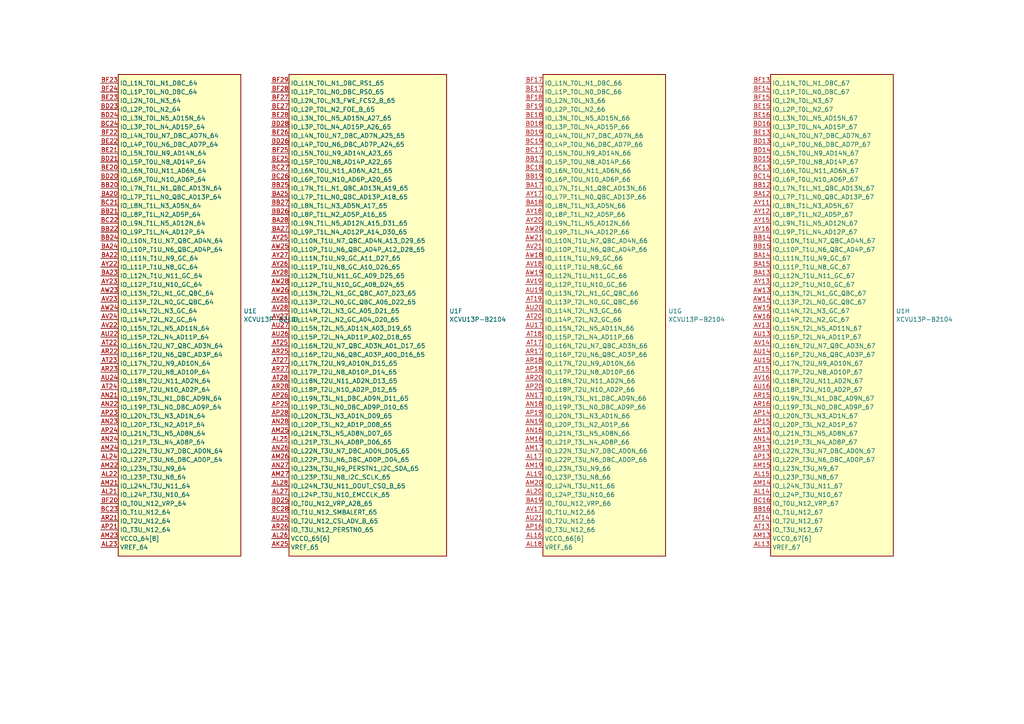
<source format=kicad_sch>
(kicad_sch (version 20231120) (generator "eeschema") (generator_version "8.0")
  (paper "A4")
  (lib_symbols
    (symbol "CHIPSAlliance_FPGA_Xilinx_Virtex_UltraScale_Plus:XCVU13P-B2104"
      (property "Reference" "U" (at -6.35 6.35 0))
      (property "Value" "XCVU13P-B2104" (at -6.35 3.81 0))
      (symbol "XCVU13P-B2104_1_1"
        (pin input line (at 0 -27.94 0) (length 5.08) (name "PUDC_B_0") (number "AA12"))
        (pin bidirectional line (at 0 -12.7 0) (length 5.08) (name "DONE_0") (number "AC12"))
        (pin output line (at 0 -38.1 0) (length 5.08) (name "TDO_0") (number "AC13"))
        (pin power_in line (at 0 -43.18 0) (length 5.08) (name "VCCO_0[2]") (number "AD13"))
        (pin input line (at 0 -25.4 0) (length 5.08) (name "PROGRAM_B_0") (number "AE12"))
        (pin input line (at 0 -33.02 0) (length 5.08) (name "TCK_0") (number "AE13"))
        (pin input line (at 0 -35.56 0) (length 5.08) (name "TDI_0") (number "AE15"))
        (pin passive line (at 0 -43.18 0) (length 5.08) hide (name "VCCO_0[2]") (number "AF13"))
        (pin bidirectional line (at 0 -30.48 0) (length 5.08) (name "RDWR_FCS_B_0") (number "AG12"))
        (pin bidirectional line (at 0 0 0) (length 5.08) (name "CCLK_0") (number "AG13"))
        (pin input line (at 0 -40.64 0) (length 5.08) (name "TMS_0") (number "AG15"))
        (pin bidirectional line (at 0 -10.16 0) (length 5.08) (name "D03_0") (number "AH12"))
        (pin bidirectional line (at 0 -5.08 0) (length 5.08) (name "D01_DIN_0") (number "AJ12"))
        (pin bidirectional line (at 0 -2.54 0) (length 5.08) (name "D00_MOSI_0") (number "AK12"))
        (pin bidirectional line (at 0 -7.62 0) (length 5.08) (name "D02_0") (number "AL12"))
        (pin input line (at 0 -22.86 0) (length 5.08) (name "M2_0") (number "R12"))
        (pin input line (at 0 -20.32 0) (length 5.08) (name "M1_0") (number "U12"))
        (pin input line (at 0 -17.78 0) (length 5.08) (name "M0_0") (number "V12"))
        (pin bidirectional line (at 0 -15.24 0) (length 5.08) (name "INIT_B_0") (number "Y12"))
      )
      (symbol "XCVU13P-B2104_2_1"
        (pin input line (at 0 -134.62 0) (length 5.08) (name "VREF_61") (number "AK30"))
        (pin bidirectional line (at 0 -119.38 0) (length 5.08) (name "IO_L24P_T3U_N10_61") (number "AL29"))
        (pin bidirectional line (at 0 -116.84 0) (length 5.08) (name "IO_L24N_T3U_N11_61") (number "AL30"))
        (pin bidirectional line (at 0 -109.22 0) (length 5.08) (name "IO_L22P_T3U_N6_DBC_AD0P_61") (number "AM29"))
        (pin bidirectional line (at 0 -106.68 0) (length 5.08) (name "IO_L22N_T3U_N7_DBC_AD0N_61") (number "AM30"))
        (pin bidirectional line (at 0 -114.3 0) (length 5.08) (name "IO_L23P_T3U_N8_61") (number "AM31"))
        (pin bidirectional line (at 0 -104.14 0) (length 5.08) (name "IO_L21P_T3L_N4_AD8P_61") (number "AN29"))
        (pin power_in line (at 0 -132.08 0) (length 5.08) (name "VCCO_61[6]") (number "AN30"))
        (pin bidirectional line (at 0 -111.76 0) (length 5.08) (name "IO_L23N_T3U_N9_61") (number "AN31"))
        (pin bidirectional line (at 0 -101.6 0) (length 5.08) (name "IO_L21N_T3L_N5_AD8N_61") (number "AP29"))
        (pin bidirectional line (at 0 -99.06 0) (length 5.08) (name "IO_L20P_T3L_N2_AD1P_61") (number "AP30"))
        (pin bidirectional line (at 0 -93.98 0) (length 5.08) (name "IO_L19P_T3L_N0_DBC_AD9P_61") (number "AP31"))
        (pin bidirectional line (at 0 -96.52 0) (length 5.08) (name "IO_L20N_T3L_N3_AD1N_61") (number "AR30"))
        (pin bidirectional line (at 0 -91.44 0) (length 5.08) (name "IO_L19N_T3L_N1_DBC_AD9N_61") (number "AR31"))
        (pin bidirectional line (at 0 -129.54 0) (length 5.08) (name "IO_T3U_N12_61") (number "AR32"))
        (pin bidirectional line (at 0 -88.9 0) (length 5.08) (name "IO_L18P_T2U_N10_AD2P_61") (number "AT29"))
        (pin bidirectional line (at 0 -86.36 0) (length 5.08) (name "IO_L18N_T2U_N11_AD2N_61") (number "AT30"))
        (pin passive line (at 0 -132.08 0) (length 5.08) hide (name "VCCO_61[6]") (number "AT31"))
        (pin bidirectional line (at 0 -127 0) (length 5.08) (name "IO_T2U_N12_61") (number "AT32"))
        (pin bidirectional line (at 0 -78.74 0) (length 5.08) (name "IO_L16P_T2U_N6_QBC_AD3P_61") (number "AU29"))
        (pin bidirectional line (at 0 -83.82 0) (length 5.08) (name "IO_L17P_T2U_N8_AD10P_61") (number "AU30"))
        (pin bidirectional line (at 0 -81.28 0) (length 5.08) (name "IO_L17N_T2U_N9_AD10N_61") (number "AU31"))
        (pin bidirectional line (at 0 -73.66 0) (length 5.08) (name "IO_L15P_T2L_N4_AD11P_61") (number "AU32"))
        (pin bidirectional line (at 0 -76.2 0) (length 5.08) (name "IO_L16N_T2U_N7_QBC_AD3N_61") (number "AV29"))
        (pin bidirectional line (at 0 -68.58 0) (length 5.08) (name "IO_L14P_T2L_N2_GC_61") (number "AV31"))
        (pin bidirectional line (at 0 -71.12 0) (length 5.08) (name "IO_L15N_T2L_N5_AD11N_61") (number "AV32"))
        (pin bidirectional line (at 0 -63.5 0) (length 5.08) (name "IO_L13P_T2L_N0_GC_QBC_61") (number "AW29"))
        (pin bidirectional line (at 0 -60.96 0) (length 5.08) (name "IO_L13N_T2L_N1_GC_QBC_61") (number "AW30"))
        (pin bidirectional line (at 0 -66.04 0) (length 5.08) (name "IO_L14N_T2L_N3_GC_61") (number "AW31"))
        (pin passive line (at 0 -132.08 0) (length 5.08) hide (name "VCCO_61[6]") (number "AW32"))
        (pin passive line (at 0 -132.08 0) (length 5.08) hide (name "VCCO_61[6]") (number "AY29"))
        (pin bidirectional line (at 0 -53.34 0) (length 5.08) (name "IO_L11P_T1U_N8_GC_61") (number "AY30"))
        (pin bidirectional line (at 0 -58.42 0) (length 5.08) (name "IO_L12P_T1U_N10_GC_61") (number "AY31"))
        (pin bidirectional line (at 0 -55.88 0) (length 5.08) (name "IO_L12N_T1U_N11_GC_61") (number "AY32"))
        (pin bidirectional line (at 0 -43.18 0) (length 5.08) (name "IO_L9P_T1L_N4_AD12P_61") (number "BA29"))
        (pin bidirectional line (at 0 -50.8 0) (length 5.08) (name "IO_L11N_T1U_N9_GC_61") (number "BA30"))
        (pin bidirectional line (at 0 -48.26 0) (length 5.08) (name "IO_L10P_T1U_N6_QBC_AD4P_61") (number "BA32"))
        (pin bidirectional line (at 0 -40.64 0) (length 5.08) (name "IO_L9N_T1L_N5_AD12N_61") (number "BB29"))
        (pin bidirectional line (at 0 -38.1 0) (length 5.08) (name "IO_L8P_T1L_N2_AD5P_61") (number "BB30"))
        (pin bidirectional line (at 0 -35.56 0) (length 5.08) (name "IO_L8N_T1L_N3_AD5N_61") (number "BB31"))
        (pin bidirectional line (at 0 -45.72 0) (length 5.08) (name "IO_L10N_T1U_N7_QBC_AD4N_61") (number "BB32"))
        (pin bidirectional line (at 0 -27.94 0) (length 5.08) (name "IO_L6P_T0U_N10_AD6P_61") (number "BC29"))
        (pin passive line (at 0 -132.08 0) (length 5.08) hide (name "VCCO_61[6]") (number "BC30"))
        (pin bidirectional line (at 0 -33.02 0) (length 5.08) (name "IO_L7P_T1L_N0_QBC_AD13P_61") (number "BC31"))
        (pin bidirectional line (at 0 -30.48 0) (length 5.08) (name "IO_L7N_T1L_N1_QBC_AD13N_61") (number "BC32"))
        (pin bidirectional line (at 0 -124.46 0) (length 5.08) (name "IO_T1U_N12_61") (number "BC33"))
        (pin bidirectional line (at 0 -25.4 0) (length 5.08) (name "IO_L6N_T0U_N11_AD6N_61") (number "BD29"))
        (pin bidirectional line (at 0 -17.78 0) (length 5.08) (name "IO_L4P_T0U_N6_DBC_AD7P_61") (number "BD30"))
        (pin bidirectional line (at 0 -15.24 0) (length 5.08) (name "IO_L4N_T0U_N7_DBC_AD7N_61") (number "BD31"))
        (pin bidirectional line (at 0 -22.86 0) (length 5.08) (name "IO_L5P_T0U_N8_AD14P_61") (number "BD33"))
        (pin bidirectional line (at 0 -12.7 0) (length 5.08) (name "IO_L3P_T0L_N4_AD15P_61") (number "BE30"))
        (pin bidirectional line (at 0 -7.62 0) (length 5.08) (name "IO_L2P_T0L_N2_61") (number "BE31"))
        (pin bidirectional line (at 0 -5.08 0) (length 5.08) (name "IO_L2N_T0L_N3_61") (number "BE32"))
        (pin bidirectional line (at 0 -20.32 0) (length 5.08) (name "IO_L5N_T0U_N9_AD14N_61") (number "BE33"))
        (pin bidirectional line (at 0 -10.16 0) (length 5.08) (name "IO_L3N_T0L_N5_AD15N_61") (number "BF30"))
        (pin passive line (at 0 -132.08 0) (length 5.08) hide (name "VCCO_61[6]") (number "BF31"))
        (pin bidirectional line (at 0 -2.54 0) (length 5.08) (name "IO_L1P_T0L_N0_DBC_61") (number "BF32"))
        (pin bidirectional line (at 0 0 0) (length 5.08) (name "IO_L1N_T0L_N1_DBC_61") (number "BF33"))
        (pin bidirectional line (at 0 -121.92 0) (length 5.08) (name "IO_T0U_N12_VRP_61") (number "BF34"))
      )
      (symbol "XCVU13P-B2104_3_1"
        (pin input line (at 0 -134.62 0) (length 5.08) (name "VREF_62") (number "AK33"))
        (pin bidirectional line (at 0 -114.3 0) (length 5.08) (name "IO_L23P_T3U_N8_62") (number "AL32"))
        (pin bidirectional line (at 0 -129.54 0) (length 5.08) (name "IO_T3U_N12_62") (number "AL33"))
        (pin bidirectional line (at 0 -119.38 0) (length 5.08) (name "IO_L24P_T3U_N10_62") (number "AL34"))
        (pin bidirectional line (at 0 -111.76 0) (length 5.08) (name "IO_L23N_T3U_N9_62") (number "AM32"))
        (pin power_in line (at 0 -132.08 0) (length 5.08) (name "VCCO_62[7]") (number "AM33"))
        (pin bidirectional line (at 0 -116.84 0) (length 5.08) (name "IO_L24N_T3U_N11_62") (number "AM34"))
        (pin bidirectional line (at 0 -109.22 0) (length 5.08) (name "IO_L22P_T3U_N6_DBC_AD0P_62") (number "AN32"))
        (pin bidirectional line (at 0 -106.68 0) (length 5.08) (name "IO_L22N_T3U_N7_DBC_AD0N_62") (number "AN33"))
        (pin bidirectional line (at 0 -104.14 0) (length 5.08) (name "IO_L21P_T3L_N4_AD8P_62") (number "AN34"))
        (pin bidirectional line (at 0 -99.06 0) (length 5.08) (name "IO_L20P_T3L_N2_AD1P_62") (number "AP33"))
        (pin bidirectional line (at 0 -101.6 0) (length 5.08) (name "IO_L21N_T3L_N5_AD8N_62") (number "AP34"))
        (pin bidirectional line (at 0 -96.52 0) (length 5.08) (name "IO_L20N_T3L_N3_AD1N_62") (number "AR33"))
        (pin passive line (at 0 -132.08 0) (length 5.08) hide (name "VCCO_62[7]") (number "AR34"))
        (pin bidirectional line (at 0 -93.98 0) (length 5.08) (name "IO_L19P_T3L_N0_DBC_AD9P_62") (number "AT33"))
        (pin bidirectional line (at 0 -91.44 0) (length 5.08) (name "IO_L19N_T3L_N1_DBC_AD9N_62") (number "AT34"))
        (pin bidirectional line (at 0 -127 0) (length 5.08) (name "IO_T2U_N12_62") (number "AU34"))
        (pin bidirectional line (at 0 -88.9 0) (length 5.08) (name "IO_L18P_T2U_N10_AD2P_62") (number "AV33"))
        (pin bidirectional line (at 0 -83.82 0) (length 5.08) (name "IO_L17P_T2U_N8_AD10P_62") (number "AV34"))
        (pin bidirectional line (at 0 -86.36 0) (length 5.08) (name "IO_L18N_T2U_N11_AD2N_62") (number "AW33"))
        (pin bidirectional line (at 0 -81.28 0) (length 5.08) (name "IO_L17N_T2U_N9_AD10N_62") (number "AW34"))
        (pin bidirectional line (at 0 -78.74 0) (length 5.08) (name "IO_L16P_T2U_N6_QBC_AD3P_62") (number "AW35"))
        (pin bidirectional line (at 0 -76.2 0) (length 5.08) (name "IO_L16N_T2U_N7_QBC_AD3N_62") (number "AW36"))
        (pin bidirectional line (at 0 -73.66 0) (length 5.08) (name "IO_L15P_T2L_N4_AD11P_62") (number "AY33"))
        (pin bidirectional line (at 0 -68.58 0) (length 5.08) (name "IO_L14P_T2L_N2_GC_62") (number "AY35"))
        (pin bidirectional line (at 0 -66.04 0) (length 5.08) (name "IO_L14N_T2L_N3_GC_62") (number "AY36"))
        (pin bidirectional line (at 0 -71.12 0) (length 5.08) (name "IO_L15N_T2L_N5_AD11N_62") (number "BA33"))
        (pin bidirectional line (at 0 -63.5 0) (length 5.08) (name "IO_L13P_T2L_N0_GC_QBC_62") (number "BA34"))
        (pin bidirectional line (at 0 -58.42 0) (length 5.08) (name "IO_L12P_T1U_N10_GC_62") (number "BA35"))
        (pin passive line (at 0 -132.08 0) (length 5.08) hide (name "VCCO_62[7]") (number "BA36"))
        (pin passive line (at 0 -132.08 0) (length 5.08) hide (name "VCCO_62[7]") (number "BB33"))
        (pin bidirectional line (at 0 -60.96 0) (length 5.08) (name "IO_L13N_T2L_N1_GC_QBC_62") (number "BB34"))
        (pin bidirectional line (at 0 -55.88 0) (length 5.08) (name "IO_L12N_T1U_N11_GC_62") (number "BB35"))
        (pin bidirectional line (at 0 -53.34 0) (length 5.08) (name "IO_L11P_T1U_N8_GC_62") (number "BB36"))
        (pin bidirectional line (at 0 -48.26 0) (length 5.08) (name "IO_L10P_T1U_N6_QBC_AD4P_62") (number "BB37"))
        (pin bidirectional line (at 0 -27.94 0) (length 5.08) (name "IO_L6P_T0U_N10_AD6P_62") (number "BB38"))
        (pin bidirectional line (at 0 -33.02 0) (length 5.08) (name "IO_L7P_T1L_N0_QBC_AD13P_62") (number "BC34"))
        (pin bidirectional line (at 0 -50.8 0) (length 5.08) (name "IO_L11N_T1U_N9_GC_62") (number "BC36"))
        (pin bidirectional line (at 0 -45.72 0) (length 5.08) (name "IO_L10N_T1U_N7_QBC_AD4N_62") (number "BC37"))
        (pin bidirectional line (at 0 -25.4 0) (length 5.08) (name "IO_L6N_T0U_N11_AD6N_62") (number "BC38"))
        (pin bidirectional line (at 0 -22.86 0) (length 5.08) (name "IO_L5P_T0U_N8_AD14P_62") (number "BC39"))
        (pin passive line (at 0 -132.08 0) (length 5.08) hide (name "VCCO_62[7]") (number "BC40"))
        (pin bidirectional line (at 0 -30.48 0) (length 5.08) (name "IO_L7N_T1L_N1_QBC_AD13N_62") (number "BD34"))
        (pin bidirectional line (at 0 -38.1 0) (length 5.08) (name "IO_L8P_T1L_N2_AD5P_62") (number "BD35"))
        (pin bidirectional line (at 0 -43.18 0) (length 5.08) (name "IO_L9P_T1L_N4_AD12P_62") (number "BD36"))
        (pin passive line (at 0 -132.08 0) (length 5.08) hide (name "VCCO_62[7]") (number "BD37"))
        (pin bidirectional line (at 0 -121.92 0) (length 5.08) (name "IO_T0U_N12_VRP_62") (number "BD38"))
        (pin bidirectional line (at 0 -20.32 0) (length 5.08) (name "IO_L5N_T0U_N9_AD14N_62") (number "BD39"))
        (pin bidirectional line (at 0 -17.78 0) (length 5.08) (name "IO_L4P_T0U_N6_DBC_AD7P_62") (number "BD40"))
        (pin passive line (at 0 -132.08 0) (length 5.08) hide (name "VCCO_62[7]") (number "BE34"))
        (pin bidirectional line (at 0 -35.56 0) (length 5.08) (name "IO_L8N_T1L_N3_AD5N_62") (number "BE35"))
        (pin bidirectional line (at 0 -40.64 0) (length 5.08) (name "IO_L9N_T1L_N5_AD12N_62") (number "BE36"))
        (pin bidirectional line (at 0 -12.7 0) (length 5.08) (name "IO_L3P_T0L_N4_AD15P_62") (number "BE37"))
        (pin bidirectional line (at 0 -7.62 0) (length 5.08) (name "IO_L2P_T0L_N2_62") (number "BE38"))
        (pin bidirectional line (at 0 -15.24 0) (length 5.08) (name "IO_L4N_T0U_N7_DBC_AD7N_62") (number "BE40"))
        (pin bidirectional line (at 0 -124.46 0) (length 5.08) (name "IO_T1U_N12_62") (number "BF35"))
        (pin bidirectional line (at 0 -10.16 0) (length 5.08) (name "IO_L3N_T0L_N5_AD15N_62") (number "BF37"))
        (pin bidirectional line (at 0 -5.08 0) (length 5.08) (name "IO_L2N_T0L_N3_62") (number "BF38"))
        (pin bidirectional line (at 0 -2.54 0) (length 5.08) (name "IO_L1P_T0L_N0_DBC_62") (number "BF39"))
        (pin bidirectional line (at 0 0 0) (length 5.08) (name "IO_L1N_T0L_N1_DBC_62") (number "BF40"))
      )
      (symbol "XCVU13P-B2104_4_1"
        (pin bidirectional line (at 0 -93.98 0) (length 5.08) (name "IO_L19P_T3L_N0_DBC_AD9P_63") (number "AA32"))
        (pin bidirectional line (at 0 -91.44 0) (length 5.08) (name "IO_L19N_T3L_N1_DBC_AD9N_63") (number "AA33"))
        (pin bidirectional line (at 0 -99.06 0) (length 5.08) (name "IO_L20P_T3L_N2_AD1P_63") (number "AA34"))
        (pin input line (at 0 -134.62 0) (length 5.08) (name "VREF_63") (number "AB31"))
        (pin bidirectional line (at 0 -129.54 0) (length 5.08) (name "IO_T3U_N12_63") (number "AB32"))
        (pin passive line (at 0 -132.08 0) (length 5.08) hide (name "VCCO_63[6]") (number "AB33"))
        (pin bidirectional line (at 0 -96.52 0) (length 5.08) (name "IO_L20N_T3L_N3_AD1N_63") (number "AB34"))
        (pin bidirectional line (at 0 -78.74 0) (length 5.08) (name "IO_L16P_T2U_N6_QBC_AD3P_63") (number "AC31"))
        (pin bidirectional line (at 0 -83.82 0) (length 5.08) (name "IO_L17P_T2U_N8_AD10P_63") (number "AC32"))
        (pin bidirectional line (at 0 -81.28 0) (length 5.08) (name "IO_L17N_T2U_N9_AD10N_63") (number "AC33"))
        (pin bidirectional line (at 0 -88.9 0) (length 5.08) (name "IO_L18P_T2U_N10_AD2P_63") (number "AC34"))
        (pin bidirectional line (at 0 -127 0) (length 5.08) (name "IO_T2U_N12_63") (number "AD30"))
        (pin bidirectional line (at 0 -76.2 0) (length 5.08) (name "IO_L16N_T2U_N7_QBC_AD3N_63") (number "AD31"))
        (pin bidirectional line (at 0 -68.58 0) (length 5.08) (name "IO_L14P_T2L_N2_GC_63") (number "AD33"))
        (pin bidirectional line (at 0 -86.36 0) (length 5.08) (name "IO_L18N_T2U_N11_AD2N_63") (number "AD34"))
        (pin bidirectional line (at 0 -73.66 0) (length 5.08) (name "IO_L15P_T2L_N4_AD11P_63") (number "AE30"))
        (pin bidirectional line (at 0 -63.5 0) (length 5.08) (name "IO_L13P_T2L_N0_GC_QBC_63") (number "AE31"))
        (pin bidirectional line (at 0 -60.96 0) (length 5.08) (name "IO_L13N_T2L_N1_GC_QBC_63") (number "AE32"))
        (pin bidirectional line (at 0 -66.04 0) (length 5.08) (name "IO_L14N_T2L_N3_GC_63") (number "AE33"))
        (pin passive line (at 0 -132.08 0) (length 5.08) hide (name "VCCO_63[6]") (number "AE34"))
        (pin bidirectional line (at 0 -71.12 0) (length 5.08) (name "IO_L15N_T2L_N5_AD11N_63") (number "AF30"))
        (pin passive line (at 0 -132.08 0) (length 5.08) hide (name "VCCO_63[6]") (number "AF31"))
        (pin bidirectional line (at 0 -58.42 0) (length 5.08) (name "IO_L12P_T1U_N10_GC_63") (number "AF32"))
        (pin bidirectional line (at 0 -55.88 0) (length 5.08) (name "IO_L12N_T1U_N11_GC_63") (number "AF33"))
        (pin bidirectional line (at 0 -43.18 0) (length 5.08) (name "IO_L9P_T1L_N4_AD12P_63") (number "AF34"))
        (pin bidirectional line (at 0 -22.86 0) (length 5.08) (name "IO_L5P_T0U_N8_AD14P_63") (number "AG29"))
        (pin bidirectional line (at 0 -20.32 0) (length 5.08) (name "IO_L5N_T0U_N9_AD14N_63") (number "AG30"))
        (pin bidirectional line (at 0 -53.34 0) (length 5.08) (name "IO_L11P_T1U_N8_GC_63") (number "AG31"))
        (pin bidirectional line (at 0 -50.8 0) (length 5.08) (name "IO_L11N_T1U_N9_GC_63") (number "AG32"))
        (pin bidirectional line (at 0 -40.64 0) (length 5.08) (name "IO_L9N_T1L_N5_AD12N_63") (number "AG34"))
        (pin bidirectional line (at 0 -17.78 0) (length 5.08) (name "IO_L4P_T0U_N6_DBC_AD7P_63") (number "AH28"))
        (pin bidirectional line (at 0 -15.24 0) (length 5.08) (name "IO_L4N_T0U_N7_DBC_AD7N_63") (number "AH29"))
        (pin bidirectional line (at 0 -48.26 0) (length 5.08) (name "IO_L10P_T1U_N6_QBC_AD4P_63") (number "AH31"))
        (pin bidirectional line (at 0 -45.72 0) (length 5.08) (name "IO_L10N_T1U_N7_QBC_AD4N_63") (number "AH32"))
        (pin bidirectional line (at 0 -38.1 0) (length 5.08) (name "IO_L8P_T1L_N2_AD5P_63") (number "AH33"))
        (pin bidirectional line (at 0 -33.02 0) (length 5.08) (name "IO_L7P_T1L_N0_QBC_AD13P_63") (number "AH34"))
        (pin bidirectional line (at 0 -2.54 0) (length 5.08) (name "IO_L1P_T0L_N0_DBC_63") (number "AJ27"))
        (pin bidirectional line (at 0 -7.62 0) (length 5.08) (name "IO_L2P_T0L_N2_63") (number "AJ28"))
        (pin bidirectional line (at 0 -12.7 0) (length 5.08) (name "IO_L3P_T0L_N4_AD15P_63") (number "AJ29"))
        (pin bidirectional line (at 0 -10.16 0) (length 5.08) (name "IO_L3N_T0L_N5_AD15N_63") (number "AJ30"))
        (pin bidirectional line (at 0 -27.94 0) (length 5.08) (name "IO_L6P_T0U_N10_AD6P_63") (number "AJ31"))
        (pin passive line (at 0 -132.08 0) (length 5.08) hide (name "VCCO_63[6]") (number "AJ32"))
        (pin bidirectional line (at 0 -35.56 0) (length 5.08) (name "IO_L8N_T1L_N3_AD5N_63") (number "AJ33"))
        (pin bidirectional line (at 0 -30.48 0) (length 5.08) (name "IO_L7N_T1L_N1_QBC_AD13N_63") (number "AJ34"))
        (pin bidirectional line (at 0 -121.92 0) (length 5.08) (name "IO_T0U_N12_VRP_63") (number "AK26"))
        (pin bidirectional line (at 0 0 0) (length 5.08) (name "IO_L1N_T0L_N1_DBC_63") (number "AK27"))
        (pin bidirectional line (at 0 -5.08 0) (length 5.08) (name "IO_L2N_T0L_N3_63") (number "AK28"))
        (pin passive line (at 0 -132.08 0) (length 5.08) hide (name "VCCO_63[6]") (number "AK29"))
        (pin bidirectional line (at 0 -25.4 0) (length 5.08) (name "IO_L6N_T0U_N11_AD6N_63") (number "AK31"))
        (pin bidirectional line (at 0 -124.46 0) (length 5.08) (name "IO_T1U_N12_63") (number "AK32"))
        (pin bidirectional line (at 0 -104.14 0) (length 5.08) (name "IO_L21P_T3L_N4_AD8P_63") (number "W30"))
        (pin bidirectional line (at 0 -109.22 0) (length 5.08) (name "IO_L22P_T3U_N6_DBC_AD0P_63") (number "W31"))
        (pin power_in line (at 0 -132.08 0) (length 5.08) (name "VCCO_63[6]") (number "W32"))
        (pin bidirectional line (at 0 -119.38 0) (length 5.08) (name "IO_L24P_T3U_N10_63") (number "W33"))
        (pin bidirectional line (at 0 -116.84 0) (length 5.08) (name "IO_L24N_T3U_N11_63") (number "W34"))
        (pin bidirectional line (at 0 -101.6 0) (length 5.08) (name "IO_L21N_T3L_N5_AD8N_63") (number "Y30"))
        (pin bidirectional line (at 0 -106.68 0) (length 5.08) (name "IO_L22N_T3U_N7_DBC_AD0N_63") (number "Y31"))
        (pin bidirectional line (at 0 -114.3 0) (length 5.08) (name "IO_L23P_T3U_N8_63") (number "Y32"))
        (pin bidirectional line (at 0 -111.76 0) (length 5.08) (name "IO_L23N_T3U_N9_63") (number "Y33"))
      )
      (symbol "XCVU13P-B2104_5_1"
        (pin bidirectional line (at 0 -119.38 0) (length 5.08) (name "IO_L24P_T3U_N10_64") (number "AL21"))
        (pin bidirectional line (at 0 -114.3 0) (length 5.08) (name "IO_L23P_T3U_N8_64") (number "AL22"))
        (pin input line (at 0 -134.62 0) (length 5.08) (name "VREF_64") (number "AL23"))
        (pin bidirectional line (at 0 -109.22 0) (length 5.08) (name "IO_L22P_T3U_N6_DBC_AD0P_64") (number "AL24"))
        (pin bidirectional line (at 0 -116.84 0) (length 5.08) (name "IO_L24N_T3U_N11_64") (number "AM21"))
        (pin bidirectional line (at 0 -111.76 0) (length 5.08) (name "IO_L23N_T3U_N9_64") (number "AM22"))
        (pin power_in line (at 0 -132.08 0) (length 5.08) (name "VCCO_64[8]") (number "AM23"))
        (pin bidirectional line (at 0 -106.68 0) (length 5.08) (name "IO_L22N_T3U_N7_DBC_AD0N_64") (number "AM24"))
        (pin bidirectional line (at 0 -91.44 0) (length 5.08) (name "IO_L19N_T3L_N1_DBC_AD9N_64") (number "AN21"))
        (pin bidirectional line (at 0 -93.98 0) (length 5.08) (name "IO_L19P_T3L_N0_DBC_AD9P_64") (number "AN22"))
        (pin bidirectional line (at 0 -99.06 0) (length 5.08) (name "IO_L20P_T3L_N2_AD1P_64") (number "AN23"))
        (pin bidirectional line (at 0 -104.14 0) (length 5.08) (name "IO_L21P_T3L_N4_AD8P_64") (number "AN24"))
        (pin bidirectional line (at 0 -129.54 0) (length 5.08) (name "IO_T3U_N12_64") (number "AP21"))
        (pin bidirectional line (at 0 -96.52 0) (length 5.08) (name "IO_L20N_T3L_N3_AD1N_64") (number "AP23"))
        (pin bidirectional line (at 0 -101.6 0) (length 5.08) (name "IO_L21N_T3L_N5_AD8N_64") (number "AP24"))
        (pin bidirectional line (at 0 -127 0) (length 5.08) (name "IO_T2U_N12_64") (number "AR21"))
        (pin bidirectional line (at 0 -78.74 0) (length 5.08) (name "IO_L16P_T2U_N6_QBC_AD3P_64") (number "AR22"))
        (pin bidirectional line (at 0 -83.82 0) (length 5.08) (name "IO_L17P_T2U_N8_AD10P_64") (number "AR23"))
        (pin passive line (at 0 -132.08 0) (length 5.08) hide (name "VCCO_64[8]") (number "AR24"))
        (pin passive line (at 0 -132.08 0) (length 5.08) hide (name "VCCO_64[8]") (number "AT21"))
        (pin bidirectional line (at 0 -76.2 0) (length 5.08) (name "IO_L16N_T2U_N7_QBC_AD3N_64") (number "AT22"))
        (pin bidirectional line (at 0 -81.28 0) (length 5.08) (name "IO_L17N_T2U_N9_AD10N_64") (number "AT23"))
        (pin bidirectional line (at 0 -88.9 0) (length 5.08) (name "IO_L18P_T2U_N10_AD2P_64") (number "AT24"))
        (pin bidirectional line (at 0 -73.66 0) (length 5.08) (name "IO_L15P_T2L_N4_AD11P_64") (number "AU22"))
        (pin bidirectional line (at 0 -86.36 0) (length 5.08) (name "IO_L18N_T2U_N11_AD2N_64") (number "AU24"))
        (pin bidirectional line (at 0 -71.12 0) (length 5.08) (name "IO_L15N_T2L_N5_AD11N_64") (number "AV22"))
        (pin bidirectional line (at 0 -63.5 0) (length 5.08) (name "IO_L13P_T2L_N0_GC_QBC_64") (number "AV23"))
        (pin bidirectional line (at 0 -68.58 0) (length 5.08) (name "IO_L14P_T2L_N2_GC_64") (number "AV24"))
        (pin passive line (at 0 -132.08 0) (length 5.08) hide (name "VCCO_64[8]") (number "AW22"))
        (pin bidirectional line (at 0 -60.96 0) (length 5.08) (name "IO_L13N_T2L_N1_GC_QBC_64") (number "AW23"))
        (pin bidirectional line (at 0 -66.04 0) (length 5.08) (name "IO_L14N_T2L_N3_GC_64") (number "AW24"))
        (pin bidirectional line (at 0 -53.34 0) (length 5.08) (name "IO_L11P_T1U_N8_GC_64") (number "AY22"))
        (pin bidirectional line (at 0 -58.42 0) (length 5.08) (name "IO_L12P_T1U_N10_GC_64") (number "AY23"))
        (pin bidirectional line (at 0 -33.02 0) (length 5.08) (name "IO_L7P_T1L_N0_QBC_AD13P_64") (number "BA20"))
        (pin bidirectional line (at 0 -50.8 0) (length 5.08) (name "IO_L11N_T1U_N9_GC_64") (number "BA22"))
        (pin bidirectional line (at 0 -55.88 0) (length 5.08) (name "IO_L12N_T1U_N11_GC_64") (number "BA23"))
        (pin bidirectional line (at 0 -48.26 0) (length 5.08) (name "IO_L10P_T1U_N6_QBC_AD4P_64") (number "BA24"))
        (pin bidirectional line (at 0 -30.48 0) (length 5.08) (name "IO_L7N_T1L_N1_QBC_AD13N_64") (number "BB20"))
        (pin bidirectional line (at 0 -38.1 0) (length 5.08) (name "IO_L8P_T1L_N2_AD5P_64") (number "BB21"))
        (pin bidirectional line (at 0 -43.18 0) (length 5.08) (name "IO_L9P_T1L_N4_AD12P_64") (number "BB22"))
        (pin passive line (at 0 -132.08 0) (length 5.08) hide (name "VCCO_64[8]") (number "BB23"))
        (pin bidirectional line (at 0 -45.72 0) (length 5.08) (name "IO_L10N_T1U_N7_QBC_AD4N_64") (number "BB24"))
        (pin passive line (at 0 -132.08 0) (length 5.08) hide (name "VCCO_64[8]") (number "BC20"))
        (pin bidirectional line (at 0 -35.56 0) (length 5.08) (name "IO_L8N_T1L_N3_AD5N_64") (number "BC21"))
        (pin bidirectional line (at 0 -40.64 0) (length 5.08) (name "IO_L9N_T1L_N5_AD12N_64") (number "BC22"))
        (pin bidirectional line (at 0 -124.46 0) (length 5.08) (name "IO_T1U_N12_64") (number "BC23"))
        (pin bidirectional line (at 0 -12.7 0) (length 5.08) (name "IO_L3P_T0L_N4_AD15P_64") (number "BC24"))
        (pin bidirectional line (at 0 -27.94 0) (length 5.08) (name "IO_L6P_T0U_N10_AD6P_64") (number "BD20"))
        (pin bidirectional line (at 0 -22.86 0) (length 5.08) (name "IO_L5P_T0U_N8_AD14P_64") (number "BD21"))
        (pin bidirectional line (at 0 -7.62 0) (length 5.08) (name "IO_L2P_T0L_N2_64") (number "BD23"))
        (pin bidirectional line (at 0 -10.16 0) (length 5.08) (name "IO_L3N_T0L_N5_AD15N_64") (number "BD24"))
        (pin bidirectional line (at 0 -25.4 0) (length 5.08) (name "IO_L6N_T0U_N11_AD6N_64") (number "BE20"))
        (pin bidirectional line (at 0 -20.32 0) (length 5.08) (name "IO_L5N_T0U_N9_AD14N_64") (number "BE21"))
        (pin bidirectional line (at 0 -17.78 0) (length 5.08) (name "IO_L4P_T0U_N6_DBC_AD7P_64") (number "BE22"))
        (pin bidirectional line (at 0 -5.08 0) (length 5.08) (name "IO_L2N_T0L_N3_64") (number "BE23"))
        (pin passive line (at 0 -132.08 0) (length 5.08) hide (name "VCCO_64[8]") (number "BE24"))
        (pin bidirectional line (at 0 -121.92 0) (length 5.08) (name "IO_T0U_N12_VRP_64") (number "BF20"))
        (pin passive line (at 0 -132.08 0) (length 5.08) hide (name "VCCO_64[8]") (number "BF21"))
        (pin bidirectional line (at 0 -15.24 0) (length 5.08) (name "IO_L4N_T0U_N7_DBC_AD7N_64") (number "BF22"))
        (pin bidirectional line (at 0 0 0) (length 5.08) (name "IO_L1N_T0L_N1_DBC_64") (number "BF23"))
        (pin bidirectional line (at 0 -2.54 0) (length 5.08) (name "IO_L1P_T0L_N0_DBC_64") (number "BF24"))
      )
      (symbol "XCVU13P-B2104_6_1"
        (pin input line (at 0 -134.62 0) (length 5.08) (name "VREF_65") (number "AK25"))
        (pin bidirectional line (at 0 -104.14 0) (length 5.08) (name "IO_L21P_T3L_N4_AD8P_D06_65") (number "AL25"))
        (pin power_in line (at 0 -132.08 0) (length 5.08) (name "VCCO_65[6]") (number "AL26"))
        (pin bidirectional line (at 0 -119.38 0) (length 5.08) (name "IO_L24P_T3U_N10_EMCCLK_65") (number "AL27"))
        (pin bidirectional line (at 0 -116.84 0) (length 5.08) (name "IO_L24N_T3U_N11_DOUT_CSO_B_65") (number "AL28"))
        (pin bidirectional line (at 0 -101.6 0) (length 5.08) (name "IO_L21N_T3L_N5_AD8N_D07_65") (number "AM25"))
        (pin bidirectional line (at 0 -109.22 0) (length 5.08) (name "IO_L22P_T3U_N6_DBC_AD0P_D04_65") (number "AM26"))
        (pin bidirectional line (at 0 -114.3 0) (length 5.08) (name "IO_L23P_T3U_N8_I2C_SCLK_65") (number "AM27"))
        (pin bidirectional line (at 0 -106.68 0) (length 5.08) (name "IO_L22N_T3U_N7_DBC_AD0N_D05_65") (number "AN26"))
        (pin bidirectional line (at 0 -111.76 0) (length 5.08) (name "IO_L23N_T3U_N9_PERSTN1_I2C_SDA_65") (number "AN27"))
        (pin bidirectional line (at 0 -99.06 0) (length 5.08) (name "IO_L20P_T3L_N2_AD1P_D08_65") (number "AN28"))
        (pin bidirectional line (at 0 -93.98 0) (length 5.08) (name "IO_L19P_T3L_N0_DBC_AD9P_D10_65") (number "AP25"))
        (pin bidirectional line (at 0 -91.44 0) (length 5.08) (name "IO_L19N_T3L_N1_DBC_AD9N_D11_65") (number "AP26"))
        (pin passive line (at 0 -132.08 0) (length 5.08) hide (name "VCCO_65[6]") (number "AP27"))
        (pin bidirectional line (at 0 -96.52 0) (length 5.08) (name "IO_L20N_T3L_N3_AD1N_D09_65") (number "AP28"))
        (pin bidirectional line (at 0 -78.74 0) (length 5.08) (name "IO_L16P_T2U_N6_QBC_AD3P_A00_D16_65") (number "AR25"))
        (pin bidirectional line (at 0 -129.54 0) (length 5.08) (name "IO_T3U_N12_PERSTN0_65") (number "AR26"))
        (pin bidirectional line (at 0 -83.82 0) (length 5.08) (name "IO_L17P_T2U_N8_AD10P_D14_65") (number "AR27"))
        (pin bidirectional line (at 0 -88.9 0) (length 5.08) (name "IO_L18P_T2U_N10_AD2P_D12_65") (number "AR28"))
        (pin bidirectional line (at 0 -76.2 0) (length 5.08) (name "IO_L16N_T2U_N7_QBC_AD3N_A01_D17_65") (number "AT25"))
        (pin bidirectional line (at 0 -81.28 0) (length 5.08) (name "IO_L17N_T2U_N9_AD10N_D15_65") (number "AT27"))
        (pin bidirectional line (at 0 -86.36 0) (length 5.08) (name "IO_L18N_T2U_N11_AD2N_D13_65") (number "AT28"))
        (pin bidirectional line (at 0 -127 0) (length 5.08) (name "IO_T2U_N12_CSI_ADV_B_65") (number "AU25"))
        (pin bidirectional line (at 0 -73.66 0) (length 5.08) (name "IO_L15P_T2L_N4_AD11P_A02_D18_65") (number "AU26"))
        (pin bidirectional line (at 0 -71.12 0) (length 5.08) (name "IO_L15N_T2L_N5_AD11N_A03_D19_65") (number "AU27"))
        (pin passive line (at 0 -132.08 0) (length 5.08) hide (name "VCCO_65[6]") (number "AU28"))
        (pin passive line (at 0 -132.08 0) (length 5.08) hide (name "VCCO_65[6]") (number "AV25"))
        (pin bidirectional line (at 0 -63.5 0) (length 5.08) (name "IO_L13P_T2L_N0_GC_QBC_A06_D22_65") (number "AV26"))
        (pin bidirectional line (at 0 -68.58 0) (length 5.08) (name "IO_L14P_T2L_N2_GC_A04_D20_65") (number "AV27"))
        (pin bidirectional line (at 0 -66.04 0) (length 5.08) (name "IO_L14N_T2L_N3_GC_A05_D21_65") (number "AV28"))
        (pin bidirectional line (at 0 -48.26 0) (length 5.08) (name "IO_L10P_T1U_N6_QBC_AD4P_A12_D28_65") (number "AW25"))
        (pin bidirectional line (at 0 -60.96 0) (length 5.08) (name "IO_L13N_T2L_N1_GC_QBC_A07_D23_65") (number "AW26"))
        (pin bidirectional line (at 0 -58.42 0) (length 5.08) (name "IO_L12P_T1U_N10_GC_A08_D24_65") (number "AW28"))
        (pin bidirectional line (at 0 -45.72 0) (length 5.08) (name "IO_L10N_T1U_N7_QBC_AD4N_A13_D29_65") (number "AY25"))
        (pin bidirectional line (at 0 -53.34 0) (length 5.08) (name "IO_L11P_T1U_N8_GC_A10_D26_65") (number "AY26"))
        (pin bidirectional line (at 0 -50.8 0) (length 5.08) (name "IO_L11N_T1U_N9_GC_A11_D27_65") (number "AY27"))
        (pin bidirectional line (at 0 -55.88 0) (length 5.08) (name "IO_L12N_T1U_N11_GC_A09_D25_65") (number "AY28"))
        (pin bidirectional line (at 0 -33.02 0) (length 5.08) (name "IO_L7P_T1L_N0_QBC_AD13P_A18_65") (number "BA25"))
        (pin passive line (at 0 -132.08 0) (length 5.08) hide (name "VCCO_65[6]") (number "BA26"))
        (pin bidirectional line (at 0 -43.18 0) (length 5.08) (name "IO_L9P_T1L_N4_AD12P_A14_D30_65") (number "BA27"))
        (pin bidirectional line (at 0 -40.64 0) (length 5.08) (name "IO_L9N_T1L_N5_AD12N_A15_D31_65") (number "BA28"))
        (pin bidirectional line (at 0 -30.48 0) (length 5.08) (name "IO_L7N_T1L_N1_QBC_AD13N_A19_65") (number "BB25"))
        (pin bidirectional line (at 0 -38.1 0) (length 5.08) (name "IO_L8P_T1L_N2_AD5P_A16_65") (number "BB26"))
        (pin bidirectional line (at 0 -35.56 0) (length 5.08) (name "IO_L8N_T1L_N3_AD5N_A17_65") (number "BB27"))
        (pin bidirectional line (at 0 -27.94 0) (length 5.08) (name "IO_L6P_T0U_N10_AD6P_A20_65") (number "BC26"))
        (pin bidirectional line (at 0 -25.4 0) (length 5.08) (name "IO_L6N_T0U_N11_AD6N_A21_65") (number "BC27"))
        (pin bidirectional line (at 0 -124.46 0) (length 5.08) (name "IO_T1U_N12_SMBALERT_65") (number "BC28"))
        (pin bidirectional line (at 0 -121.92 0) (length 5.08) (name "IO_T0U_N12_VRP_A28_65") (number "BD25"))
        (pin bidirectional line (at 0 -17.78 0) (length 5.08) (name "IO_L4P_T0U_N6_DBC_AD7P_A24_65") (number "BD26"))
        (pin passive line (at 0 -132.08 0) (length 5.08) hide (name "VCCO_65[6]") (number "BD27"))
        (pin bidirectional line (at 0 -12.7 0) (length 5.08) (name "IO_L3P_T0L_N4_AD15P_A26_65") (number "BD28"))
        (pin bidirectional line (at 0 -22.86 0) (length 5.08) (name "IO_L5P_T0U_N8_AD14P_A22_65") (number "BE25"))
        (pin bidirectional line (at 0 -15.24 0) (length 5.08) (name "IO_L4N_T0U_N7_DBC_AD7N_A25_65") (number "BE26"))
        (pin bidirectional line (at 0 -7.62 0) (length 5.08) (name "IO_L2P_T0L_N2_FOE_B_65") (number "BE27"))
        (pin bidirectional line (at 0 -10.16 0) (length 5.08) (name "IO_L3N_T0L_N5_AD15N_A27_65") (number "BE28"))
        (pin bidirectional line (at 0 -20.32 0) (length 5.08) (name "IO_L5N_T0U_N9_AD14N_A23_65") (number "BF25"))
        (pin bidirectional line (at 0 -5.08 0) (length 5.08) (name "IO_L2N_T0L_N3_FWE_FCS2_B_65") (number "BF27"))
        (pin bidirectional line (at 0 -2.54 0) (length 5.08) (name "IO_L1P_T0L_N0_DBC_RS0_65") (number "BF28"))
        (pin bidirectional line (at 0 0 0) (length 5.08) (name "IO_L1N_T0L_N1_DBC_RS1_65") (number "BF29"))
      )
      (symbol "XCVU13P-B2104_7_1"
        (pin power_in line (at 0 -132.08 0) (length 5.08) (name "VCCO_66[6]") (number "AL16"))
        (pin bidirectional line (at 0 -109.22 0) (length 5.08) (name "IO_L22P_T3U_N6_DBC_AD0P_66") (number "AL17"))
        (pin input line (at 0 -134.62 0) (length 5.08) (name "VREF_66") (number "AL18"))
        (pin bidirectional line (at 0 -114.3 0) (length 5.08) (name "IO_L23P_T3U_N8_66") (number "AL19"))
        (pin bidirectional line (at 0 -119.38 0) (length 5.08) (name "IO_L24P_T3U_N10_66") (number "AL20"))
        (pin bidirectional line (at 0 -104.14 0) (length 5.08) (name "IO_L21P_T3L_N4_AD8P_66") (number "AM16"))
        (pin bidirectional line (at 0 -106.68 0) (length 5.08) (name "IO_L22N_T3U_N7_DBC_AD0N_66") (number "AM17"))
        (pin bidirectional line (at 0 -111.76 0) (length 5.08) (name "IO_L23N_T3U_N9_66") (number "AM19"))
        (pin bidirectional line (at 0 -116.84 0) (length 5.08) (name "IO_L24N_T3U_N11_66") (number "AM20"))
        (pin bidirectional line (at 0 -101.6 0) (length 5.08) (name "IO_L21N_T3L_N5_AD8N_66") (number "AN16"))
        (pin bidirectional line (at 0 -91.44 0) (length 5.08) (name "IO_L19N_T3L_N1_DBC_AD9N_66") (number "AN17"))
        (pin bidirectional line (at 0 -93.98 0) (length 5.08) (name "IO_L19P_T3L_N0_DBC_AD9P_66") (number "AN18"))
        (pin bidirectional line (at 0 -99.06 0) (length 5.08) (name "IO_L20P_T3L_N2_AD1P_66") (number "AN19"))
        (pin passive line (at 0 -132.08 0) (length 5.08) hide (name "VCCO_66[6]") (number "AN20"))
        (pin bidirectional line (at 0 -129.54 0) (length 5.08) (name "IO_T3U_N12_66") (number "AP16"))
        (pin passive line (at 0 -132.08 0) (length 5.08) hide (name "VCCO_66[6]") (number "AP17"))
        (pin bidirectional line (at 0 -83.82 0) (length 5.08) (name "IO_L17P_T2U_N8_AD10P_66") (number "AP18"))
        (pin bidirectional line (at 0 -96.52 0) (length 5.08) (name "IO_L20N_T3L_N3_AD1N_66") (number "AP19"))
        (pin bidirectional line (at 0 -88.9 0) (length 5.08) (name "IO_L18P_T2U_N10_AD2P_66") (number "AP20"))
        (pin bidirectional line (at 0 -78.74 0) (length 5.08) (name "IO_L16P_T2U_N6_QBC_AD3P_66") (number "AR17"))
        (pin bidirectional line (at 0 -81.28 0) (length 5.08) (name "IO_L17N_T2U_N9_AD10N_66") (number "AR18"))
        (pin bidirectional line (at 0 -86.36 0) (length 5.08) (name "IO_L18N_T2U_N11_AD2N_66") (number "AR20"))
        (pin bidirectional line (at 0 -76.2 0) (length 5.08) (name "IO_L16N_T2U_N7_QBC_AD3N_66") (number "AT17"))
        (pin bidirectional line (at 0 -73.66 0) (length 5.08) (name "IO_L15P_T2L_N4_AD11P_66") (number "AT18"))
        (pin bidirectional line (at 0 -63.5 0) (length 5.08) (name "IO_L13P_T2L_N0_GC_QBC_66") (number "AT19"))
        (pin bidirectional line (at 0 -68.58 0) (length 5.08) (name "IO_L14P_T2L_N2_GC_66") (number "AT20"))
        (pin bidirectional line (at 0 -71.12 0) (length 5.08) (name "IO_L15N_T2L_N5_AD11N_66") (number "AU17"))
        (pin passive line (at 0 -132.08 0) (length 5.08) hide (name "VCCO_66[6]") (number "AU18"))
        (pin bidirectional line (at 0 -60.96 0) (length 5.08) (name "IO_L13N_T2L_N1_GC_QBC_66") (number "AU19"))
        (pin bidirectional line (at 0 -66.04 0) (length 5.08) (name "IO_L14N_T2L_N3_GC_66") (number "AU20"))
        (pin bidirectional line (at 0 -127 0) (length 5.08) (name "IO_T2U_N12_66") (number "AU21"))
        (pin bidirectional line (at 0 -124.46 0) (length 5.08) (name "IO_T1U_N12_66") (number "AV17"))
        (pin bidirectional line (at 0 -53.34 0) (length 5.08) (name "IO_L11P_T1U_N8_GC_66") (number "AV18"))
        (pin bidirectional line (at 0 -58.42 0) (length 5.08) (name "IO_L12P_T1U_N10_GC_66") (number "AV19"))
        (pin bidirectional line (at 0 -48.26 0) (length 5.08) (name "IO_L10P_T1U_N6_QBC_AD4P_66") (number "AV21"))
        (pin bidirectional line (at 0 -50.8 0) (length 5.08) (name "IO_L11N_T1U_N9_GC_66") (number "AW18"))
        (pin bidirectional line (at 0 -55.88 0) (length 5.08) (name "IO_L12N_T1U_N11_GC_66") (number "AW19"))
        (pin bidirectional line (at 0 -43.18 0) (length 5.08) (name "IO_L9P_T1L_N4_AD12P_66") (number "AW20"))
        (pin bidirectional line (at 0 -45.72 0) (length 5.08) (name "IO_L10N_T1U_N7_QBC_AD4N_66") (number "AW21"))
        (pin bidirectional line (at 0 -33.02 0) (length 5.08) (name "IO_L7P_T1L_N0_QBC_AD13P_66") (number "AY17"))
        (pin bidirectional line (at 0 -38.1 0) (length 5.08) (name "IO_L8P_T1L_N2_AD5P_66") (number "AY18"))
        (pin passive line (at 0 -132.08 0) (length 5.08) hide (name "VCCO_66[6]") (number "AY19"))
        (pin bidirectional line (at 0 -40.64 0) (length 5.08) (name "IO_L9N_T1L_N5_AD12N_66") (number "AY20"))
        (pin bidirectional line (at 0 -30.48 0) (length 5.08) (name "IO_L7N_T1L_N1_QBC_AD13N_66") (number "BA17"))
        (pin bidirectional line (at 0 -35.56 0) (length 5.08) (name "IO_L8N_T1L_N3_AD5N_66") (number "BA18"))
        (pin bidirectional line (at 0 -121.92 0) (length 5.08) (name "IO_T0U_N12_VRP_66") (number "BA19"))
        (pin bidirectional line (at 0 -22.86 0) (length 5.08) (name "IO_L5P_T0U_N8_AD14P_66") (number "BB17"))
        (pin bidirectional line (at 0 -27.94 0) (length 5.08) (name "IO_L6P_T0U_N10_AD6P_66") (number "BB19"))
        (pin bidirectional line (at 0 -20.32 0) (length 5.08) (name "IO_L5N_T0U_N9_AD14N_66") (number "BC17"))
        (pin bidirectional line (at 0 -25.4 0) (length 5.08) (name "IO_L6N_T0U_N11_AD6N_66") (number "BC18"))
        (pin bidirectional line (at 0 -17.78 0) (length 5.08) (name "IO_L4P_T0U_N6_DBC_AD7P_66") (number "BC19"))
        (pin passive line (at 0 -132.08 0) (length 5.08) hide (name "VCCO_66[6]") (number "BD17"))
        (pin bidirectional line (at 0 -12.7 0) (length 5.08) (name "IO_L3P_T0L_N4_AD15P_66") (number "BD18"))
        (pin bidirectional line (at 0 -15.24 0) (length 5.08) (name "IO_L4N_T0U_N7_DBC_AD7N_66") (number "BD19"))
        (pin bidirectional line (at 0 -2.54 0) (length 5.08) (name "IO_L1P_T0L_N0_DBC_66") (number "BE17"))
        (pin bidirectional line (at 0 -10.16 0) (length 5.08) (name "IO_L3N_T0L_N5_AD15N_66") (number "BE18"))
        (pin bidirectional line (at 0 0 0) (length 5.08) (name "IO_L1N_T0L_N1_DBC_66") (number "BF17"))
        (pin bidirectional line (at 0 -5.08 0) (length 5.08) (name "IO_L2N_T0L_N3_66") (number "BF18"))
        (pin bidirectional line (at 0 -7.62 0) (length 5.08) (name "IO_L2P_T0L_N2_66") (number "BF19"))
      )
      (symbol "XCVU13P-B2104_8_1"
        (pin input line (at 0 -134.62 0) (length 5.08) (name "VREF_67") (number "AL13"))
        (pin bidirectional line (at 0 -119.38 0) (length 5.08) (name "IO_L24P_T3U_N10_67") (number "AL14"))
        (pin bidirectional line (at 0 -114.3 0) (length 5.08) (name "IO_L23P_T3U_N8_67") (number "AL15"))
        (pin power_in line (at 0 -132.08 0) (length 5.08) (name "VCCO_67[6]") (number "AM13"))
        (pin bidirectional line (at 0 -116.84 0) (length 5.08) (name "IO_L24N_T3U_N11_67") (number "AM14"))
        (pin bidirectional line (at 0 -111.76 0) (length 5.08) (name "IO_L23N_T3U_N9_67") (number "AM15"))
        (pin bidirectional line (at 0 -101.6 0) (length 5.08) (name "IO_L21N_T3L_N5_AD8N_67") (number "AN13"))
        (pin bidirectional line (at 0 -104.14 0) (length 5.08) (name "IO_L21P_T3L_N4_AD8P_67") (number "AN14"))
        (pin bidirectional line (at 0 -109.22 0) (length 5.08) (name "IO_L22P_T3U_N6_DBC_AD0P_67") (number "AP13"))
        (pin bidirectional line (at 0 -96.52 0) (length 5.08) (name "IO_L20N_T3L_N3_AD1N_67") (number "AP14"))
        (pin bidirectional line (at 0 -99.06 0) (length 5.08) (name "IO_L20P_T3L_N2_AD1P_67") (number "AP15"))
        (pin bidirectional line (at 0 -106.68 0) (length 5.08) (name "IO_L22N_T3U_N7_DBC_AD0N_67") (number "AR13"))
        (pin passive line (at 0 -132.08 0) (length 5.08) hide (name "VCCO_67[6]") (number "AR14"))
        (pin bidirectional line (at 0 -91.44 0) (length 5.08) (name "IO_L19N_T3L_N1_DBC_AD9N_67") (number "AR15"))
        (pin bidirectional line (at 0 -93.98 0) (length 5.08) (name "IO_L19P_T3L_N0_DBC_AD9P_67") (number "AR16"))
        (pin bidirectional line (at 0 -129.54 0) (length 5.08) (name "IO_T3U_N12_67") (number "AT13"))
        (pin bidirectional line (at 0 -127 0) (length 5.08) (name "IO_T2U_N12_67") (number "AT14"))
        (pin bidirectional line (at 0 -83.82 0) (length 5.08) (name "IO_L17P_T2U_N8_AD10P_67") (number "AT15"))
        (pin bidirectional line (at 0 -73.66 0) (length 5.08) (name "IO_L15P_T2L_N4_AD11P_67") (number "AU13"))
        (pin bidirectional line (at 0 -78.74 0) (length 5.08) (name "IO_L16P_T2U_N6_QBC_AD3P_67") (number "AU14"))
        (pin bidirectional line (at 0 -81.28 0) (length 5.08) (name "IO_L17N_T2U_N9_AD10N_67") (number "AU15"))
        (pin bidirectional line (at 0 -88.9 0) (length 5.08) (name "IO_L18P_T2U_N10_AD2P_67") (number "AU16"))
        (pin bidirectional line (at 0 -71.12 0) (length 5.08) (name "IO_L15N_T2L_N5_AD11N_67") (number "AV13"))
        (pin bidirectional line (at 0 -76.2 0) (length 5.08) (name "IO_L16N_T2U_N7_QBC_AD3N_67") (number "AV14"))
        (pin passive line (at 0 -132.08 0) (length 5.08) hide (name "VCCO_67[6]") (number "AV15"))
        (pin bidirectional line (at 0 -86.36 0) (length 5.08) (name "IO_L18N_T2U_N11_AD2N_67") (number "AV16"))
        (pin bidirectional line (at 0 -60.96 0) (length 5.08) (name "IO_L13N_T2L_N1_GC_QBC_67") (number "AW13"))
        (pin bidirectional line (at 0 -63.5 0) (length 5.08) (name "IO_L13P_T2L_N0_GC_QBC_67") (number "AW14"))
        (pin bidirectional line (at 0 -66.04 0) (length 5.08) (name "IO_L14N_T2L_N3_GC_67") (number "AW15"))
        (pin bidirectional line (at 0 -68.58 0) (length 5.08) (name "IO_L14P_T2L_N2_GC_67") (number "AW16"))
        (pin bidirectional line (at 0 -35.56 0) (length 5.08) (name "IO_L8N_T1L_N3_AD5N_67") (number "AY11"))
        (pin bidirectional line (at 0 -38.1 0) (length 5.08) (name "IO_L8P_T1L_N2_AD5P_67") (number "AY12"))
        (pin bidirectional line (at 0 -58.42 0) (length 5.08) (name "IO_L12P_T1U_N10_GC_67") (number "AY13"))
        (pin bidirectional line (at 0 -40.64 0) (length 5.08) (name "IO_L9N_T1L_N5_AD12N_67") (number "AY15"))
        (pin bidirectional line (at 0 -43.18 0) (length 5.08) (name "IO_L9P_T1L_N4_AD12P_67") (number "AY16"))
        (pin bidirectional line (at 0 -33.02 0) (length 5.08) (name "IO_L7P_T1L_N0_QBC_AD13P_67") (number "BA12"))
        (pin bidirectional line (at 0 -55.88 0) (length 5.08) (name "IO_L12N_T1U_N11_GC_67") (number "BA13"))
        (pin bidirectional line (at 0 -50.8 0) (length 5.08) (name "IO_L11N_T1U_N9_GC_67") (number "BA14"))
        (pin bidirectional line (at 0 -53.34 0) (length 5.08) (name "IO_L11P_T1U_N8_GC_67") (number "BA15"))
        (pin passive line (at 0 -132.08 0) (length 5.08) hide (name "VCCO_67[6]") (number "BA16"))
        (pin bidirectional line (at 0 -30.48 0) (length 5.08) (name "IO_L7N_T1L_N1_QBC_AD13N_67") (number "BB12"))
        (pin passive line (at 0 -132.08 0) (length 5.08) hide (name "VCCO_67[6]") (number "BB13"))
        (pin bidirectional line (at 0 -45.72 0) (length 5.08) (name "IO_L10N_T1U_N7_QBC_AD4N_67") (number "BB14"))
        (pin bidirectional line (at 0 -48.26 0) (length 5.08) (name "IO_L10P_T1U_N6_QBC_AD4P_67") (number "BB15"))
        (pin bidirectional line (at 0 -124.46 0) (length 5.08) (name "IO_T1U_N12_67") (number "BB16"))
        (pin bidirectional line (at 0 -25.4 0) (length 5.08) (name "IO_L6N_T0U_N11_AD6N_67") (number "BC13"))
        (pin bidirectional line (at 0 -27.94 0) (length 5.08) (name "IO_L6P_T0U_N10_AD6P_67") (number "BC14"))
        (pin bidirectional line (at 0 -121.92 0) (length 5.08) (name "IO_T0U_N12_VRP_67") (number "BC16"))
        (pin bidirectional line (at 0 -17.78 0) (length 5.08) (name "IO_L4P_T0U_N6_DBC_AD7P_67") (number "BD13"))
        (pin bidirectional line (at 0 -20.32 0) (length 5.08) (name "IO_L5N_T0U_N9_AD14N_67") (number "BD14"))
        (pin bidirectional line (at 0 -22.86 0) (length 5.08) (name "IO_L5P_T0U_N8_AD14P_67") (number "BD15"))
        (pin bidirectional line (at 0 -12.7 0) (length 5.08) (name "IO_L3P_T0L_N4_AD15P_67") (number "BD16"))
        (pin bidirectional line (at 0 -15.24 0) (length 5.08) (name "IO_L4N_T0U_N7_DBC_AD7N_67") (number "BE13"))
        (pin passive line (at 0 -132.08 0) (length 5.08) hide (name "VCCO_67[6]") (number "BE14"))
        (pin bidirectional line (at 0 -7.62 0) (length 5.08) (name "IO_L2P_T0L_N2_67") (number "BE15"))
        (pin bidirectional line (at 0 -10.16 0) (length 5.08) (name "IO_L3N_T0L_N5_AD15N_67") (number "BE16"))
        (pin bidirectional line (at 0 0 0) (length 5.08) (name "IO_L1N_T0L_N1_DBC_67") (number "BF13"))
        (pin bidirectional line (at 0 -2.54 0) (length 5.08) (name "IO_L1P_T0L_N0_DBC_67") (number "BF14"))
        (pin bidirectional line (at 0 -5.08 0) (length 5.08) (name "IO_L2N_T0L_N3_67") (number "BF15"))
      )
      (symbol "XCVU13P-B2104_9_1"
        (pin input line (at 0 -68.58 0) (length 5.08) (name "VREF_68") (number "BA10"))
        (pin bidirectional line (at 0 -48.26 0) (length 5.08) (name "IO_L10P_T1U_N6_QBC_AD4P_68") (number "BA7"))
        (pin bidirectional line (at 0 -55.88 0) (length 5.08) (name "IO_L12N_T1U_N11_GC_68") (number "BA8"))
        (pin bidirectional line (at 0 -58.42 0) (length 5.08) (name "IO_L12P_T1U_N10_GC_68") (number "BA9"))
        (pin bidirectional line (at 0 -35.56 0) (length 5.08) (name "IO_L8N_T1L_N3_AD5N_68") (number "BB10"))
        (pin bidirectional line (at 0 -38.1 0) (length 5.08) (name "IO_L8P_T1L_N2_AD5P_68") (number "BB11"))
        (pin bidirectional line (at 0 -45.72 0) (length 5.08) (name "IO_L10N_T1U_N7_QBC_AD4N_68") (number "BB7"))
        (pin bidirectional line (at 0 -53.34 0) (length 5.08) (name "IO_L11P_T1U_N8_GC_68") (number "BB9"))
        (pin power_in line (at 0 -66.04 0) (length 5.08) (name "VCCO_68[3]") (number "BC10"))
        (pin bidirectional line (at 0 -30.48 0) (length 5.08) (name "IO_L7N_T1L_N1_QBC_AD13N_68") (number "BC11"))
        (pin bidirectional line (at 0 -33.02 0) (length 5.08) (name "IO_L7P_T1L_N0_QBC_AD13P_68") (number "BC12"))
        (pin bidirectional line (at 0 -40.64 0) (length 5.08) (name "IO_L9N_T1L_N5_AD12N_68") (number "BC7"))
        (pin bidirectional line (at 0 -43.18 0) (length 5.08) (name "IO_L9P_T1L_N4_AD12P_68") (number "BC8"))
        (pin bidirectional line (at 0 -50.8 0) (length 5.08) (name "IO_L11N_T1U_N9_GC_68") (number "BC9"))
        (pin bidirectional line (at 0 -60.96 0) (length 5.08) (name "IO_T0U_N12_VRP_68") (number "BD10"))
        (pin bidirectional line (at 0 -63.5 0) (length 5.08) (name "IO_T1U_N12_68") (number "BD11"))
        (pin passive line (at 0 -66.04 0) (length 5.08) hide (name "VCCO_68[3]") (number "BD7"))
        (pin bidirectional line (at 0 -25.4 0) (length 5.08) (name "IO_L6N_T0U_N11_AD6N_68") (number "BD8"))
        (pin bidirectional line (at 0 -27.94 0) (length 5.08) (name "IO_L6P_T0U_N10_AD6P_68") (number "BD9"))
        (pin bidirectional line (at 0 -15.24 0) (length 5.08) (name "IO_L4N_T0U_N7_DBC_AD7N_68") (number "BE10"))
        (pin bidirectional line (at 0 -17.78 0) (length 5.08) (name "IO_L4P_T0U_N6_DBC_AD7P_68") (number "BE11"))
        (pin bidirectional line (at 0 -22.86 0) (length 5.08) (name "IO_L5P_T0U_N8_AD14P_68") (number "BE12"))
        (pin bidirectional line (at 0 -2.54 0) (length 5.08) (name "IO_L1P_T0L_N0_DBC_68") (number "BE7"))
        (pin bidirectional line (at 0 -7.62 0) (length 5.08) (name "IO_L2P_T0L_N2_68") (number "BE8"))
        (pin bidirectional line (at 0 -12.7 0) (length 5.08) (name "IO_L3P_T0L_N4_AD15P_68") (number "BF10"))
        (pin passive line (at 0 -66.04 0) (length 5.08) hide (name "VCCO_68[3]") (number "BF11"))
        (pin bidirectional line (at 0 -20.32 0) (length 5.08) (name "IO_L5N_T0U_N9_AD14N_68") (number "BF12"))
        (pin bidirectional line (at 0 0 0) (length 5.08) (name "IO_L1N_T0L_N1_DBC_68") (number "BF7"))
        (pin bidirectional line (at 0 -5.08 0) (length 5.08) (name "IO_L2N_T0L_N3_68") (number "BF8"))
        (pin bidirectional line (at 0 -10.16 0) (length 5.08) (name "IO_L3N_T0L_N5_AD15N_68") (number "BF9"))
      )
      (symbol "XCVU13P-B2104_10_1"
        (pin bidirectional line (at 0 -129.54 0) (length 5.08) (name "IO_T3U_N12_69") (number "E31"))
        (pin bidirectional line (at 0 -111.76 0) (length 5.08) (name "IO_L23N_T3U_N9_69") (number "E32"))
        (pin bidirectional line (at 0 -116.84 0) (length 5.08) (name "IO_L24N_T3U_N11_69") (number "E33"))
        (pin bidirectional line (at 0 -91.44 0) (length 5.08) (name "IO_L19N_T3L_N1_DBC_AD9N_69") (number "F30"))
        (pin power_in line (at 0 -132.08 0) (length 5.08) (name "VCCO_69[6]") (number "F31"))
        (pin bidirectional line (at 0 -114.3 0) (length 5.08) (name "IO_L23P_T3U_N8_69") (number "F32"))
        (pin bidirectional line (at 0 -119.38 0) (length 5.08) (name "IO_L24P_T3U_N10_69") (number "F33"))
        (pin bidirectional line (at 0 -93.98 0) (length 5.08) (name "IO_L19P_T3L_N0_DBC_AD9P_69") (number "G30"))
        (pin bidirectional line (at 0 -96.52 0) (length 5.08) (name "IO_L20N_T3L_N3_AD1N_69") (number "G31"))
        (pin bidirectional line (at 0 -101.6 0) (length 5.08) (name "IO_L21N_T3L_N5_AD8N_69") (number "G32"))
        (pin bidirectional line (at 0 -99.06 0) (length 5.08) (name "IO_L20P_T3L_N2_AD1P_69") (number "H31"))
        (pin bidirectional line (at 0 -104.14 0) (length 5.08) (name "IO_L21P_T3L_N4_AD8P_69") (number "H32"))
        (pin bidirectional line (at 0 -106.68 0) (length 5.08) (name "IO_L22N_T3U_N7_DBC_AD0N_69") (number "H33"))
        (pin bidirectional line (at 0 -76.2 0) (length 5.08) (name "IO_L16N_T2U_N7_QBC_AD3N_69") (number "J30"))
        (pin bidirectional line (at 0 -81.28 0) (length 5.08) (name "IO_L17N_T2U_N9_AD10N_69") (number "J31"))
        (pin passive line (at 0 -132.08 0) (length 5.08) hide (name "VCCO_69[6]") (number "J32"))
        (pin bidirectional line (at 0 -109.22 0) (length 5.08) (name "IO_L22P_T3U_N6_DBC_AD0P_69") (number "J33"))
        (pin bidirectional line (at 0 -78.74 0) (length 5.08) (name "IO_L16P_T2U_N6_QBC_AD3P_69") (number "K30"))
        (pin bidirectional line (at 0 -83.82 0) (length 5.08) (name "IO_L17P_T2U_N8_AD10P_69") (number "K31"))
        (pin bidirectional line (at 0 -66.04 0) (length 5.08) (name "IO_L14N_T2L_N3_GC_69") (number "K32"))
        (pin bidirectional line (at 0 -86.36 0) (length 5.08) (name "IO_L18N_T2U_N11_AD2N_69") (number "K33"))
        (pin bidirectional line (at 0 -127 0) (length 5.08) (name "IO_T2U_N12_69") (number "K34"))
        (pin bidirectional line (at 0 -71.12 0) (length 5.08) (name "IO_L15N_T2L_N5_AD11N_69") (number "L30"))
        (pin bidirectional line (at 0 -68.58 0) (length 5.08) (name "IO_L14P_T2L_N2_GC_69") (number "L32"))
        (pin bidirectional line (at 0 -88.9 0) (length 5.08) (name "IO_L18P_T2U_N10_AD2P_69") (number "L33"))
        (pin bidirectional line (at 0 -45.72 0) (length 5.08) (name "IO_L10N_T1U_N7_QBC_AD4N_69") (number "L34"))
        (pin bidirectional line (at 0 -73.66 0) (length 5.08) (name "IO_L15P_T2L_N4_AD11P_69") (number "M30"))
        (pin bidirectional line (at 0 -63.5 0) (length 5.08) (name "IO_L13P_T2L_N0_GC_QBC_69") (number "M31"))
        (pin bidirectional line (at 0 -60.96 0) (length 5.08) (name "IO_L13N_T2L_N1_GC_QBC_69") (number "M32"))
        (pin passive line (at 0 -132.08 0) (length 5.08) hide (name "VCCO_69[6]") (number "M33"))
        (pin bidirectional line (at 0 -48.26 0) (length 5.08) (name "IO_L10P_T1U_N6_QBC_AD4P_69") (number "M34"))
        (pin passive line (at 0 -132.08 0) (length 5.08) hide (name "VCCO_69[6]") (number "N30"))
        (pin bidirectional line (at 0 -50.8 0) (length 5.08) (name "IO_L11N_T1U_N9_GC_69") (number "N31"))
        (pin bidirectional line (at 0 -58.42 0) (length 5.08) (name "IO_L12P_T1U_N10_GC_69") (number "N32"))
        (pin bidirectional line (at 0 -55.88 0) (length 5.08) (name "IO_L12N_T1U_N11_GC_69") (number "N33"))
        (pin bidirectional line (at 0 -40.64 0) (length 5.08) (name "IO_L9N_T1L_N5_AD12N_69") (number "N34"))
        (pin bidirectional line (at 0 -30.48 0) (length 5.08) (name "IO_L7N_T1L_N1_QBC_AD13N_69") (number "P30"))
        (pin bidirectional line (at 0 -53.34 0) (length 5.08) (name "IO_L11P_T1U_N8_GC_69") (number "P31"))
        (pin bidirectional line (at 0 -124.46 0) (length 5.08) (name "IO_T1U_N12_69") (number "P33"))
        (pin bidirectional line (at 0 -43.18 0) (length 5.08) (name "IO_L9P_T1L_N4_AD12P_69") (number "P34"))
        (pin bidirectional line (at 0 -33.02 0) (length 5.08) (name "IO_L7P_T1L_N0_QBC_AD13P_69") (number "R30"))
        (pin bidirectional line (at 0 -38.1 0) (length 5.08) (name "IO_L8P_T1L_N2_AD5P_69") (number "R31"))
        (pin bidirectional line (at 0 -35.56 0) (length 5.08) (name "IO_L8N_T1L_N3_AD5N_69") (number "R32"))
        (pin bidirectional line (at 0 -5.08 0) (length 5.08) (name "IO_L2N_T0L_N3_69") (number "R33"))
        (pin passive line (at 0 -132.08 0) (length 5.08) hide (name "VCCO_69[6]") (number "R34"))
        (pin bidirectional line (at 0 -25.4 0) (length 5.08) (name "IO_L6N_T0U_N11_AD6N_69") (number "T30"))
        (pin passive line (at 0 -132.08 0) (length 5.08) hide (name "VCCO_69[6]") (number "T31"))
        (pin bidirectional line (at 0 -10.16 0) (length 5.08) (name "IO_L3N_T0L_N5_AD15N_69") (number "T32"))
        (pin bidirectional line (at 0 -7.62 0) (length 5.08) (name "IO_L2P_T0L_N2_69") (number "T33"))
        (pin bidirectional line (at 0 0 0) (length 5.08) (name "IO_L1N_T0L_N1_DBC_69") (number "T34"))
        (pin input line (at 0 -134.62 0) (length 5.08) (name "VREF_69") (number "U29"))
        (pin bidirectional line (at 0 -27.94 0) (length 5.08) (name "IO_L6P_T0U_N10_AD6P_69") (number "U30"))
        (pin bidirectional line (at 0 -20.32 0) (length 5.08) (name "IO_L5N_T0U_N9_AD14N_69") (number "U31"))
        (pin bidirectional line (at 0 -12.7 0) (length 5.08) (name "IO_L3P_T0L_N4_AD15P_69") (number "U32"))
        (pin bidirectional line (at 0 -2.54 0) (length 5.08) (name "IO_L1P_T0L_N0_DBC_69") (number "U34"))
        (pin bidirectional line (at 0 -22.86 0) (length 5.08) (name "IO_L5P_T0U_N8_AD14P_69") (number "V31"))
        (pin bidirectional line (at 0 -17.78 0) (length 5.08) (name "IO_L4P_T0U_N6_DBC_AD7P_69") (number "V32"))
        (pin bidirectional line (at 0 -15.24 0) (length 5.08) (name "IO_L4N_T0U_N7_DBC_AD7N_69") (number "V33"))
        (pin bidirectional line (at 0 -121.92 0) (length 5.08) (name "IO_T0U_N12_VRP_69") (number "V34"))
      )
      (symbol "XCVU13P-B2104_11_1"
        (pin bidirectional line (at 0 -109.22 0) (length 5.08) (name "IO_L22P_T3U_N6_DBC_AD0P_70") (number "A32"))
        (pin bidirectional line (at 0 -106.68 0) (length 5.08) (name "IO_L22N_T3U_N7_DBC_AD0N_70") (number "A33"))
        (pin bidirectional line (at 0 -91.44 0) (length 5.08) (name "IO_L19N_T3L_N1_DBC_AD9N_70") (number "A34"))
        (pin bidirectional line (at 0 -81.28 0) (length 5.08) (name "IO_L17N_T2U_N9_AD10N_70") (number "A35"))
        (pin power_in line (at 0 -132.08 0) (length 5.08) (name "VCCO_70[7]") (number "A36"))
        (pin bidirectional line (at 0 -73.66 0) (length 5.08) (name "IO_L15P_T2L_N4_AD11P_70") (number "A37"))
        (pin bidirectional line (at 0 -71.12 0) (length 5.08) (name "IO_L15N_T2L_N5_AD11N_70") (number "A38"))
        (pin bidirectional line (at 0 -45.72 0) (length 5.08) (name "IO_L10N_T1U_N7_QBC_AD4N_70") (number "A39"))
        (pin bidirectional line (at 0 -40.64 0) (length 5.08) (name "IO_L9N_T1L_N5_AD12N_70") (number "A40"))
        (pin bidirectional line (at 0 -129.54 0) (length 5.08) (name "IO_T3U_N12_70") (number "B31"))
        (pin bidirectional line (at 0 -111.76 0) (length 5.08) (name "IO_L23N_T3U_N9_70") (number "B32"))
        (pin passive line (at 0 -132.08 0) (length 5.08) hide (name "VCCO_70[7]") (number "B33"))
        (pin bidirectional line (at 0 -93.98 0) (length 5.08) (name "IO_L19P_T3L_N0_DBC_AD9P_70") (number "B34"))
        (pin bidirectional line (at 0 -83.82 0) (length 5.08) (name "IO_L17P_T2U_N8_AD10P_70") (number "B35"))
        (pin bidirectional line (at 0 -78.74 0) (length 5.08) (name "IO_L16P_T2U_N6_QBC_AD3P_70") (number "B36"))
        (pin bidirectional line (at 0 -76.2 0) (length 5.08) (name "IO_L16N_T2U_N7_QBC_AD3N_70") (number "B37"))
        (pin bidirectional line (at 0 -48.26 0) (length 5.08) (name "IO_L10P_T1U_N6_QBC_AD4P_70") (number "B39"))
        (pin bidirectional line (at 0 -43.18 0) (length 5.08) (name "IO_L9P_T1L_N4_AD12P_70") (number "B40"))
        (pin bidirectional line (at 0 -116.84 0) (length 5.08) (name "IO_L24N_T3U_N11_70") (number "C31"))
        (pin bidirectional line (at 0 -114.3 0) (length 5.08) (name "IO_L23P_T3U_N8_70") (number "C32"))
        (pin bidirectional line (at 0 -101.6 0) (length 5.08) (name "IO_L21N_T3L_N5_AD8N_70") (number "C33"))
        (pin bidirectional line (at 0 -96.52 0) (length 5.08) (name "IO_L20N_T3L_N3_AD1N_70") (number "C34"))
        (pin bidirectional line (at 0 -63.5 0) (length 5.08) (name "IO_L13P_T2L_N0_GC_QBC_70") (number "C36"))
        (pin bidirectional line (at 0 -60.96 0) (length 5.08) (name "IO_L13N_T2L_N1_GC_QBC_70") (number "C37"))
        (pin bidirectional line (at 0 -58.42 0) (length 5.08) (name "IO_L12P_T1U_N10_GC_70") (number "C38"))
        (pin bidirectional line (at 0 -55.88 0) (length 5.08) (name "IO_L12N_T1U_N11_GC_70") (number "C39"))
        (pin passive line (at 0 -132.08 0) (length 5.08) hide (name "VCCO_70[7]") (number "C40"))
        (pin bidirectional line (at 0 -119.38 0) (length 5.08) (name "IO_L24P_T3U_N10_70") (number "D31"))
        (pin bidirectional line (at 0 -104.14 0) (length 5.08) (name "IO_L21P_T3L_N4_AD8P_70") (number "D33"))
        (pin bidirectional line (at 0 -99.06 0) (length 5.08) (name "IO_L20P_T3L_N2_AD1P_70") (number "D34"))
        (pin bidirectional line (at 0 -86.36 0) (length 5.08) (name "IO_L18N_T2U_N11_AD2N_70") (number "D35"))
        (pin bidirectional line (at 0 -66.04 0) (length 5.08) (name "IO_L14N_T2L_N3_GC_70") (number "D36"))
        (pin passive line (at 0 -132.08 0) (length 5.08) hide (name "VCCO_70[7]") (number "D37"))
        (pin bidirectional line (at 0 -50.8 0) (length 5.08) (name "IO_L11N_T1U_N9_GC_70") (number "D38"))
        (pin bidirectional line (at 0 -35.56 0) (length 5.08) (name "IO_L8N_T1L_N3_AD5N_70") (number "D39"))
        (pin bidirectional line (at 0 -30.48 0) (length 5.08) (name "IO_L7N_T1L_N1_QBC_AD13N_70") (number "D40"))
        (pin passive line (at 0 -132.08 0) (length 5.08) hide (name "VCCO_70[7]") (number "E34"))
        (pin bidirectional line (at 0 -88.9 0) (length 5.08) (name "IO_L18P_T2U_N10_AD2P_70") (number "E35"))
        (pin bidirectional line (at 0 -68.58 0) (length 5.08) (name "IO_L14P_T2L_N2_GC_70") (number "E36"))
        (pin bidirectional line (at 0 -127 0) (length 5.08) (name "IO_T2U_N12_70") (number "E37"))
        (pin bidirectional line (at 0 -53.34 0) (length 5.08) (name "IO_L11P_T1U_N8_GC_70") (number "E38"))
        (pin bidirectional line (at 0 -38.1 0) (length 5.08) (name "IO_L8P_T1L_N2_AD5P_70") (number "E39"))
        (pin bidirectional line (at 0 -33.02 0) (length 5.08) (name "IO_L7P_T1L_N0_QBC_AD13P_70") (number "E40"))
        (pin bidirectional line (at 0 -27.94 0) (length 5.08) (name "IO_L6P_T0U_N10_AD6P_70") (number "F34"))
        (pin bidirectional line (at 0 -25.4 0) (length 5.08) (name "IO_L6N_T0U_N11_AD6N_70") (number "F35"))
        (pin bidirectional line (at 0 -5.08 0) (length 5.08) (name "IO_L2N_T0L_N3_70") (number "F37"))
        (pin bidirectional line (at 0 -124.46 0) (length 5.08) (name "IO_T1U_N12_70") (number "F38"))
        (pin bidirectional line (at 0 -20.32 0) (length 5.08) (name "IO_L5N_T0U_N9_AD14N_70") (number "G34"))
        (pin bidirectional line (at 0 -121.92 0) (length 5.08) (name "IO_T0U_N12_VRP_70") (number "G35"))
        (pin bidirectional line (at 0 -15.24 0) (length 5.08) (name "IO_L4N_T0U_N7_DBC_AD7N_70") (number "G36"))
        (pin bidirectional line (at 0 -7.62 0) (length 5.08) (name "IO_L2P_T0L_N2_70") (number "G37"))
        (pin passive line (at 0 -132.08 0) (length 5.08) hide (name "VCCO_70[7]") (number "G38"))
        (pin bidirectional line (at 0 -22.86 0) (length 5.08) (name "IO_L5P_T0U_N8_AD14P_70") (number "H34"))
        (pin passive line (at 0 -132.08 0) (length 5.08) hide (name "VCCO_70[7]") (number "H35"))
        (pin bidirectional line (at 0 -17.78 0) (length 5.08) (name "IO_L4P_T0U_N6_DBC_AD7P_70") (number "H36"))
        (pin bidirectional line (at 0 -2.54 0) (length 5.08) (name "IO_L1P_T0L_N0_DBC_70") (number "H37"))
        (pin bidirectional line (at 0 0 0) (length 5.08) (name "IO_L1N_T0L_N1_DBC_70") (number "H38"))
        (pin input line (at 0 -134.62 0) (length 5.08) (name "VREF_70") (number "J34"))
        (pin bidirectional line (at 0 -12.7 0) (length 5.08) (name "IO_L3P_T0L_N4_AD15P_70") (number "J35"))
        (pin bidirectional line (at 0 -10.16 0) (length 5.08) (name "IO_L3N_T0L_N5_AD15N_70") (number "J36"))
      )
      (symbol "XCVU13P-B2104_12_1"
        (pin bidirectional line (at 0 -109.22 0) (length 5.08) (name "IO_L22P_T3U_N6_DBC_AD0P_71") (number "A27"))
        (pin bidirectional line (at 0 -106.68 0) (length 5.08) (name "IO_L22N_T3U_N7_DBC_AD0N_71") (number "A28"))
        (pin bidirectional line (at 0 -111.76 0) (length 5.08) (name "IO_L23N_T3U_N9_71") (number "A29"))
        (pin bidirectional line (at 0 -116.84 0) (length 5.08) (name "IO_L24N_T3U_N11_71") (number "A30"))
        (pin bidirectional line (at 0 -91.44 0) (length 5.08) (name "IO_L19N_T3L_N1_DBC_AD9N_71") (number "B27"))
        (pin bidirectional line (at 0 -114.3 0) (length 5.08) (name "IO_L23P_T3U_N8_71") (number "B29"))
        (pin bidirectional line (at 0 -119.38 0) (length 5.08) (name "IO_L24P_T3U_N10_71") (number "B30"))
        (pin bidirectional line (at 0 -93.98 0) (length 5.08) (name "IO_L19P_T3L_N0_DBC_AD9P_71") (number "C27"))
        (pin bidirectional line (at 0 -129.54 0) (length 5.08) (name "IO_T3U_N12_71") (number "C28"))
        (pin bidirectional line (at 0 -96.52 0) (length 5.08) (name "IO_L20N_T3L_N3_AD1N_71") (number "C29"))
        (pin power_in line (at 0 -132.08 0) (length 5.08) (name "VCCO_71[6]") (number "C30"))
        (pin passive line (at 0 -132.08 0) (length 5.08) hide (name "VCCO_71[6]") (number "D27"))
        (pin bidirectional line (at 0 -86.36 0) (length 5.08) (name "IO_L18N_T2U_N11_AD2N_71") (number "D28"))
        (pin bidirectional line (at 0 -99.06 0) (length 5.08) (name "IO_L20P_T3L_N2_AD1P_71") (number "D29"))
        (pin bidirectional line (at 0 -101.6 0) (length 5.08) (name "IO_L21N_T3L_N5_AD8N_71") (number "D30"))
        (pin bidirectional line (at 0 -127 0) (length 5.08) (name "IO_T2U_N12_71") (number "E26"))
        (pin bidirectional line (at 0 -81.28 0) (length 5.08) (name "IO_L17N_T2U_N9_AD10N_71") (number "E27"))
        (pin bidirectional line (at 0 -88.9 0) (length 5.08) (name "IO_L18P_T2U_N10_AD2P_71") (number "E28"))
        (pin bidirectional line (at 0 -104.14 0) (length 5.08) (name "IO_L21P_T3L_N4_AD8P_71") (number "E30"))
        (pin bidirectional line (at 0 -83.82 0) (length 5.08) (name "IO_L17P_T2U_N8_AD10P_71") (number "F27"))
        (pin bidirectional line (at 0 -78.74 0) (length 5.08) (name "IO_L16P_T2U_N6_QBC_AD3P_71") (number "F28"))
        (pin bidirectional line (at 0 -76.2 0) (length 5.08) (name "IO_L16N_T2U_N7_QBC_AD3N_71") (number "F29"))
        (pin bidirectional line (at 0 -68.58 0) (length 5.08) (name "IO_L14P_T2L_N2_GC_71") (number "G26"))
        (pin bidirectional line (at 0 -66.04 0) (length 5.08) (name "IO_L14N_T2L_N3_GC_71") (number "G27"))
        (pin passive line (at 0 -132.08 0) (length 5.08) hide (name "VCCO_71[6]") (number "G28"))
        (pin bidirectional line (at 0 -71.12 0) (length 5.08) (name "IO_L15N_T2L_N5_AD11N_71") (number "G29"))
        (pin bidirectional line (at 0 -60.96 0) (length 5.08) (name "IO_L13N_T2L_N1_GC_QBC_71") (number "H26"))
        (pin bidirectional line (at 0 -53.34 0) (length 5.08) (name "IO_L11P_T1U_N8_GC_71") (number "H27"))
        (pin bidirectional line (at 0 -50.8 0) (length 5.08) (name "IO_L11N_T1U_N9_GC_71") (number "H28"))
        (pin bidirectional line (at 0 -73.66 0) (length 5.08) (name "IO_L15P_T2L_N4_AD11P_71") (number "H29"))
        (pin bidirectional line (at 0 -63.5 0) (length 5.08) (name "IO_L13P_T2L_N0_GC_QBC_71") (number "J26"))
        (pin bidirectional line (at 0 -58.42 0) (length 5.08) (name "IO_L12P_T1U_N10_GC_71") (number "J28"))
        (pin bidirectional line (at 0 -55.88 0) (length 5.08) (name "IO_L12N_T1U_N11_GC_71") (number "J29"))
        (pin bidirectional line (at 0 -48.26 0) (length 5.08) (name "IO_L10P_T1U_N6_QBC_AD4P_71") (number "K26"))
        (pin bidirectional line (at 0 -45.72 0) (length 5.08) (name "IO_L10N_T1U_N7_QBC_AD4N_71") (number "K27"))
        (pin bidirectional line (at 0 -35.56 0) (length 5.08) (name "IO_L8N_T1L_N3_AD5N_71") (number "K28"))
        (pin passive line (at 0 -132.08 0) (length 5.08) hide (name "VCCO_71[6]") (number "K29"))
        (pin passive line (at 0 -132.08 0) (length 5.08) hide (name "VCCO_71[6]") (number "L26"))
        (pin bidirectional line (at 0 -40.64 0) (length 5.08) (name "IO_L9N_T1L_N5_AD12N_71") (number "L27"))
        (pin bidirectional line (at 0 -38.1 0) (length 5.08) (name "IO_L8P_T1L_N2_AD5P_71") (number "L28"))
        (pin bidirectional line (at 0 -30.48 0) (length 5.08) (name "IO_L7N_T1L_N1_QBC_AD13N_71") (number "L29"))
        (pin bidirectional line (at 0 -124.46 0) (length 5.08) (name "IO_T1U_N12_71") (number "M26"))
        (pin bidirectional line (at 0 -43.18 0) (length 5.08) (name "IO_L9P_T1L_N4_AD12P_71") (number "M27"))
        (pin bidirectional line (at 0 -33.02 0) (length 5.08) (name "IO_L7P_T1L_N0_QBC_AD13P_71") (number "M29"))
        (pin bidirectional line (at 0 -25.4 0) (length 5.08) (name "IO_L6N_T0U_N11_AD6N_71") (number "N26"))
        (pin bidirectional line (at 0 -121.92 0) (length 5.08) (name "IO_T0U_N12_VRP_71") (number "N27"))
        (pin bidirectional line (at 0 -20.32 0) (length 5.08) (name "IO_L5N_T0U_N9_AD14N_71") (number "N28"))
        (pin bidirectional line (at 0 -15.24 0) (length 5.08) (name "IO_L4N_T0U_N7_DBC_AD7N_71") (number "N29"))
        (pin bidirectional line (at 0 -27.94 0) (length 5.08) (name "IO_L6P_T0U_N10_AD6P_71") (number "P26"))
        (pin passive line (at 0 -132.08 0) (length 5.08) hide (name "VCCO_71[6]") (number "P27"))
        (pin bidirectional line (at 0 -22.86 0) (length 5.08) (name "IO_L5P_T0U_N8_AD14P_71") (number "P28"))
        (pin bidirectional line (at 0 -17.78 0) (length 5.08) (name "IO_L4P_T0U_N6_DBC_AD7P_71") (number "P29"))
        (pin bidirectional line (at 0 -10.16 0) (length 5.08) (name "IO_L3N_T0L_N5_AD15N_71") (number "R26"))
        (pin bidirectional line (at 0 -5.08 0) (length 5.08) (name "IO_L2N_T0L_N3_71") (number "R27"))
        (pin bidirectional line (at 0 0 0) (length 5.08) (name "IO_L1N_T0L_N1_DBC_71") (number "R28"))
        (pin bidirectional line (at 0 -12.7 0) (length 5.08) (name "IO_L3P_T0L_N4_AD15P_71") (number "T26"))
        (pin bidirectional line (at 0 -7.62 0) (length 5.08) (name "IO_L2P_T0L_N2_71") (number "T27"))
        (pin bidirectional line (at 0 -2.54 0) (length 5.08) (name "IO_L1P_T0L_N0_DBC_71") (number "T28"))
        (pin input line (at 0 -134.62 0) (length 5.08) (name "VREF_71") (number "T29"))
      )
      (symbol "XCVU13P-B2104_13_1"
        (pin bidirectional line (at 0 -101.6 0) (length 5.08) (name "IO_L21N_T3L_N5_AD8N_72") (number "A13"))
        (pin bidirectional line (at 0 -104.14 0) (length 5.08) (name "IO_L21P_T3L_N4_AD8P_72") (number "A14"))
        (pin bidirectional line (at 0 -106.68 0) (length 5.08) (name "IO_L22N_T3U_N7_DBC_AD0N_72") (number "A15"))
        (pin power_in line (at 0 -132.08 0) (length 5.08) (name "VCCO_72[7]") (number "A16"))
        (pin bidirectional line (at 0 -116.84 0) (length 5.08) (name "IO_L24N_T3U_N11_72") (number "A17"))
        (pin passive line (at 0 -132.08 0) (length 5.08) hide (name "VCCO_72[7]") (number "B13"))
        (pin bidirectional line (at 0 -96.52 0) (length 5.08) (name "IO_L20N_T3L_N3_AD1N_72") (number "B14"))
        (pin bidirectional line (at 0 -109.22 0) (length 5.08) (name "IO_L22P_T3U_N6_DBC_AD0P_72") (number "B15"))
        (pin bidirectional line (at 0 -111.76 0) (length 5.08) (name "IO_L23N_T3U_N9_72") (number "B16"))
        (pin bidirectional line (at 0 -119.38 0) (length 5.08) (name "IO_L24P_T3U_N10_72") (number "B17"))
        (pin bidirectional line (at 0 -91.44 0) (length 5.08) (name "IO_L19N_T3L_N1_DBC_AD9N_72") (number "C13"))
        (pin bidirectional line (at 0 -99.06 0) (length 5.08) (name "IO_L20P_T3L_N2_AD1P_72") (number "C14"))
        (pin bidirectional line (at 0 -114.3 0) (length 5.08) (name "IO_L23P_T3U_N8_72") (number "C16"))
        (pin bidirectional line (at 0 -129.54 0) (length 5.08) (name "IO_T3U_N12_72") (number "C17"))
        (pin bidirectional line (at 0 -93.98 0) (length 5.08) (name "IO_L19P_T3L_N0_DBC_AD9P_72") (number "D13"))
        (pin bidirectional line (at 0 -127 0) (length 5.08) (name "IO_T2U_N12_72") (number "D14"))
        (pin bidirectional line (at 0 -81.28 0) (length 5.08) (name "IO_L17N_T2U_N9_AD10N_72") (number "D15"))
        (pin bidirectional line (at 0 -86.36 0) (length 5.08) (name "IO_L18N_T2U_N11_AD2N_72") (number "D16"))
        (pin bidirectional line (at 0 -71.12 0) (length 5.08) (name "IO_L15N_T2L_N5_AD11N_72") (number "E13"))
        (pin passive line (at 0 -132.08 0) (length 5.08) hide (name "VCCO_72[7]") (number "E14"))
        (pin bidirectional line (at 0 -83.82 0) (length 5.08) (name "IO_L17P_T2U_N8_AD10P_72") (number "E15"))
        (pin bidirectional line (at 0 -88.9 0) (length 5.08) (name "IO_L18P_T2U_N10_AD2P_72") (number "E16"))
        (pin bidirectional line (at 0 -73.66 0) (length 5.08) (name "IO_L15P_T2L_N4_AD11P_72") (number "F13"))
        (pin bidirectional line (at 0 -60.96 0) (length 5.08) (name "IO_L13N_T2L_N1_GC_QBC_72") (number "F14"))
        (pin bidirectional line (at 0 -66.04 0) (length 5.08) (name "IO_L14N_T2L_N3_GC_72") (number "F15"))
        (pin bidirectional line (at 0 -63.5 0) (length 5.08) (name "IO_L13P_T2L_N0_GC_QBC_72") (number "G14"))
        (pin bidirectional line (at 0 -68.58 0) (length 5.08) (name "IO_L14P_T2L_N2_GC_72") (number "G15"))
        (pin bidirectional line (at 0 -76.2 0) (length 5.08) (name "IO_L16N_T2U_N7_QBC_AD3N_72") (number "G16"))
        (pin bidirectional line (at 0 -78.74 0) (length 5.08) (name "IO_L16P_T2U_N6_QBC_AD3P_72") (number "G17"))
        (pin bidirectional line (at 0 -40.64 0) (length 5.08) (name "IO_L9N_T1L_N5_AD12N_72") (number "H13"))
        (pin bidirectional line (at 0 -50.8 0) (length 5.08) (name "IO_L11N_T1U_N9_GC_72") (number "H14"))
        (pin passive line (at 0 -132.08 0) (length 5.08) hide (name "VCCO_72[7]") (number "H15"))
        (pin bidirectional line (at 0 -45.72 0) (length 5.08) (name "IO_L10N_T1U_N7_QBC_AD4N_72") (number "H16"))
        (pin bidirectional line (at 0 -48.26 0) (length 5.08) (name "IO_L10P_T1U_N6_QBC_AD4P_72") (number "H17"))
        (pin bidirectional line (at 0 -43.18 0) (length 5.08) (name "IO_L9P_T1L_N4_AD12P_72") (number "J13"))
        (pin bidirectional line (at 0 -53.34 0) (length 5.08) (name "IO_L11P_T1U_N8_GC_72") (number "J14"))
        (pin bidirectional line (at 0 -55.88 0) (length 5.08) (name "IO_L12N_T1U_N11_GC_72") (number "J15"))
        (pin bidirectional line (at 0 -58.42 0) (length 5.08) (name "IO_L12P_T1U_N10_GC_72") (number "J16"))
        (pin bidirectional line (at 0 -30.48 0) (length 5.08) (name "IO_L7N_T1L_N1_QBC_AD13N_72") (number "K13"))
        (pin bidirectional line (at 0 -35.56 0) (length 5.08) (name "IO_L8N_T1L_N3_AD5N_72") (number "K15"))
        (pin bidirectional line (at 0 -38.1 0) (length 5.08) (name "IO_L8P_T1L_N2_AD5P_72") (number "K16"))
        (pin bidirectional line (at 0 -33.02 0) (length 5.08) (name "IO_L7P_T1L_N0_QBC_AD13P_72") (number "L13"))
        (pin bidirectional line (at 0 -20.32 0) (length 5.08) (name "IO_L5N_T0U_N9_AD14N_72") (number "L14"))
        (pin bidirectional line (at 0 -124.46 0) (length 5.08) (name "IO_T1U_N12_72") (number "L15"))
        (pin passive line (at 0 -132.08 0) (length 5.08) hide (name "VCCO_72[7]") (number "L16"))
        (pin passive line (at 0 -132.08 0) (length 5.08) hide (name "VCCO_72[7]") (number "M13"))
        (pin bidirectional line (at 0 -22.86 0) (length 5.08) (name "IO_L5P_T0U_N8_AD14P_72") (number "M14"))
        (pin bidirectional line (at 0 -121.92 0) (length 5.08) (name "IO_T0U_N12_VRP_72") (number "M15"))
        (pin bidirectional line (at 0 -25.4 0) (length 5.08) (name "IO_L6N_T0U_N11_AD6N_72") (number "M16"))
        (pin bidirectional line (at 0 0 0) (length 5.08) (name "IO_L1N_T0L_N1_DBC_72") (number "N13"))
        (pin bidirectional line (at 0 -5.08 0) (length 5.08) (name "IO_L2N_T0L_N3_72") (number "N14"))
        (pin bidirectional line (at 0 -27.94 0) (length 5.08) (name "IO_L6P_T0U_N10_AD6P_72") (number "N16"))
        (pin bidirectional line (at 0 -2.54 0) (length 5.08) (name "IO_L1P_T0L_N0_DBC_72") (number "P13"))
        (pin bidirectional line (at 0 -7.62 0) (length 5.08) (name "IO_L2P_T0L_N2_72") (number "P14"))
        (pin bidirectional line (at 0 -10.16 0) (length 5.08) (name "IO_L3N_T0L_N5_AD15N_72") (number "P15"))
        (pin bidirectional line (at 0 -15.24 0) (length 5.08) (name "IO_L4N_T0U_N7_DBC_AD7N_72") (number "P16"))
        (pin input line (at 0 -134.62 0) (length 5.08) (name "VREF_72") (number "R13"))
        (pin passive line (at 0 -132.08 0) (length 5.08) hide (name "VCCO_72[7]") (number "R14"))
        (pin bidirectional line (at 0 -12.7 0) (length 5.08) (name "IO_L3P_T0L_N4_AD15P_72") (number "R15"))
        (pin bidirectional line (at 0 -17.78 0) (length 5.08) (name "IO_L4P_T0U_N6_DBC_AD7P_72") (number "R16"))
      )
      (symbol "XCVU13P-B2104_14_1"
        (pin bidirectional line (at 0 -129.54 0) (length 5.08) (name "IO_T3U_N12_73") (number "A18"))
        (pin bidirectional line (at 0 -111.76 0) (length 5.08) (name "IO_L23N_T3U_N9_73") (number "A19"))
        (pin bidirectional line (at 0 -116.84 0) (length 5.08) (name "IO_L24N_T3U_N11_73") (number "A20"))
        (pin bidirectional line (at 0 -114.3 0) (length 5.08) (name "IO_L23P_T3U_N8_73") (number "B19"))
        (pin bidirectional line (at 0 -119.38 0) (length 5.08) (name "IO_L24P_T3U_N10_73") (number "B20"))
        (pin bidirectional line (at 0 -101.6 0) (length 5.08) (name "IO_L21N_T3L_N5_AD8N_73") (number "B21"))
        (pin bidirectional line (at 0 -106.68 0) (length 5.08) (name "IO_L22N_T3U_N7_DBC_AD0N_73") (number "C18"))
        (pin bidirectional line (at 0 -91.44 0) (length 5.08) (name "IO_L19N_T3L_N1_DBC_AD9N_73") (number "C19"))
        (pin power_in line (at 0 -132.08 0) (length 5.08) (name "VCCO_73[7]") (number "C20"))
        (pin bidirectional line (at 0 -104.14 0) (length 5.08) (name "IO_L21P_T3L_N4_AD8P_73") (number "C21"))
        (pin passive line (at 0 -132.08 0) (length 5.08) hide (name "VCCO_73[7]") (number "D17"))
        (pin bidirectional line (at 0 -109.22 0) (length 5.08) (name "IO_L22P_T3U_N6_DBC_AD0P_73") (number "D18"))
        (pin bidirectional line (at 0 -93.98 0) (length 5.08) (name "IO_L19P_T3L_N0_DBC_AD9P_73") (number "D19"))
        (pin bidirectional line (at 0 -96.52 0) (length 5.08) (name "IO_L20N_T3L_N3_AD1N_73") (number "D20"))
        (pin bidirectional line (at 0 -99.06 0) (length 5.08) (name "IO_L20P_T3L_N2_AD1P_73") (number "D21"))
        (pin bidirectional line (at 0 -76.2 0) (length 5.08) (name "IO_L16N_T2U_N7_QBC_AD3N_73") (number "E17"))
        (pin bidirectional line (at 0 -78.74 0) (length 5.08) (name "IO_L16P_T2U_N6_QBC_AD3P_73") (number "E18"))
        (pin bidirectional line (at 0 -81.28 0) (length 5.08) (name "IO_L17N_T2U_N9_AD10N_73") (number "E20"))
        (pin bidirectional line (at 0 -83.82 0) (length 5.08) (name "IO_L17P_T2U_N8_AD10P_73") (number "E21"))
        (pin bidirectional line (at 0 -86.36 0) (length 5.08) (name "IO_L18N_T2U_N11_AD2N_73") (number "F17"))
        (pin bidirectional line (at 0 -88.9 0) (length 5.08) (name "IO_L18P_T2U_N10_AD2P_73") (number "F18"))
        (pin bidirectional line (at 0 -71.12 0) (length 5.08) (name "IO_L15N_T2L_N5_AD11N_73") (number "F19"))
        (pin bidirectional line (at 0 -73.66 0) (length 5.08) (name "IO_L15P_T2L_N4_AD11P_73") (number "F20"))
        (pin passive line (at 0 -132.08 0) (length 5.08) hide (name "VCCO_73[7]") (number "F21"))
        (pin passive line (at 0 -132.08 0) (length 5.08) hide (name "VCCO_73[7]") (number "G18"))
        (pin bidirectional line (at 0 -66.04 0) (length 5.08) (name "IO_L14N_T2L_N3_GC_73") (number "G19"))
        (pin bidirectional line (at 0 -68.58 0) (length 5.08) (name "IO_L14P_T2L_N2_GC_73") (number "G20"))
        (pin bidirectional line (at 0 -127 0) (length 5.08) (name "IO_T2U_N12_73") (number "G21"))
        (pin bidirectional line (at 0 -60.96 0) (length 5.08) (name "IO_L13N_T2L_N1_GC_QBC_73") (number "H18"))
        (pin bidirectional line (at 0 -63.5 0) (length 5.08) (name "IO_L13P_T2L_N0_GC_QBC_73") (number "H19"))
        (pin bidirectional line (at 0 -45.72 0) (length 5.08) (name "IO_L10N_T1U_N7_QBC_AD4N_73") (number "H21"))
        (pin bidirectional line (at 0 -50.8 0) (length 5.08) (name "IO_L11N_T1U_N9_GC_73") (number "J18"))
        (pin bidirectional line (at 0 -55.88 0) (length 5.08) (name "IO_L12N_T1U_N11_GC_73") (number "J19"))
        (pin bidirectional line (at 0 -58.42 0) (length 5.08) (name "IO_L12P_T1U_N10_GC_73") (number "J20"))
        (pin bidirectional line (at 0 -48.26 0) (length 5.08) (name "IO_L10P_T1U_N6_QBC_AD4P_73") (number "J21"))
        (pin bidirectional line (at 0 -30.48 0) (length 5.08) (name "IO_L7N_T1L_N1_QBC_AD13N_73") (number "K17"))
        (pin bidirectional line (at 0 -53.34 0) (length 5.08) (name "IO_L11P_T1U_N8_GC_73") (number "K18"))
        (pin passive line (at 0 -132.08 0) (length 5.08) hide (name "VCCO_73[7]") (number "K19"))
        (pin bidirectional line (at 0 -40.64 0) (length 5.08) (name "IO_L9N_T1L_N5_AD12N_73") (number "K20"))
        (pin bidirectional line (at 0 -124.46 0) (length 5.08) (name "IO_T1U_N12_73") (number "K21"))
        (pin bidirectional line (at 0 -33.02 0) (length 5.08) (name "IO_L7P_T1L_N0_QBC_AD13P_73") (number "L17"))
        (pin bidirectional line (at 0 -35.56 0) (length 5.08) (name "IO_L8N_T1L_N3_AD5N_73") (number "L18"))
        (pin bidirectional line (at 0 -38.1 0) (length 5.08) (name "IO_L8P_T1L_N2_AD5P_73") (number "L19"))
        (pin bidirectional line (at 0 -43.18 0) (length 5.08) (name "IO_L9P_T1L_N4_AD12P_73") (number "L20"))
        (pin bidirectional line (at 0 0 0) (length 5.08) (name "IO_L1N_T0L_N1_DBC_73") (number "M17"))
        (pin bidirectional line (at 0 -10.16 0) (length 5.08) (name "IO_L3N_T0L_N5_AD15N_73") (number "M19"))
        (pin bidirectional line (at 0 -12.7 0) (length 5.08) (name "IO_L3P_T0L_N4_AD15P_73") (number "M20"))
        (pin bidirectional line (at 0 -25.4 0) (length 5.08) (name "IO_L6N_T0U_N11_AD6N_73") (number "M21"))
        (pin bidirectional line (at 0 -2.54 0) (length 5.08) (name "IO_L1P_T0L_N0_DBC_73") (number "N17"))
        (pin bidirectional line (at 0 -5.08 0) (length 5.08) (name "IO_L2N_T0L_N3_73") (number "N18"))
        (pin bidirectional line (at 0 -15.24 0) (length 5.08) (name "IO_L4N_T0U_N7_DBC_AD7N_73") (number "N19"))
        (pin passive line (at 0 -132.08 0) (length 5.08) hide (name "VCCO_73[7]") (number "N20"))
        (pin bidirectional line (at 0 -27.94 0) (length 5.08) (name "IO_L6P_T0U_N10_AD6P_73") (number "N21"))
        (pin passive line (at 0 -132.08 0) (length 5.08) hide (name "VCCO_73[7]") (number "P17"))
        (pin bidirectional line (at 0 -7.62 0) (length 5.08) (name "IO_L2P_T0L_N2_73") (number "P18"))
        (pin bidirectional line (at 0 -17.78 0) (length 5.08) (name "IO_L4P_T0U_N6_DBC_AD7P_73") (number "P19"))
        (pin bidirectional line (at 0 -20.32 0) (length 5.08) (name "IO_L5N_T0U_N9_AD14N_73") (number "P20"))
        (pin input line (at 0 -134.62 0) (length 5.08) (name "VREF_73") (number "R17"))
        (pin bidirectional line (at 0 -121.92 0) (length 5.08) (name "IO_T0U_N12_VRP_73") (number "R18"))
        (pin bidirectional line (at 0 -22.86 0) (length 5.08) (name "IO_L5P_T0U_N8_AD14P_73") (number "R20"))
      )
      (symbol "XCVU13P-B2104_15_1"
        (pin bidirectional line (at 0 -106.68 0) (length 5.08) (name "IO_L22N_T3U_N7_DBC_AD0N_74") (number "A22"))
        (pin bidirectional line (at 0 -109.22 0) (length 5.08) (name "IO_L22P_T3U_N6_DBC_AD0P_74") (number "A23"))
        (pin bidirectional line (at 0 -111.76 0) (length 5.08) (name "IO_L23N_T3U_N9_74") (number "A24"))
        (pin bidirectional line (at 0 -116.84 0) (length 5.08) (name "IO_L24N_T3U_N11_74") (number "A25"))
        (pin power_in line (at 0 -132.08 0) (length 5.08) (name "VCCO_74[7]") (number "A26"))
        (pin bidirectional line (at 0 -91.44 0) (length 5.08) (name "IO_L19N_T3L_N1_DBC_AD9N_74") (number "B22"))
        (pin passive line (at 0 -132.08 0) (length 5.08) hide (name "VCCO_74[7]") (number "B23"))
        (pin bidirectional line (at 0 -114.3 0) (length 5.08) (name "IO_L23P_T3U_N8_74") (number "B24"))
        (pin bidirectional line (at 0 -119.38 0) (length 5.08) (name "IO_L24P_T3U_N10_74") (number "B25"))
        (pin bidirectional line (at 0 -101.6 0) (length 5.08) (name "IO_L21N_T3L_N5_AD8N_74") (number "B26"))
        (pin bidirectional line (at 0 -93.98 0) (length 5.08) (name "IO_L19P_T3L_N0_DBC_AD9P_74") (number "C22"))
        (pin bidirectional line (at 0 -96.52 0) (length 5.08) (name "IO_L20N_T3L_N3_AD1N_74") (number "C23"))
        (pin bidirectional line (at 0 -99.06 0) (length 5.08) (name "IO_L20P_T3L_N2_AD1P_74") (number "C24"))
        (pin bidirectional line (at 0 -104.14 0) (length 5.08) (name "IO_L21P_T3L_N4_AD8P_74") (number "C26"))
        (pin bidirectional line (at 0 -81.28 0) (length 5.08) (name "IO_L17N_T2U_N9_AD10N_74") (number "D23"))
        (pin bidirectional line (at 0 -83.82 0) (length 5.08) (name "IO_L17P_T2U_N8_AD10P_74") (number "D24"))
        (pin bidirectional line (at 0 -86.36 0) (length 5.08) (name "IO_L18N_T2U_N11_AD2N_74") (number "D25"))
        (pin bidirectional line (at 0 -129.54 0) (length 5.08) (name "IO_T3U_N12_74") (number "D26"))
        (pin bidirectional line (at 0 -76.2 0) (length 5.08) (name "IO_L16N_T2U_N7_QBC_AD3N_74") (number "E22"))
        (pin bidirectional line (at 0 -78.74 0) (length 5.08) (name "IO_L16P_T2U_N6_QBC_AD3P_74") (number "E23"))
        (pin passive line (at 0 -132.08 0) (length 5.08) hide (name "VCCO_74[7]") (number "E24"))
        (pin bidirectional line (at 0 -88.9 0) (length 5.08) (name "IO_L18P_T2U_N10_AD2P_74") (number "E25"))
        (pin bidirectional line (at 0 -71.12 0) (length 5.08) (name "IO_L15N_T2L_N5_AD11N_74") (number "F22"))
        (pin bidirectional line (at 0 -66.04 0) (length 5.08) (name "IO_L14N_T2L_N3_GC_74") (number "F23"))
        (pin bidirectional line (at 0 -68.58 0) (length 5.08) (name "IO_L14P_T2L_N2_GC_74") (number "F24"))
        (pin bidirectional line (at 0 -127 0) (length 5.08) (name "IO_T2U_N12_74") (number "F25"))
        (pin bidirectional line (at 0 -73.66 0) (length 5.08) (name "IO_L15P_T2L_N4_AD11P_74") (number "G22"))
        (pin bidirectional line (at 0 -60.96 0) (length 5.08) (name "IO_L13N_T2L_N1_GC_QBC_74") (number "G24"))
        (pin bidirectional line (at 0 -63.5 0) (length 5.08) (name "IO_L13P_T2L_N0_GC_QBC_74") (number "G25"))
        (pin bidirectional line (at 0 -124.46 0) (length 5.08) (name "IO_T1U_N12_74") (number "H22"))
        (pin bidirectional line (at 0 -50.8 0) (length 5.08) (name "IO_L11N_T1U_N9_GC_74") (number "H23"))
        (pin bidirectional line (at 0 -55.88 0) (length 5.08) (name "IO_L12N_T1U_N11_GC_74") (number "H24"))
        (pin passive line (at 0 -132.08 0) (length 5.08) hide (name "VCCO_74[7]") (number "H25"))
        (pin passive line (at 0 -132.08 0) (length 5.08) hide (name "VCCO_74[7]") (number "J22"))
        (pin bidirectional line (at 0 -53.34 0) (length 5.08) (name "IO_L11P_T1U_N8_GC_74") (number "J23"))
        (pin bidirectional line (at 0 -58.42 0) (length 5.08) (name "IO_L12P_T1U_N10_GC_74") (number "J24"))
        (pin bidirectional line (at 0 -45.72 0) (length 5.08) (name "IO_L10N_T1U_N7_QBC_AD4N_74") (number "J25"))
        (pin bidirectional line (at 0 -35.56 0) (length 5.08) (name "IO_L8N_T1L_N3_AD5N_74") (number "K22"))
        (pin bidirectional line (at 0 -40.64 0) (length 5.08) (name "IO_L9N_T1L_N5_AD12N_74") (number "K23"))
        (pin bidirectional line (at 0 -48.26 0) (length 5.08) (name "IO_L10P_T1U_N6_QBC_AD4P_74") (number "K25"))
        (pin bidirectional line (at 0 -38.1 0) (length 5.08) (name "IO_L8P_T1L_N2_AD5P_74") (number "L22"))
        (pin bidirectional line (at 0 -43.18 0) (length 5.08) (name "IO_L9P_T1L_N4_AD12P_74") (number "L23"))
        (pin bidirectional line (at 0 -30.48 0) (length 5.08) (name "IO_L7N_T1L_N1_QBC_AD13N_74") (number "L24"))
        (pin bidirectional line (at 0 -33.02 0) (length 5.08) (name "IO_L7P_T1L_N0_QBC_AD13P_74") (number "L25"))
        (pin bidirectional line (at 0 -5.08 0) (length 5.08) (name "IO_L2N_T0L_N3_74") (number "M22"))
        (pin passive line (at 0 -132.08 0) (length 5.08) hide (name "VCCO_74[7]") (number "M23"))
        (pin bidirectional line (at 0 -20.32 0) (length 5.08) (name "IO_L5N_T0U_N9_AD14N_74") (number "M24"))
        (pin bidirectional line (at 0 -22.86 0) (length 5.08) (name "IO_L5P_T0U_N8_AD14P_74") (number "M25"))
        (pin bidirectional line (at 0 -7.62 0) (length 5.08) (name "IO_L2P_T0L_N2_74") (number "N22"))
        (pin bidirectional line (at 0 -10.16 0) (length 5.08) (name "IO_L3N_T0L_N5_AD15N_74") (number "N23"))
        (pin bidirectional line (at 0 -15.24 0) (length 5.08) (name "IO_L4N_T0U_N7_DBC_AD7N_74") (number "N24"))
        (pin bidirectional line (at 0 0 0) (length 5.08) (name "IO_L1N_T0L_N1_DBC_74") (number "P21"))
        (pin bidirectional line (at 0 -12.7 0) (length 5.08) (name "IO_L3P_T0L_N4_AD15P_74") (number "P23"))
        (pin bidirectional line (at 0 -17.78 0) (length 5.08) (name "IO_L4P_T0U_N6_DBC_AD7P_74") (number "P24"))
        (pin bidirectional line (at 0 -25.4 0) (length 5.08) (name "IO_L6N_T0U_N11_AD6N_74") (number "P25"))
        (pin bidirectional line (at 0 -2.54 0) (length 5.08) (name "IO_L1P_T0L_N0_DBC_74") (number "R21"))
        (pin input line (at 0 -134.62 0) (length 5.08) (name "VREF_74") (number "R22"))
        (pin bidirectional line (at 0 -121.92 0) (length 5.08) (name "IO_T0U_N12_VRP_74") (number "R23"))
        (pin passive line (at 0 -132.08 0) (length 5.08) hide (name "VCCO_74[7]") (number "R24"))
        (pin bidirectional line (at 0 -27.94 0) (length 5.08) (name "IO_L6P_T0U_N10_AD6P_74") (number "R25"))
      )
      (symbol "XCVU13P-B2104_16_1"
        (pin input line (at 0 -27.94 0) (length 5.08) (name "MGTYRXP3_124") (number "AV43"))
        (pin input line (at 0 -17.78 0) (length 5.08) (name "MGTYRXN3_124") (number "AV44"))
        (pin output line (at 0 -48.26 0) (length 5.08) (name "MGTYTXP3_124") (number "AW40"))
        (pin output line (at 0 -38.1 0) (length 5.08) (name "MGTYTXN3_124") (number "AW41"))
        (pin input line (at 0 -25.4 0) (length 5.08) (name "MGTYRXP2_124") (number "AW45"))
        (pin input line (at 0 -15.24 0) (length 5.08) (name "MGTYRXN2_124") (number "AW46"))
        (pin input line (at 0 -7.62 0) (length 5.08) (name "MGTREFCLK1P_124") (number "AY38"))
        (pin input line (at 0 -5.08 0) (length 5.08) (name "MGTREFCLK1N_124") (number "AY39"))
        (pin input line (at 0 -2.54 0) (length 5.08) (name "MGTREFCLK0P_124") (number "BA40"))
        (pin input line (at 0 0 0) (length 5.08) (name "MGTREFCLK0N_124") (number "BA41"))
        (pin input line (at 0 -22.86 0) (length 5.08) (name "MGTYRXP1_124") (number "BA45"))
        (pin input line (at 0 -12.7 0) (length 5.08) (name "MGTYRXN1_124") (number "BA46"))
        (pin output line (at 0 -45.72 0) (length 5.08) (name "MGTYTXP2_124") (number "BB42"))
        (pin output line (at 0 -35.56 0) (length 5.08) (name "MGTYTXN2_124") (number "BB43"))
        (pin input line (at 0 -20.32 0) (length 5.08) (name "MGTYRXP0_124") (number "BC45"))
        (pin input line (at 0 -10.16 0) (length 5.08) (name "MGTYRXN0_124") (number "BC46"))
        (pin output line (at 0 -43.18 0) (length 5.08) (name "MGTYTXP1_124") (number "BD42"))
        (pin output line (at 0 -33.02 0) (length 5.08) (name "MGTYTXN1_124") (number "BD43"))
        (pin output line (at 0 -40.64 0) (length 5.08) (name "MGTYTXP0_124") (number "BF42"))
        (pin output line (at 0 -30.48 0) (length 5.08) (name "MGTYTXN0_124") (number "BF43"))
      )
      (symbol "XCVU13P-B2104_17_1"
        (pin output line (at 0 -48.26 0) (length 5.08) (name "MGTYTXP3_125") (number "AP38"))
        (pin output line (at 0 -38.1 0) (length 5.08) (name "MGTYTXN3_125") (number "AP39"))
        (pin input line (at 0 -27.94 0) (length 5.08) (name "MGTYRXP3_125") (number "AP43"))
        (pin input line (at 0 -17.78 0) (length 5.08) (name "MGTYRXN3_125") (number "AP44"))
        (pin output line (at 0 -45.72 0) (length 5.08) (name "MGTYTXP2_125") (number "AR40"))
        (pin output line (at 0 -35.56 0) (length 5.08) (name "MGTYTXN2_125") (number "AR41"))
        (pin input line (at 0 -25.4 0) (length 5.08) (name "MGTYRXP2_125") (number "AR45"))
        (pin input line (at 0 -15.24 0) (length 5.08) (name "MGTYRXN2_125") (number "AR46"))
        (pin output line (at 0 -43.18 0) (length 5.08) (name "MGTYTXP1_125") (number "AT38"))
        (pin output line (at 0 -33.02 0) (length 5.08) (name "MGTYTXN1_125") (number "AT39"))
        (pin input line (at 0 -22.86 0) (length 5.08) (name "MGTYRXP1_125") (number "AT43"))
        (pin input line (at 0 -12.7 0) (length 5.08) (name "MGTYRXN1_125") (number "AT44"))
        (pin input line (at 0 -7.62 0) (length 5.08) (name "MGTREFCLK1P_125") (number "AU36"))
        (pin input line (at 0 -5.08 0) (length 5.08) (name "MGTREFCLK1N_125") (number "AU37"))
        (pin output line (at 0 -40.64 0) (length 5.08) (name "MGTYTXP0_125") (number "AU40"))
        (pin output line (at 0 -30.48 0) (length 5.08) (name "MGTYTXN0_125") (number "AU41"))
        (pin input line (at 0 -20.32 0) (length 5.08) (name "MGTYRXP0_125") (number "AU45"))
        (pin input line (at 0 -10.16 0) (length 5.08) (name "MGTYRXN0_125") (number "AU46"))
        (pin input line (at 0 -2.54 0) (length 5.08) (name "MGTREFCLK0P_125") (number "AV38"))
        (pin input line (at 0 0 0) (length 5.08) (name "MGTREFCLK0N_125") (number "AV39"))
      )
      (symbol "XCVU13P-B2104_18_1"
        (pin output line (at 0 -48.26 0) (length 5.08) (name "MGTYTXP3_126") (number "AK38"))
        (pin output line (at 0 -38.1 0) (length 5.08) (name "MGTYTXN3_126") (number "AK39"))
        (pin input line (at 0 -27.94 0) (length 5.08) (name "MGTYRXP3_126") (number "AK43"))
        (pin input line (at 0 -17.78 0) (length 5.08) (name "MGTYRXN3_126") (number "AK44"))
        (pin output line (at 0 -45.72 0) (length 5.08) (name "MGTYTXP2_126") (number "AL40"))
        (pin output line (at 0 -35.56 0) (length 5.08) (name "MGTYTXN2_126") (number "AL41"))
        (pin input line (at 0 -25.4 0) (length 5.08) (name "MGTYRXP2_126") (number "AL45"))
        (pin input line (at 0 -15.24 0) (length 5.08) (name "MGTYRXN2_126") (number "AL46"))
        (pin output line (at 0 -43.18 0) (length 5.08) (name "MGTYTXP1_126") (number "AM38"))
        (pin output line (at 0 -33.02 0) (length 5.08) (name "MGTYTXN1_126") (number "AM39"))
        (pin input line (at 0 -22.86 0) (length 5.08) (name "MGTYRXP1_126") (number "AM43"))
        (pin input line (at 0 -12.7 0) (length 5.08) (name "MGTYRXN1_126") (number "AM44"))
        (pin input line (at 0 -7.62 0) (length 5.08) (name "MGTREFCLK1P_126") (number "AN36"))
        (pin input line (at 0 -5.08 0) (length 5.08) (name "MGTREFCLK1N_126") (number "AN37"))
        (pin output line (at 0 -40.64 0) (length 5.08) (name "MGTYTXP0_126") (number "AN40"))
        (pin output line (at 0 -30.48 0) (length 5.08) (name "MGTYTXN0_126") (number "AN41"))
        (pin input line (at 0 -20.32 0) (length 5.08) (name "MGTYRXP0_126") (number "AN45"))
        (pin input line (at 0 -10.16 0) (length 5.08) (name "MGTYRXN0_126") (number "AN46"))
        (pin input line (at 0 -2.54 0) (length 5.08) (name "MGTREFCLK0P_126") (number "AR36"))
        (pin input line (at 0 0 0) (length 5.08) (name "MGTREFCLK0N_126") (number "AR37"))
      )
      (symbol "XCVU13P-B2104_19_1"
        (pin output line (at 0 -48.26 0) (length 5.08) (name "MGTYTXP3_127") (number "AF38"))
        (pin output line (at 0 -38.1 0) (length 5.08) (name "MGTYTXN3_127") (number "AF39"))
        (pin input line (at 0 -27.94 0) (length 5.08) (name "MGTYRXP3_127") (number "AF43"))
        (pin input line (at 0 -17.78 0) (length 5.08) (name "MGTYRXN3_127") (number "AF44"))
        (pin output line (at 0 -45.72 0) (length 5.08) (name "MGTYTXP2_127") (number "AG40"))
        (pin output line (at 0 -35.56 0) (length 5.08) (name "MGTYTXN2_127") (number "AG41"))
        (pin input line (at 0 -25.4 0) (length 5.08) (name "MGTYRXP2_127") (number "AG45"))
        (pin input line (at 0 -15.24 0) (length 5.08) (name "MGTYRXN2_127") (number "AG46"))
        (pin output line (at 0 -43.18 0) (length 5.08) (name "MGTYTXP1_127") (number "AH38"))
        (pin output line (at 0 -33.02 0) (length 5.08) (name "MGTYTXN1_127") (number "AH39"))
        (pin input line (at 0 -22.86 0) (length 5.08) (name "MGTYRXP1_127") (number "AH43"))
        (pin input line (at 0 -12.7 0) (length 5.08) (name "MGTYRXN1_127") (number "AH44"))
        (pin input line (at 0 -7.62 0) (length 5.08) (name "MGTREFCLK1P_127") (number "AJ36"))
        (pin input line (at 0 -5.08 0) (length 5.08) (name "MGTREFCLK1N_127") (number "AJ37"))
        (pin output line (at 0 -40.64 0) (length 5.08) (name "MGTYTXP0_127") (number "AJ40"))
        (pin output line (at 0 -30.48 0) (length 5.08) (name "MGTYTXN0_127") (number "AJ41"))
        (pin input line (at 0 -20.32 0) (length 5.08) (name "MGTYRXP0_127") (number "AJ45"))
        (pin input line (at 0 -10.16 0) (length 5.08) (name "MGTYRXN0_127") (number "AJ46"))
        (pin input line (at 0 -2.54 0) (length 5.08) (name "MGTREFCLK0P_127") (number "AL36"))
        (pin input line (at 0 0 0) (length 5.08) (name "MGTREFCLK0N_127") (number "AL37"))
      )
      (symbol "XCVU13P-B2104_20_1"
        (pin output line (at 0 -48.26 0) (length 5.08) (name "MGTYTXP3_128") (number "AB38"))
        (pin output line (at 0 -38.1 0) (length 5.08) (name "MGTYTXN3_128") (number "AB39"))
        (pin input line (at 0 -27.94 0) (length 5.08) (name "MGTYRXP3_128") (number "AB43"))
        (pin input line (at 0 -17.78 0) (length 5.08) (name "MGTYRXN3_128") (number "AB44"))
        (pin output line (at 0 -45.72 0) (length 5.08) (name "MGTYTXP2_128") (number "AC40"))
        (pin output line (at 0 -35.56 0) (length 5.08) (name "MGTYTXN2_128") (number "AC41"))
        (pin input line (at 0 -25.4 0) (length 5.08) (name "MGTYRXP2_128") (number "AC45"))
        (pin input line (at 0 -15.24 0) (length 5.08) (name "MGTYRXN2_128") (number "AC46"))
        (pin output line (at 0 -43.18 0) (length 5.08) (name "MGTYTXP1_128") (number "AD38"))
        (pin output line (at 0 -33.02 0) (length 5.08) (name "MGTYTXN1_128") (number "AD39"))
        (pin input line (at 0 -22.86 0) (length 5.08) (name "MGTYRXP1_128") (number "AD43"))
        (pin input line (at 0 -12.7 0) (length 5.08) (name "MGTYRXN1_128") (number "AD44"))
        (pin input line (at 0 -7.62 0) (length 5.08) (name "MGTREFCLK1P_128") (number "AE36"))
        (pin input line (at 0 -5.08 0) (length 5.08) (name "MGTREFCLK1N_128") (number "AE37"))
        (pin output line (at 0 -40.64 0) (length 5.08) (name "MGTYTXP0_128") (number "AE40"))
        (pin output line (at 0 -30.48 0) (length 5.08) (name "MGTYTXN0_128") (number "AE41"))
        (pin input line (at 0 -20.32 0) (length 5.08) (name "MGTYRXP0_128") (number "AE45"))
        (pin input line (at 0 -10.16 0) (length 5.08) (name "MGTYRXN0_128") (number "AE46"))
        (pin input line (at 0 -2.54 0) (length 5.08) (name "MGTREFCLK0P_128") (number "AG36"))
        (pin input line (at 0 0 0) (length 5.08) (name "MGTREFCLK0N_128") (number "AG37"))
      )
      (symbol "XCVU13P-B2104_21_1"
        (pin input line (at 0 -7.62 0) (length 5.08) (name "MGTREFCLK1P_129") (number "AA36"))
        (pin input line (at 0 -5.08 0) (length 5.08) (name "MGTREFCLK1N_129") (number "AA37"))
        (pin output line (at 0 -40.64 0) (length 5.08) (name "MGTYTXP0_129") (number "AA40"))
        (pin output line (at 0 -30.48 0) (length 5.08) (name "MGTYTXN0_129") (number "AA41"))
        (pin input line (at 0 -20.32 0) (length 5.08) (name "MGTYRXP0_129") (number "AA45"))
        (pin input line (at 0 -10.16 0) (length 5.08) (name "MGTYRXN0_129") (number "AA46"))
        (pin input line (at 0 -2.54 0) (length 5.08) (name "MGTREFCLK0P_129") (number "AC36"))
        (pin input line (at 0 0 0) (length 5.08) (name "MGTREFCLK0N_129") (number "AC37"))
        (pin output line (at 0 -48.26 0) (length 5.08) (name "MGTYTXP3_129") (number "V38"))
        (pin output line (at 0 -38.1 0) (length 5.08) (name "MGTYTXN3_129") (number "V39"))
        (pin input line (at 0 -27.94 0) (length 5.08) (name "MGTYRXP3_129") (number "V43"))
        (pin input line (at 0 -17.78 0) (length 5.08) (name "MGTYRXN3_129") (number "V44"))
        (pin output line (at 0 -45.72 0) (length 5.08) (name "MGTYTXP2_129") (number "W40"))
        (pin output line (at 0 -35.56 0) (length 5.08) (name "MGTYTXN2_129") (number "W41"))
        (pin input line (at 0 -25.4 0) (length 5.08) (name "MGTYRXP2_129") (number "W45"))
        (pin input line (at 0 -15.24 0) (length 5.08) (name "MGTYRXN2_129") (number "W46"))
        (pin output line (at 0 -43.18 0) (length 5.08) (name "MGTYTXP1_129") (number "Y38"))
        (pin output line (at 0 -33.02 0) (length 5.08) (name "MGTYTXN1_129") (number "Y39"))
        (pin input line (at 0 -22.86 0) (length 5.08) (name "MGTYRXP1_129") (number "Y43"))
        (pin input line (at 0 -12.7 0) (length 5.08) (name "MGTYRXN1_129") (number "Y44"))
      )
      (symbol "XCVU13P-B2104_22_1"
        (pin output line (at 0 -48.26 0) (length 5.08) (name "MGTYTXP3_130") (number "P38"))
        (pin output line (at 0 -38.1 0) (length 5.08) (name "MGTYTXN3_130") (number "P39"))
        (pin input line (at 0 -27.94 0) (length 5.08) (name "MGTYRXP3_130") (number "P43"))
        (pin input line (at 0 -17.78 0) (length 5.08) (name "MGTYRXN3_130") (number "P44"))
        (pin output line (at 0 -45.72 0) (length 5.08) (name "MGTYTXP2_130") (number "R40"))
        (pin output line (at 0 -35.56 0) (length 5.08) (name "MGTYTXN2_130") (number "R41"))
        (pin input line (at 0 -25.4 0) (length 5.08) (name "MGTYRXP2_130") (number "R45"))
        (pin input line (at 0 -15.24 0) (length 5.08) (name "MGTYRXN2_130") (number "R46"))
        (pin output line (at 0 -43.18 0) (length 5.08) (name "MGTYTXP1_130") (number "T38"))
        (pin output line (at 0 -33.02 0) (length 5.08) (name "MGTYTXN1_130") (number "T39"))
        (pin input line (at 0 -22.86 0) (length 5.08) (name "MGTYRXP1_130") (number "T43"))
        (pin input line (at 0 -12.7 0) (length 5.08) (name "MGTYRXN1_130") (number "T44"))
        (pin input line (at 0 -7.62 0) (length 5.08) (name "MGTREFCLK1P_130") (number "U36"))
        (pin input line (at 0 -5.08 0) (length 5.08) (name "MGTREFCLK1N_130") (number "U37"))
        (pin output line (at 0 -40.64 0) (length 5.08) (name "MGTYTXP0_130") (number "U40"))
        (pin output line (at 0 -30.48 0) (length 5.08) (name "MGTYTXN0_130") (number "U41"))
        (pin input line (at 0 -20.32 0) (length 5.08) (name "MGTYRXP0_130") (number "U45"))
        (pin input line (at 0 -10.16 0) (length 5.08) (name "MGTYRXN0_130") (number "U46"))
        (pin input line (at 0 -2.54 0) (length 5.08) (name "MGTREFCLK0P_130") (number "W36"))
        (pin input line (at 0 0 0) (length 5.08) (name "MGTREFCLK0N_130") (number "W37"))
      )
      (symbol "XCVU13P-B2104_23_1"
        (pin output line (at 0 -48.26 0) (length 5.08) (name "MGTYTXP3_131") (number "J40"))
        (pin output line (at 0 -38.1 0) (length 5.08) (name "MGTYTXN3_131") (number "J41"))
        (pin input line (at 0 -27.94 0) (length 5.08) (name "MGTYRXP3_131") (number "K43"))
        (pin input line (at 0 -17.78 0) (length 5.08) (name "MGTYRXN3_131") (number "K44"))
        (pin output line (at 0 -45.72 0) (length 5.08) (name "MGTYTXP2_131") (number "L40"))
        (pin output line (at 0 -35.56 0) (length 5.08) (name "MGTYTXN2_131") (number "L41"))
        (pin input line (at 0 -25.4 0) (length 5.08) (name "MGTYRXP2_131") (number "L45"))
        (pin input line (at 0 -15.24 0) (length 5.08) (name "MGTYRXN2_131") (number "L46"))
        (pin output line (at 0 -43.18 0) (length 5.08) (name "MGTYTXP1_131") (number "M38"))
        (pin output line (at 0 -33.02 0) (length 5.08) (name "MGTYTXN1_131") (number "M39"))
        (pin input line (at 0 -22.86 0) (length 5.08) (name "MGTYRXP1_131") (number "M43"))
        (pin input line (at 0 -12.7 0) (length 5.08) (name "MGTYRXN1_131") (number "M44"))
        (pin input line (at 0 -7.62 0) (length 5.08) (name "MGTREFCLK1P_131") (number "N36"))
        (pin input line (at 0 -5.08 0) (length 5.08) (name "MGTREFCLK1N_131") (number "N37"))
        (pin output line (at 0 -40.64 0) (length 5.08) (name "MGTYTXP0_131") (number "N40"))
        (pin output line (at 0 -30.48 0) (length 5.08) (name "MGTYTXN0_131") (number "N41"))
        (pin input line (at 0 -20.32 0) (length 5.08) (name "MGTYRXP0_131") (number "N45"))
        (pin input line (at 0 -10.16 0) (length 5.08) (name "MGTYRXN0_131") (number "N46"))
        (pin input line (at 0 -2.54 0) (length 5.08) (name "MGTREFCLK0P_131") (number "R36"))
        (pin input line (at 0 0 0) (length 5.08) (name "MGTREFCLK0N_131") (number "R37"))
      )
      (symbol "XCVU13P-B2104_24_1"
        (pin output line (at 0 -48.26 0) (length 5.08) (name "MGTYTXP3_133") (number "A42"))
        (pin output line (at 0 -38.1 0) (length 5.08) (name "MGTYTXN3_133") (number "A43"))
        (pin output line (at 0 -45.72 0) (length 5.08) (name "MGTYTXP2_133") (number "C42"))
        (pin output line (at 0 -35.56 0) (length 5.08) (name "MGTYTXN2_133") (number "C43"))
        (pin input line (at 0 -27.94 0) (length 5.08) (name "MGTYRXP3_133") (number "D45"))
        (pin input line (at 0 -17.78 0) (length 5.08) (name "MGTYRXN3_133") (number "D46"))
        (pin output line (at 0 -43.18 0) (length 5.08) (name "MGTYTXP1_133") (number "E42"))
        (pin output line (at 0 -33.02 0) (length 5.08) (name "MGTYTXN1_133") (number "E43"))
        (pin input line (at 0 -25.4 0) (length 5.08) (name "MGTYRXP2_133") (number "F45"))
        (pin input line (at 0 -15.24 0) (length 5.08) (name "MGTYRXN2_133") (number "F46"))
        (pin output line (at 0 -40.64 0) (length 5.08) (name "MGTYTXP0_133") (number "G40"))
        (pin output line (at 0 -30.48 0) (length 5.08) (name "MGTYTXN0_133") (number "G41"))
        (pin input line (at 0 -22.86 0) (length 5.08) (name "MGTYRXP1_133") (number "H43"))
        (pin input line (at 0 -12.7 0) (length 5.08) (name "MGTYRXN1_133") (number "H44"))
        (pin input line (at 0 -20.32 0) (length 5.08) (name "MGTYRXP0_133") (number "J45"))
        (pin input line (at 0 -10.16 0) (length 5.08) (name "MGTYRXN0_133") (number "J46"))
        (pin input line (at 0 -7.62 0) (length 5.08) (name "MGTREFCLK1P_133") (number "K38"))
        (pin input line (at 0 -5.08 0) (length 5.08) (name "MGTREFCLK1N_133") (number "K39"))
        (pin input line (at 0 -2.54 0) (length 5.08) (name "MGTREFCLK0P_133") (number "L36"))
        (pin input line (at 0 0 0) (length 5.08) (name "MGTREFCLK0N_133") (number "L37"))
      )
      (symbol "XCVU13P-B2104_25_1"
        (pin input line (at 0 -17.78 0) (length 5.08) (name "MGTYRXN3_224") (number "AV1"))
        (pin input line (at 0 -5.08 0) (length 5.08) (name "MGTREFCLK1N_224") (number "AV10"))
        (pin input line (at 0 -7.62 0) (length 5.08) (name "MGTREFCLK1P_224") (number "AV11"))
        (pin input line (at 0 -27.94 0) (length 5.08) (name "MGTYRXP3_224") (number "AV2"))
        (pin output line (at 0 -38.1 0) (length 5.08) (name "MGTYTXN3_224") (number "AV6"))
        (pin output line (at 0 -48.26 0) (length 5.08) (name "MGTYTXP3_224") (number "AV7"))
        (pin input line (at 0 -15.24 0) (length 5.08) (name "MGTYRXN2_224") (number "AW3"))
        (pin input line (at 0 -25.4 0) (length 5.08) (name "MGTYRXP2_224") (number "AW4"))
        (pin input line (at 0 0 0) (length 5.08) (name "MGTREFCLK0N_224") (number "AW8"))
        (pin input line (at 0 -2.54 0) (length 5.08) (name "MGTREFCLK0P_224") (number "AW9"))
        (pin input line (at 0 -12.7 0) (length 5.08) (name "MGTYRXN1_224") (number "BA1"))
        (pin input line (at 0 -22.86 0) (length 5.08) (name "MGTYRXP1_224") (number "BA2"))
        (pin output line (at 0 -35.56 0) (length 5.08) (name "MGTYTXN2_224") (number "BB4"))
        (pin output line (at 0 -45.72 0) (length 5.08) (name "MGTYTXP2_224") (number "BB5"))
        (pin input line (at 0 -10.16 0) (length 5.08) (name "MGTYRXN0_224") (number "BC1"))
        (pin input line (at 0 -20.32 0) (length 5.08) (name "MGTYRXP0_224") (number "BC2"))
        (pin output line (at 0 -33.02 0) (length 5.08) (name "MGTYTXN1_224") (number "BD4"))
        (pin output line (at 0 -43.18 0) (length 5.08) (name "MGTYTXP1_224") (number "BD5"))
        (pin output line (at 0 -30.48 0) (length 5.08) (name "MGTYTXN0_224") (number "BF4"))
        (pin output line (at 0 -40.64 0) (length 5.08) (name "MGTYTXP0_224") (number "BF5"))
      )
      (symbol "XCVU13P-B2104_26_1"
        (pin input line (at 0 -17.78 0) (length 5.08) (name "MGTYRXN3_225") (number "AP1"))
        (pin input line (at 0 -5.08 0) (length 5.08) (name "MGTREFCLK1N_225") (number "AP10"))
        (pin input line (at 0 -7.62 0) (length 5.08) (name "MGTREFCLK1P_225") (number "AP11"))
        (pin input line (at 0 -27.94 0) (length 5.08) (name "MGTYRXP3_225") (number "AP2"))
        (pin output line (at 0 -38.1 0) (length 5.08) (name "MGTYTXN3_225") (number "AP6"))
        (pin output line (at 0 -48.26 0) (length 5.08) (name "MGTYTXP3_225") (number "AP7"))
        (pin input line (at 0 -15.24 0) (length 5.08) (name "MGTYRXN2_225") (number "AR3"))
        (pin input line (at 0 -25.4 0) (length 5.08) (name "MGTYRXP2_225") (number "AR4"))
        (pin output line (at 0 -35.56 0) (length 5.08) (name "MGTYTXN2_225") (number "AR8"))
        (pin output line (at 0 -45.72 0) (length 5.08) (name "MGTYTXP2_225") (number "AR9"))
        (pin input line (at 0 -12.7 0) (length 5.08) (name "MGTYRXN1_225") (number "AT1"))
        (pin input line (at 0 0 0) (length 5.08) (name "MGTREFCLK0N_225") (number "AT10"))
        (pin input line (at 0 -2.54 0) (length 5.08) (name "MGTREFCLK0P_225") (number "AT11"))
        (pin input line (at 0 -22.86 0) (length 5.08) (name "MGTYRXP1_225") (number "AT2"))
        (pin output line (at 0 -33.02 0) (length 5.08) (name "MGTYTXN1_225") (number "AT6"))
        (pin output line (at 0 -43.18 0) (length 5.08) (name "MGTYTXP1_225") (number "AT7"))
        (pin input line (at 0 -10.16 0) (length 5.08) (name "MGTYRXN0_225") (number "AU3"))
        (pin input line (at 0 -20.32 0) (length 5.08) (name "MGTYRXP0_225") (number "AU4"))
        (pin output line (at 0 -30.48 0) (length 5.08) (name "MGTYTXN0_225") (number "AU8"))
        (pin output line (at 0 -40.64 0) (length 5.08) (name "MGTYTXP0_225") (number "AU9"))
      )
      (symbol "XCVU13P-B2104_27_1"
        (pin input line (at 0 -17.78 0) (length 5.08) (name "MGTYRXN3_226") (number "AK1"))
        (pin input line (at 0 -5.08 0) (length 5.08) (name "MGTREFCLK1N_226") (number "AK10"))
        (pin input line (at 0 -7.62 0) (length 5.08) (name "MGTREFCLK1P_226") (number "AK11"))
        (pin input line (at 0 -27.94 0) (length 5.08) (name "MGTYRXP3_226") (number "AK2"))
        (pin output line (at 0 -38.1 0) (length 5.08) (name "MGTYTXN3_226") (number "AK6"))
        (pin output line (at 0 -48.26 0) (length 5.08) (name "MGTYTXP3_226") (number "AK7"))
        (pin input line (at 0 -15.24 0) (length 5.08) (name "MGTYRXN2_226") (number "AL3"))
        (pin input line (at 0 -25.4 0) (length 5.08) (name "MGTYRXP2_226") (number "AL4"))
        (pin output line (at 0 -35.56 0) (length 5.08) (name "MGTYTXN2_226") (number "AL8"))
        (pin output line (at 0 -45.72 0) (length 5.08) (name "MGTYTXP2_226") (number "AL9"))
        (pin input line (at 0 -12.7 0) (length 5.08) (name "MGTYRXN1_226") (number "AM1"))
        (pin input line (at 0 0 0) (length 5.08) (name "MGTREFCLK0N_226") (number "AM10"))
        (pin input line (at 0 -2.54 0) (length 5.08) (name "MGTREFCLK0P_226") (number "AM11"))
        (pin input line (at 0 -22.86 0) (length 5.08) (name "MGTYRXP1_226") (number "AM2"))
        (pin output line (at 0 -33.02 0) (length 5.08) (name "MGTYTXN1_226") (number "AM6"))
        (pin output line (at 0 -43.18 0) (length 5.08) (name "MGTYTXP1_226") (number "AM7"))
        (pin input line (at 0 -10.16 0) (length 5.08) (name "MGTYRXN0_226") (number "AN3"))
        (pin input line (at 0 -20.32 0) (length 5.08) (name "MGTYRXP0_226") (number "AN4"))
        (pin output line (at 0 -30.48 0) (length 5.08) (name "MGTYTXN0_226") (number "AN8"))
        (pin output line (at 0 -40.64 0) (length 5.08) (name "MGTYTXP0_226") (number "AN9"))
      )
      (symbol "XCVU13P-B2104_28_1"
        (pin input line (at 0 -17.78 0) (length 5.08) (name "MGTYRXN3_227") (number "AF1"))
        (pin input line (at 0 -5.08 0) (length 5.08) (name "MGTREFCLK1N_227") (number "AF10"))
        (pin input line (at 0 -7.62 0) (length 5.08) (name "MGTREFCLK1P_227") (number "AF11"))
        (pin input line (at 0 -27.94 0) (length 5.08) (name "MGTYRXP3_227") (number "AF2"))
        (pin output line (at 0 -38.1 0) (length 5.08) (name "MGTYTXN3_227") (number "AF6"))
        (pin output line (at 0 -48.26 0) (length 5.08) (name "MGTYTXP3_227") (number "AF7"))
        (pin input line (at 0 -15.24 0) (length 5.08) (name "MGTYRXN2_227") (number "AG3"))
        (pin input line (at 0 -25.4 0) (length 5.08) (name "MGTYRXP2_227") (number "AG4"))
        (pin output line (at 0 -35.56 0) (length 5.08) (name "MGTYTXN2_227") (number "AG8"))
        (pin output line (at 0 -45.72 0) (length 5.08) (name "MGTYTXP2_227") (number "AG9"))
        (pin input line (at 0 -12.7 0) (length 5.08) (name "MGTYRXN1_227") (number "AH1"))
        (pin input line (at 0 0 0) (length 5.08) (name "MGTREFCLK0N_227") (number "AH10"))
        (pin input line (at 0 -2.54 0) (length 5.08) (name "MGTREFCLK0P_227") (number "AH11"))
        (pin input line (at 0 -22.86 0) (length 5.08) (name "MGTYRXP1_227") (number "AH2"))
        (pin output line (at 0 -33.02 0) (length 5.08) (name "MGTYTXN1_227") (number "AH6"))
        (pin output line (at 0 -43.18 0) (length 5.08) (name "MGTYTXP1_227") (number "AH7"))
        (pin input line (at 0 -10.16 0) (length 5.08) (name "MGTYRXN0_227") (number "AJ3"))
        (pin input line (at 0 -20.32 0) (length 5.08) (name "MGTYRXP0_227") (number "AJ4"))
        (pin output line (at 0 -30.48 0) (length 5.08) (name "MGTYTXN0_227") (number "AJ8"))
        (pin output line (at 0 -40.64 0) (length 5.08) (name "MGTYTXP0_227") (number "AJ9"))
      )
      (symbol "XCVU13P-B2104_29_1"
        (pin input line (at 0 -17.78 0) (length 5.08) (name "MGTYRXN3_228") (number "AB1"))
        (pin input line (at 0 -5.08 0) (length 5.08) (name "MGTREFCLK1N_228") (number "AB10"))
        (pin input line (at 0 -7.62 0) (length 5.08) (name "MGTREFCLK1P_228") (number "AB11"))
        (pin input line (at 0 -27.94 0) (length 5.08) (name "MGTYRXP3_228") (number "AB2"))
        (pin output line (at 0 -38.1 0) (length 5.08) (name "MGTYTXN3_228") (number "AB6"))
        (pin output line (at 0 -48.26 0) (length 5.08) (name "MGTYTXP3_228") (number "AB7"))
        (pin input line (at 0 -15.24 0) (length 5.08) (name "MGTYRXN2_228") (number "AC3"))
        (pin input line (at 0 -25.4 0) (length 5.08) (name "MGTYRXP2_228") (number "AC4"))
        (pin output line (at 0 -35.56 0) (length 5.08) (name "MGTYTXN2_228") (number "AC8"))
        (pin output line (at 0 -45.72 0) (length 5.08) (name "MGTYTXP2_228") (number "AC9"))
        (pin input line (at 0 -12.7 0) (length 5.08) (name "MGTYRXN1_228") (number "AD1"))
        (pin input line (at 0 0 0) (length 5.08) (name "MGTREFCLK0N_228") (number "AD10"))
        (pin input line (at 0 -2.54 0) (length 5.08) (name "MGTREFCLK0P_228") (number "AD11"))
        (pin input line (at 0 -22.86 0) (length 5.08) (name "MGTYRXP1_228") (number "AD2"))
        (pin output line (at 0 -33.02 0) (length 5.08) (name "MGTYTXN1_228") (number "AD6"))
        (pin output line (at 0 -43.18 0) (length 5.08) (name "MGTYTXP1_228") (number "AD7"))
        (pin input line (at 0 -10.16 0) (length 5.08) (name "MGTYRXN0_228") (number "AE3"))
        (pin input line (at 0 -20.32 0) (length 5.08) (name "MGTYRXP0_228") (number "AE4"))
        (pin output line (at 0 -30.48 0) (length 5.08) (name "MGTYTXN0_228") (number "AE8"))
        (pin output line (at 0 -40.64 0) (length 5.08) (name "MGTYTXP0_228") (number "AE9"))
      )
      (symbol "XCVU13P-B2104_30_1"
        (pin input line (at 0 -10.16 0) (length 5.08) (name "MGTYRXN0_229") (number "AA3"))
        (pin input line (at 0 -20.32 0) (length 5.08) (name "MGTYRXP0_229") (number "AA4"))
        (pin output line (at 0 -30.48 0) (length 5.08) (name "MGTYTXN0_229") (number "AA8"))
        (pin output line (at 0 -40.64 0) (length 5.08) (name "MGTYTXP0_229") (number "AA9"))
        (pin input line (at 0 -17.78 0) (length 5.08) (name "MGTYRXN3_229") (number "V1"))
        (pin input line (at 0 -5.08 0) (length 5.08) (name "MGTREFCLK1N_229") (number "V10"))
        (pin input line (at 0 -7.62 0) (length 5.08) (name "MGTREFCLK1P_229") (number "V11"))
        (pin input line (at 0 -27.94 0) (length 5.08) (name "MGTYRXP3_229") (number "V2"))
        (pin output line (at 0 -38.1 0) (length 5.08) (name "MGTYTXN3_229") (number "V6"))
        (pin output line (at 0 -48.26 0) (length 5.08) (name "MGTYTXP3_229") (number "V7"))
        (pin input line (at 0 -15.24 0) (length 5.08) (name "MGTYRXN2_229") (number "W3"))
        (pin input line (at 0 -25.4 0) (length 5.08) (name "MGTYRXP2_229") (number "W4"))
        (pin output line (at 0 -35.56 0) (length 5.08) (name "MGTYTXN2_229") (number "W8"))
        (pin output line (at 0 -45.72 0) (length 5.08) (name "MGTYTXP2_229") (number "W9"))
        (pin input line (at 0 -12.7 0) (length 5.08) (name "MGTYRXN1_229") (number "Y1"))
        (pin input line (at 0 0 0) (length 5.08) (name "MGTREFCLK0N_229") (number "Y10"))
        (pin input line (at 0 -2.54 0) (length 5.08) (name "MGTREFCLK0P_229") (number "Y11"))
        (pin input line (at 0 -22.86 0) (length 5.08) (name "MGTYRXP1_229") (number "Y2"))
        (pin output line (at 0 -33.02 0) (length 5.08) (name "MGTYTXN1_229") (number "Y6"))
        (pin output line (at 0 -43.18 0) (length 5.08) (name "MGTYTXP1_229") (number "Y7"))
      )
      (symbol "XCVU13P-B2104_31_1"
        (pin input line (at 0 -17.78 0) (length 5.08) (name "MGTYRXN3_230") (number "P1"))
        (pin input line (at 0 -5.08 0) (length 5.08) (name "MGTREFCLK1N_230") (number "P10"))
        (pin input line (at 0 -7.62 0) (length 5.08) (name "MGTREFCLK1P_230") (number "P11"))
        (pin input line (at 0 -27.94 0) (length 5.08) (name "MGTYRXP3_230") (number "P2"))
        (pin output line (at 0 -38.1 0) (length 5.08) (name "MGTYTXN3_230") (number "P6"))
        (pin output line (at 0 -48.26 0) (length 5.08) (name "MGTYTXP3_230") (number "P7"))
        (pin input line (at 0 -15.24 0) (length 5.08) (name "MGTYRXN2_230") (number "R3"))
        (pin input line (at 0 -25.4 0) (length 5.08) (name "MGTYRXP2_230") (number "R4"))
        (pin output line (at 0 -35.56 0) (length 5.08) (name "MGTYTXN2_230") (number "R8"))
        (pin output line (at 0 -45.72 0) (length 5.08) (name "MGTYTXP2_230") (number "R9"))
        (pin input line (at 0 -12.7 0) (length 5.08) (name "MGTYRXN1_230") (number "T1"))
        (pin input line (at 0 0 0) (length 5.08) (name "MGTREFCLK0N_230") (number "T10"))
        (pin input line (at 0 -2.54 0) (length 5.08) (name "MGTREFCLK0P_230") (number "T11"))
        (pin input line (at 0 -22.86 0) (length 5.08) (name "MGTYRXP1_230") (number "T2"))
        (pin output line (at 0 -33.02 0) (length 5.08) (name "MGTYTXN1_230") (number "T6"))
        (pin output line (at 0 -43.18 0) (length 5.08) (name "MGTYTXP1_230") (number "T7"))
        (pin input line (at 0 -10.16 0) (length 5.08) (name "MGTYRXN0_230") (number "U3"))
        (pin input line (at 0 -20.32 0) (length 5.08) (name "MGTYRXP0_230") (number "U4"))
        (pin output line (at 0 -30.48 0) (length 5.08) (name "MGTYTXN0_230") (number "U8"))
        (pin output line (at 0 -40.64 0) (length 5.08) (name "MGTYTXP0_230") (number "U9"))
      )
      (symbol "XCVU13P-B2104_32_1"
        (pin input line (at 0 -17.78 0) (length 5.08) (name "MGTYRXN3_231") (number "K1"))
        (pin input line (at 0 -5.08 0) (length 5.08) (name "MGTREFCLK1N_231") (number "K10"))
        (pin input line (at 0 -7.62 0) (length 5.08) (name "MGTREFCLK1P_231") (number "K11"))
        (pin input line (at 0 -27.94 0) (length 5.08) (name "MGTYRXP3_231") (number "K2"))
        (pin output line (at 0 -38.1 0) (length 5.08) (name "MGTYTXN3_231") (number "K6"))
        (pin output line (at 0 -48.26 0) (length 5.08) (name "MGTYTXP3_231") (number "K7"))
        (pin input line (at 0 -15.24 0) (length 5.08) (name "MGTYRXN2_231") (number "L3"))
        (pin input line (at 0 -25.4 0) (length 5.08) (name "MGTYRXP2_231") (number "L4"))
        (pin output line (at 0 -35.56 0) (length 5.08) (name "MGTYTXN2_231") (number "L8"))
        (pin output line (at 0 -45.72 0) (length 5.08) (name "MGTYTXP2_231") (number "L9"))
        (pin input line (at 0 -12.7 0) (length 5.08) (name "MGTYRXN1_231") (number "M1"))
        (pin input line (at 0 0 0) (length 5.08) (name "MGTREFCLK0N_231") (number "M10"))
        (pin input line (at 0 -2.54 0) (length 5.08) (name "MGTREFCLK0P_231") (number "M11"))
        (pin input line (at 0 -22.86 0) (length 5.08) (name "MGTYRXP1_231") (number "M2"))
        (pin output line (at 0 -33.02 0) (length 5.08) (name "MGTYTXN1_231") (number "M6"))
        (pin output line (at 0 -43.18 0) (length 5.08) (name "MGTYTXP1_231") (number "M7"))
        (pin input line (at 0 -10.16 0) (length 5.08) (name "MGTYRXN0_231") (number "N3"))
        (pin input line (at 0 -20.32 0) (length 5.08) (name "MGTYRXP0_231") (number "N4"))
        (pin output line (at 0 -30.48 0) (length 5.08) (name "MGTYTXN0_231") (number "N8"))
        (pin output line (at 0 -40.64 0) (length 5.08) (name "MGTYTXP0_231") (number "N9"))
      )
      (symbol "XCVU13P-B2104_33_1"
        (pin input line (at 0 -17.78 0) (length 5.08) (name "MGTYRXN3_232") (number "F1"))
        (pin input line (at 0 -5.08 0) (length 5.08) (name "MGTREFCLK1N_232") (number "F10"))
        (pin input line (at 0 -7.62 0) (length 5.08) (name "MGTREFCLK1P_232") (number "F11"))
        (pin input line (at 0 -27.94 0) (length 5.08) (name "MGTYRXP3_232") (number "F2"))
        (pin output line (at 0 -38.1 0) (length 5.08) (name "MGTYTXN3_232") (number "F6"))
        (pin output line (at 0 -48.26 0) (length 5.08) (name "MGTYTXP3_232") (number "F7"))
        (pin input line (at 0 -15.24 0) (length 5.08) (name "MGTYRXN2_232") (number "G3"))
        (pin input line (at 0 -25.4 0) (length 5.08) (name "MGTYRXP2_232") (number "G4"))
        (pin output line (at 0 -35.56 0) (length 5.08) (name "MGTYTXN2_232") (number "G8"))
        (pin output line (at 0 -45.72 0) (length 5.08) (name "MGTYTXP2_232") (number "G9"))
        (pin input line (at 0 -12.7 0) (length 5.08) (name "MGTYRXN1_232") (number "H1"))
        (pin input line (at 0 0 0) (length 5.08) (name "MGTREFCLK0N_232") (number "H10"))
        (pin input line (at 0 -2.54 0) (length 5.08) (name "MGTREFCLK0P_232") (number "H11"))
        (pin input line (at 0 -22.86 0) (length 5.08) (name "MGTYRXP1_232") (number "H2"))
        (pin output line (at 0 -33.02 0) (length 5.08) (name "MGTYTXN1_232") (number "H6"))
        (pin output line (at 0 -43.18 0) (length 5.08) (name "MGTYTXP1_232") (number "H7"))
        (pin input line (at 0 -10.16 0) (length 5.08) (name "MGTYRXN0_232") (number "J3"))
        (pin input line (at 0 -20.32 0) (length 5.08) (name "MGTYRXP0_232") (number "J4"))
        (pin output line (at 0 -30.48 0) (length 5.08) (name "MGTYTXN0_232") (number "J8"))
        (pin output line (at 0 -40.64 0) (length 5.08) (name "MGTYTXP0_232") (number "J9"))
      )
      (symbol "XCVU13P-B2104_34_1"
        (pin input line (at 0 -17.78 0) (length 5.08) (name "MGTYRXN3_233") (number "A4"))
        (pin input line (at 0 -27.94 0) (length 5.08) (name "MGTYRXP3_233") (number "A5"))
        (pin output line (at 0 -38.1 0) (length 5.08) (name "MGTYTXN3_233") (number "A8"))
        (pin output line (at 0 -48.26 0) (length 5.08) (name "MGTYTXP3_233") (number "A9"))
        (pin input line (at 0 -5.08 0) (length 5.08) (name "MGTREFCLK1N_233") (number "B10"))
        (pin input line (at 0 -7.62 0) (length 5.08) (name "MGTREFCLK1P_233") (number "B11"))
        (pin input line (at 0 -15.24 0) (length 5.08) (name "MGTYRXN2_233") (number "C3"))
        (pin input line (at 0 -25.4 0) (length 5.08) (name "MGTYRXP2_233") (number "C4"))
        (pin output line (at 0 -35.56 0) (length 5.08) (name "MGTYTXN2_233") (number "C8"))
        (pin output line (at 0 -45.72 0) (length 5.08) (name "MGTYTXP2_233") (number "C9"))
        (pin input line (at 0 -12.7 0) (length 5.08) (name "MGTYRXN1_233") (number "D1"))
        (pin input line (at 0 0 0) (length 5.08) (name "MGTREFCLK0N_233") (number "D10"))
        (pin input line (at 0 -2.54 0) (length 5.08) (name "MGTREFCLK0P_233") (number "D11"))
        (pin input line (at 0 -22.86 0) (length 5.08) (name "MGTYRXP1_233") (number "D2"))
        (pin output line (at 0 -33.02 0) (length 5.08) (name "MGTYTXN1_233") (number "D6"))
        (pin output line (at 0 -43.18 0) (length 5.08) (name "MGTYTXP1_233") (number "D7"))
        (pin input line (at 0 -10.16 0) (length 5.08) (name "MGTYRXN0_233") (number "E3"))
        (pin input line (at 0 -20.32 0) (length 5.08) (name "MGTYRXP0_233") (number "E4"))
        (pin output line (at 0 -30.48 0) (length 5.08) (name "MGTYTXN0_233") (number "E8"))
        (pin output line (at 0 -40.64 0) (length 5.08) (name "MGTYTXP0_233") (number "E9"))
      )
      (symbol "XCVU13P-B2104_35_1"
        (pin passive line (at 0 -45.72 0) (length 5.08) hide (name "GND[650]") (number "A10"))
        (pin passive line (at 0 -45.72 0) (length 5.08) hide (name "GND[650]") (number "A12"))
        (pin passive line (at 0 -45.72 0) (length 5.08) hide (name "GND[650]") (number "A21"))
        (pin power_in line (at 0 -45.72 0) (length 5.08) (name "GND[650]") (number "A3"))
        (pin passive line (at 0 -45.72 0) (length 5.08) hide (name "GND[650]") (number "A31"))
        (pin passive line (at 0 -45.72 0) (length 5.08) hide (name "GND[650]") (number "A41"))
        (pin passive line (at 0 -45.72 0) (length 5.08) hide (name "GND[650]") (number "A44"))
        (pin passive line (at 0 -45.72 0) (length 5.08) hide (name "GND[650]") (number "A6"))
        (pin passive line (at 0 -45.72 0) (length 5.08) hide (name "GND[650]") (number "AA1"))
        (pin passive line (at 0 -45.72 0) (length 5.08) hide (name "GND[650]") (number "AA10"))
        (pin passive line (at 0 -45.72 0) (length 5.08) hide (name "GND[650]") (number "AA13"))
        (pin passive line (at 0 -12.7 0) (length 5.08) hide (name "VCCINT[78]") (number "AA14"))
        (pin passive line (at 0 -45.72 0) (length 5.08) hide (name "GND[650]") (number "AA15"))
        (pin passive line (at 0 -12.7 0) (length 5.08) hide (name "VCCINT[78]") (number "AA16"))
        (pin passive line (at 0 -45.72 0) (length 5.08) hide (name "GND[650]") (number "AA17"))
        (pin passive line (at 0 -12.7 0) (length 5.08) hide (name "VCCINT[78]") (number "AA18"))
        (pin passive line (at 0 -45.72 0) (length 5.08) hide (name "GND[650]") (number "AA19"))
        (pin passive line (at 0 -45.72 0) (length 5.08) hide (name "GND[650]") (number "AA2"))
        (pin passive line (at 0 -12.7 0) (length 5.08) hide (name "VCCINT[78]") (number "AA20"))
        (pin passive line (at 0 -45.72 0) (length 5.08) hide (name "GND[650]") (number "AA21"))
        (pin passive line (at 0 -12.7 0) (length 5.08) hide (name "VCCINT[78]") (number "AA22"))
        (pin passive line (at 0 -45.72 0) (length 5.08) hide (name "GND[650]") (number "AA23"))
        (pin passive line (at 0 -12.7 0) (length 5.08) hide (name "VCCINT[78]") (number "AA24"))
        (pin passive line (at 0 -45.72 0) (length 5.08) hide (name "GND[650]") (number "AA25"))
        (pin passive line (at 0 -7.62 0) (length 5.08) hide (name "VCCAUX_IO[17]") (number "AA26"))
        (pin passive line (at 0 -45.72 0) (length 5.08) hide (name "GND[650]") (number "AA27"))
        (pin passive line (at 0 -7.62 0) (length 5.08) hide (name "VCCAUX_IO[17]") (number "AA28"))
        (pin passive line (at 0 -45.72 0) (length 5.08) hide (name "GND[650]") (number "AA29"))
        (pin passive line (at 0 -5.08 0) (length 5.08) hide (name "VCCAUX[8]") (number "AA30"))
        (pin passive line (at 0 -45.72 0) (length 5.08) hide (name "GND[650]") (number "AA31"))
        (pin passive line (at 0 -45.72 0) (length 5.08) hide (name "GND[650]") (number "AA35"))
        (pin passive line (at 0 -45.72 0) (length 5.08) hide (name "GND[650]") (number "AA38"))
        (pin passive line (at 0 -45.72 0) (length 5.08) hide (name "GND[650]") (number "AA42"))
        (pin passive line (at 0 -45.72 0) (length 5.08) hide (name "GND[650]") (number "AA43"))
        (pin passive line (at 0 -45.72 0) (length 5.08) hide (name "GND[650]") (number "AA44"))
        (pin passive line (at 0 -45.72 0) (length 5.08) hide (name "GND[650]") (number "AA5"))
        (pin passive line (at 0 -45.72 0) (length 5.08) hide (name "GND[650]") (number "AA6"))
        (pin passive line (at 0 -45.72 0) (length 5.08) hide (name "GND[650]") (number "AA7"))
        (pin passive line (at 0 -45.72 0) (length 5.08) hide (name "GND[650]") (number "AB12"))
        (pin passive line (at 0 -10.16 0) (length 5.08) hide (name "VCCBRAM[5]") (number "AB13"))
        (pin passive line (at 0 -45.72 0) (length 5.08) hide (name "GND[650]") (number "AB14"))
        (pin passive line (at 0 -12.7 0) (length 5.08) hide (name "VCCINT[78]") (number "AB15"))
        (pin passive line (at 0 -45.72 0) (length 5.08) hide (name "GND[650]") (number "AB16"))
        (pin passive line (at 0 -12.7 0) (length 5.08) hide (name "VCCINT[78]") (number "AB17"))
        (pin passive line (at 0 -45.72 0) (length 5.08) hide (name "GND[650]") (number "AB18"))
        (pin passive line (at 0 -12.7 0) (length 5.08) hide (name "VCCINT[78]") (number "AB19"))
        (pin passive line (at 0 -45.72 0) (length 5.08) hide (name "GND[650]") (number "AB20"))
        (pin passive line (at 0 -12.7 0) (length 5.08) hide (name "VCCINT[78]") (number "AB21"))
        (pin passive line (at 0 -45.72 0) (length 5.08) hide (name "GND[650]") (number "AB22"))
        (pin passive line (at 0 -12.7 0) (length 5.08) hide (name "VCCINT[78]") (number "AB23"))
        (pin passive line (at 0 -45.72 0) (length 5.08) hide (name "GND[650]") (number "AB24"))
        (pin passive line (at 0 -15.24 0) (length 5.08) hide (name "VCCINT_IO[9]") (number "AB25"))
        (pin passive line (at 0 -45.72 0) (length 5.08) hide (name "GND[650]") (number "AB26"))
        (pin passive line (at 0 -7.62 0) (length 5.08) hide (name "VCCAUX_IO[17]") (number "AB27"))
        (pin passive line (at 0 -45.72 0) (length 5.08) hide (name "GND[650]") (number "AB28"))
        (pin passive line (at 0 -5.08 0) (length 5.08) hide (name "VCCAUX[8]") (number "AB29"))
        (pin passive line (at 0 -45.72 0) (length 5.08) hide (name "GND[650]") (number "AB3"))
        (pin passive line (at 0 -45.72 0) (length 5.08) hide (name "GND[650]") (number "AB30"))
        (pin passive line (at 0 -45.72 0) (length 5.08) hide (name "GND[650]") (number "AB35"))
        (pin passive line (at 0 -45.72 0) (length 5.08) hide (name "GND[650]") (number "AB37"))
        (pin passive line (at 0 -45.72 0) (length 5.08) hide (name "GND[650]") (number "AB4"))
        (pin passive line (at 0 -45.72 0) (length 5.08) hide (name "GND[650]") (number "AB40"))
        (pin passive line (at 0 -45.72 0) (length 5.08) hide (name "GND[650]") (number "AB42"))
        (pin passive line (at 0 -45.72 0) (length 5.08) hide (name "GND[650]") (number "AB45"))
        (pin passive line (at 0 -45.72 0) (length 5.08) hide (name "GND[650]") (number "AB46"))
        (pin passive line (at 0 -45.72 0) (length 5.08) hide (name "GND[650]") (number "AB5"))
        (pin passive line (at 0 -45.72 0) (length 5.08) hide (name "GND[650]") (number "AB8"))
        (pin passive line (at 0 -45.72 0) (length 5.08) hide (name "GND[650]") (number "AC1"))
        (pin passive line (at 0 -45.72 0) (length 5.08) hide (name "GND[650]") (number "AC10"))
        (pin passive line (at 0 -10.16 0) (length 5.08) hide (name "VCCBRAM[5]") (number "AC14"))
        (pin passive line (at 0 -45.72 0) (length 5.08) hide (name "GND[650]") (number "AC15"))
        (pin passive line (at 0 -12.7 0) (length 5.08) hide (name "VCCINT[78]") (number "AC16"))
        (pin passive line (at 0 -45.72 0) (length 5.08) hide (name "GND[650]") (number "AC17"))
        (pin passive line (at 0 -12.7 0) (length 5.08) hide (name "VCCINT[78]") (number "AC18"))
        (pin passive line (at 0 -45.72 0) (length 5.08) hide (name "GND[650]") (number "AC19"))
        (pin passive line (at 0 -45.72 0) (length 5.08) hide (name "GND[650]") (number "AC2"))
        (pin passive line (at 0 -12.7 0) (length 5.08) hide (name "VCCINT[78]") (number "AC20"))
        (pin passive line (at 0 -45.72 0) (length 5.08) hide (name "GND[650]") (number "AC21"))
        (pin passive line (at 0 -12.7 0) (length 5.08) hide (name "VCCINT[78]") (number "AC22"))
        (pin passive line (at 0 -45.72 0) (length 5.08) hide (name "GND[650]") (number "AC23"))
        (pin passive line (at 0 -15.24 0) (length 5.08) hide (name "VCCINT_IO[9]") (number "AC24"))
        (pin passive line (at 0 -45.72 0) (length 5.08) hide (name "GND[650]") (number "AC25"))
        (pin passive line (at 0 -7.62 0) (length 5.08) hide (name "VCCAUX_IO[17]") (number "AC26"))
        (pin passive line (at 0 -45.72 0) (length 5.08) hide (name "GND[650]") (number "AC27"))
        (pin passive line (at 0 -7.62 0) (length 5.08) hide (name "VCCAUX_IO[17]") (number "AC28"))
        (pin passive line (at 0 -45.72 0) (length 5.08) hide (name "GND[650]") (number "AC29"))
        (pin passive line (at 0 -5.08 0) (length 5.08) hide (name "VCCAUX[8]") (number "AC30"))
        (pin passive line (at 0 -45.72 0) (length 5.08) hide (name "GND[650]") (number "AC35"))
        (pin passive line (at 0 -45.72 0) (length 5.08) hide (name "GND[650]") (number "AC39"))
        (pin passive line (at 0 -45.72 0) (length 5.08) hide (name "GND[650]") (number "AC42"))
        (pin passive line (at 0 -45.72 0) (length 5.08) hide (name "GND[650]") (number "AC43"))
        (pin passive line (at 0 -45.72 0) (length 5.08) hide (name "GND[650]") (number "AC44"))
        (pin passive line (at 0 -45.72 0) (length 5.08) hide (name "GND[650]") (number "AC5"))
        (pin passive line (at 0 -45.72 0) (length 5.08) hide (name "GND[650]") (number "AC7"))
        (pin input line (at 0 -22.86 0) (length 5.08) (name "POR_OVERRIDE") (number "AD12"))
        (pin passive line (at 0 -45.72 0) (length 5.08) hide (name "GND[650]") (number "AD14"))
        (pin passive line (at 0 -12.7 0) (length 5.08) hide (name "VCCINT[78]") (number "AD15"))
        (pin passive line (at 0 -45.72 0) (length 5.08) hide (name "GND[650]") (number "AD16"))
        (pin passive line (at 0 -12.7 0) (length 5.08) hide (name "VCCINT[78]") (number "AD17"))
        (pin passive line (at 0 -45.72 0) (length 5.08) hide (name "GND[650]") (number "AD18"))
        (pin passive line (at 0 -12.7 0) (length 5.08) hide (name "VCCINT[78]") (number "AD19"))
        (pin passive line (at 0 -45.72 0) (length 5.08) hide (name "GND[650]") (number "AD20"))
        (pin passive line (at 0 -12.7 0) (length 5.08) hide (name "VCCINT[78]") (number "AD21"))
        (pin passive line (at 0 -45.72 0) (length 5.08) hide (name "GND[650]") (number "AD22"))
        (pin passive line (at 0 -12.7 0) (length 5.08) hide (name "VCCINT[78]") (number "AD23"))
        (pin passive line (at 0 -45.72 0) (length 5.08) hide (name "GND[650]") (number "AD24"))
        (pin passive line (at 0 -15.24 0) (length 5.08) hide (name "VCCINT_IO[9]") (number "AD25"))
        (pin passive line (at 0 -45.72 0) (length 5.08) hide (name "GND[650]") (number "AD26"))
        (pin passive line (at 0 -7.62 0) (length 5.08) hide (name "VCCAUX_IO[17]") (number "AD27"))
        (pin passive line (at 0 -45.72 0) (length 5.08) hide (name "GND[650]") (number "AD28"))
        (pin passive line (at 0 -5.08 0) (length 5.08) hide (name "VCCAUX[8]") (number "AD29"))
        (pin passive line (at 0 -45.72 0) (length 5.08) hide (name "GND[650]") (number "AD3"))
        (pin passive line (at 0 -45.72 0) (length 5.08) hide (name "GND[650]") (number "AD32"))
        (pin passive line (at 0 -45.72 0) (length 5.08) hide (name "GND[650]") (number "AD35"))
        (pin passive line (at 0 -45.72 0) (length 5.08) hide (name "GND[650]") (number "AD37"))
        (pin passive line (at 0 -45.72 0) (length 5.08) hide (name "GND[650]") (number "AD4"))
        (pin passive line (at 0 -45.72 0) (length 5.08) hide (name "GND[650]") (number "AD41"))
        (pin passive line (at 0 -45.72 0) (length 5.08) hide (name "GND[650]") (number "AD42"))
        (pin passive line (at 0 -45.72 0) (length 5.08) hide (name "GND[650]") (number "AD45"))
        (pin passive line (at 0 -45.72 0) (length 5.08) hide (name "GND[650]") (number "AD46"))
        (pin passive line (at 0 -45.72 0) (length 5.08) hide (name "GND[650]") (number "AD5"))
        (pin passive line (at 0 -45.72 0) (length 5.08) hide (name "GND[650]") (number "AD9"))
        (pin passive line (at 0 -45.72 0) (length 5.08) hide (name "GND[650]") (number "AE1"))
        (pin passive line (at 0 -45.72 0) (length 5.08) hide (name "GND[650]") (number "AE10"))
        (pin passive line (at 0 -10.16 0) (length 5.08) hide (name "VCCBRAM[5]") (number "AE14"))
        (pin passive line (at 0 -12.7 0) (length 5.08) hide (name "VCCINT[78]") (number "AE16"))
        (pin passive line (at 0 -45.72 0) (length 5.08) hide (name "GND[650]") (number "AE17"))
        (pin passive line (at 0 -12.7 0) (length 5.08) hide (name "VCCINT[78]") (number "AE18"))
        (pin passive line (at 0 -45.72 0) (length 5.08) hide (name "GND[650]") (number "AE19"))
        (pin passive line (at 0 -45.72 0) (length 5.08) hide (name "GND[650]") (number "AE2"))
        (pin passive line (at 0 -12.7 0) (length 5.08) hide (name "VCCINT[78]") (number "AE20"))
        (pin passive line (at 0 -45.72 0) (length 5.08) hide (name "GND[650]") (number "AE21"))
        (pin passive line (at 0 -12.7 0) (length 5.08) hide (name "VCCINT[78]") (number "AE22"))
        (pin passive line (at 0 -45.72 0) (length 5.08) hide (name "GND[650]") (number "AE23"))
        (pin passive line (at 0 -12.7 0) (length 5.08) hide (name "VCCINT[78]") (number "AE24"))
        (pin passive line (at 0 -45.72 0) (length 5.08) hide (name "GND[650]") (number "AE25"))
        (pin passive line (at 0 -15.24 0) (length 5.08) hide (name "VCCINT_IO[9]") (number "AE26"))
        (pin passive line (at 0 -45.72 0) (length 5.08) hide (name "GND[650]") (number "AE27"))
        (pin passive line (at 0 -7.62 0) (length 5.08) hide (name "VCCAUX_IO[17]") (number "AE28"))
        (pin passive line (at 0 -45.72 0) (length 5.08) hide (name "GND[650]") (number "AE29"))
        (pin passive line (at 0 -45.72 0) (length 5.08) hide (name "GND[650]") (number "AE35"))
        (pin passive line (at 0 -45.72 0) (length 5.08) hide (name "GND[650]") (number "AE38"))
        (pin passive line (at 0 -45.72 0) (length 5.08) hide (name "GND[650]") (number "AE42"))
        (pin passive line (at 0 -45.72 0) (length 5.08) hide (name "GND[650]") (number "AE43"))
        (pin passive line (at 0 -45.72 0) (length 5.08) hide (name "GND[650]") (number "AE44"))
        (pin passive line (at 0 -45.72 0) (length 5.08) hide (name "GND[650]") (number "AE5"))
        (pin passive line (at 0 -45.72 0) (length 5.08) hide (name "GND[650]") (number "AE6"))
        (pin passive line (at 0 -45.72 0) (length 5.08) hide (name "GND[650]") (number "AF12"))
        (pin passive line (at 0 -45.72 0) (length 5.08) hide (name "GND[650]") (number "AF14"))
        (pin passive line (at 0 -12.7 0) (length 5.08) hide (name "VCCINT[78]") (number "AF15"))
        (pin passive line (at 0 -45.72 0) (length 5.08) hide (name "GND[650]") (number "AF16"))
        (pin passive line (at 0 -12.7 0) (length 5.08) hide (name "VCCINT[78]") (number "AF17"))
        (pin input line (at 0 -38.1 0) (length 5.08) (name "GNDADC") (number "AF18"))
        (pin power_in line (at 0 -2.54 0) (length 5.08) (name "VCCADC") (number "AF19"))
        (pin passive line (at 0 -45.72 0) (length 5.08) hide (name "GND[650]") (number "AF20"))
        (pin passive line (at 0 -12.7 0) (length 5.08) hide (name "VCCINT[78]") (number "AF21"))
        (pin passive line (at 0 -45.72 0) (length 5.08) hide (name "GND[650]") (number "AF22"))
        (pin passive line (at 0 -12.7 0) (length 5.08) hide (name "VCCINT[78]") (number "AF23"))
        (pin passive line (at 0 -45.72 0) (length 5.08) hide (name "GND[650]") (number "AF24"))
        (pin passive line (at 0 -15.24 0) (length 5.08) hide (name "VCCINT_IO[9]") (number "AF25"))
        (pin passive line (at 0 -45.72 0) (length 5.08) hide (name "GND[650]") (number "AF26"))
        (pin passive line (at 0 -7.62 0) (length 5.08) hide (name "VCCAUX_IO[17]") (number "AF27"))
        (pin passive line (at 0 -45.72 0) (length 5.08) hide (name "GND[650]") (number "AF28"))
        (pin passive line (at 0 -5.08 0) (length 5.08) hide (name "VCCAUX[8]") (number "AF29"))
        (pin passive line (at 0 -45.72 0) (length 5.08) hide (name "GND[650]") (number "AF3"))
        (pin passive line (at 0 -45.72 0) (length 5.08) hide (name "GND[650]") (number "AF35"))
        (pin passive line (at 0 -45.72 0) (length 5.08) hide (name "GND[650]") (number "AF36"))
        (pin passive line (at 0 -45.72 0) (length 5.08) hide (name "GND[650]") (number "AF4"))
        (pin passive line (at 0 -45.72 0) (length 5.08) hide (name "GND[650]") (number "AF40"))
        (pin passive line (at 0 -45.72 0) (length 5.08) hide (name "GND[650]") (number "AF42"))
        (pin passive line (at 0 -45.72 0) (length 5.08) hide (name "GND[650]") (number "AF45"))
        (pin passive line (at 0 -45.72 0) (length 5.08) hide (name "GND[650]") (number "AF46"))
        (pin passive line (at 0 -45.72 0) (length 5.08) hide (name "GND[650]") (number "AF5"))
        (pin passive line (at 0 -45.72 0) (length 5.08) hide (name "GND[650]") (number "AF8"))
        (pin passive line (at 0 -45.72 0) (length 5.08) hide (name "GND[650]") (number "AG1"))
        (pin passive line (at 0 -45.72 0) (length 5.08) hide (name "GND[650]") (number "AG11"))
        (pin passive line (at 0 -10.16 0) (length 5.08) hide (name "VCCBRAM[5]") (number "AG14"))
        (pin passive line (at 0 -12.7 0) (length 5.08) hide (name "VCCINT[78]") (number "AG16"))
        (pin passive line (at 0 -45.72 0) (length 5.08) hide (name "GND[650]") (number "AG17"))
        (pin input line (at 0 -30.48 0) (length 5.08) (name "VREFN") (number "AG18"))
        (pin input line (at 0 -27.94 0) (length 5.08) (name "VP") (number "AG19"))
        (pin passive line (at 0 -45.72 0) (length 5.08) hide (name "GND[650]") (number "AG2"))
        (pin passive line (at 0 -12.7 0) (length 5.08) hide (name "VCCINT[78]") (number "AG20"))
        (pin passive line (at 0 -45.72 0) (length 5.08) hide (name "GND[650]") (number "AG21"))
        (pin passive line (at 0 -12.7 0) (length 5.08) hide (name "VCCINT[78]") (number "AG22"))
        (pin passive line (at 0 -45.72 0) (length 5.08) hide (name "GND[650]") (number "AG23"))
        (pin passive line (at 0 -12.7 0) (length 5.08) hide (name "VCCINT[78]") (number "AG24"))
        (pin passive line (at 0 -45.72 0) (length 5.08) hide (name "GND[650]") (number "AG25"))
        (pin passive line (at 0 -7.62 0) (length 5.08) hide (name "VCCAUX_IO[17]") (number "AG26"))
        (pin passive line (at 0 -45.72 0) (length 5.08) hide (name "GND[650]") (number "AG27"))
        (pin passive line (at 0 -7.62 0) (length 5.08) hide (name "VCCAUX_IO[17]") (number "AG28"))
        (pin passive line (at 0 -45.72 0) (length 5.08) hide (name "GND[650]") (number "AG33"))
        (pin passive line (at 0 -45.72 0) (length 5.08) hide (name "GND[650]") (number "AG35"))
        (pin passive line (at 0 -45.72 0) (length 5.08) hide (name "GND[650]") (number "AG39"))
        (pin passive line (at 0 -45.72 0) (length 5.08) hide (name "GND[650]") (number "AG42"))
        (pin passive line (at 0 -45.72 0) (length 5.08) hide (name "GND[650]") (number "AG43"))
        (pin passive line (at 0 -45.72 0) (length 5.08) hide (name "GND[650]") (number "AG44"))
        (pin passive line (at 0 -45.72 0) (length 5.08) hide (name "GND[650]") (number "AG5"))
        (pin passive line (at 0 -45.72 0) (length 5.08) hide (name "GND[650]") (number "AG7"))
        (pin passive line (at 0 -12.7 0) (length 5.08) hide (name "VCCINT[78]") (number "AH13"))
        (pin passive line (at 0 -45.72 0) (length 5.08) hide (name "GND[650]") (number "AH14"))
        (pin passive line (at 0 -12.7 0) (length 5.08) hide (name "VCCINT[78]") (number "AH15"))
        (pin passive line (at 0 -45.72 0) (length 5.08) hide (name "GND[650]") (number "AH16"))
        (pin passive line (at 0 -12.7 0) (length 5.08) hide (name "VCCINT[78]") (number "AH17"))
        (pin input line (at 0 -25.4 0) (length 5.08) (name "VN") (number "AH18"))
        (pin input line (at 0 -33.02 0) (length 5.08) (name "VREFP") (number "AH19"))
        (pin passive line (at 0 -45.72 0) (length 5.08) hide (name "GND[650]") (number "AH20"))
        (pin passive line (at 0 -12.7 0) (length 5.08) hide (name "VCCINT[78]") (number "AH21"))
        (pin passive line (at 0 -45.72 0) (length 5.08) hide (name "GND[650]") (number "AH22"))
        (pin passive line (at 0 -12.7 0) (length 5.08) hide (name "VCCINT[78]") (number "AH23"))
        (pin passive line (at 0 -45.72 0) (length 5.08) hide (name "GND[650]") (number "AH24"))
        (pin passive line (at 0 -15.24 0) (length 5.08) hide (name "VCCINT_IO[9]") (number "AH25"))
        (pin passive line (at 0 -45.72 0) (length 5.08) hide (name "GND[650]") (number "AH26"))
        (pin passive line (at 0 -7.62 0) (length 5.08) hide (name "VCCAUX_IO[17]") (number "AH27"))
        (pin passive line (at 0 -45.72 0) (length 5.08) hide (name "GND[650]") (number "AH3"))
        (pin passive line (at 0 -45.72 0) (length 5.08) hide (name "GND[650]") (number "AH30"))
        (pin passive line (at 0 -45.72 0) (length 5.08) hide (name "GND[650]") (number "AH35"))
        (pin passive line (at 0 -45.72 0) (length 5.08) hide (name "GND[650]") (number "AH37"))
        (pin passive line (at 0 -45.72 0) (length 5.08) hide (name "GND[650]") (number "AH4"))
        (pin passive line (at 0 -45.72 0) (length 5.08) hide (name "GND[650]") (number "AH41"))
        (pin passive line (at 0 -45.72 0) (length 5.08) hide (name "GND[650]") (number "AH42"))
        (pin passive line (at 0 -45.72 0) (length 5.08) hide (name "GND[650]") (number "AH45"))
        (pin passive line (at 0 -45.72 0) (length 5.08) hide (name "GND[650]") (number "AH46"))
        (pin passive line (at 0 -45.72 0) (length 5.08) hide (name "GND[650]") (number "AH5"))
        (pin passive line (at 0 -45.72 0) (length 5.08) hide (name "GND[650]") (number "AH9"))
        (pin passive line (at 0 -45.72 0) (length 5.08) hide (name "GND[650]") (number "AJ1"))
        (pin passive line (at 0 -45.72 0) (length 5.08) hide (name "GND[650]") (number "AJ10"))
        (pin passive line (at 0 -45.72 0) (length 5.08) hide (name "GND[650]") (number "AJ13"))
        (pin passive line (at 0 -12.7 0) (length 5.08) hide (name "VCCINT[78]") (number "AJ14"))
        (pin passive line (at 0 -45.72 0) (length 5.08) hide (name "GND[650]") (number "AJ15"))
        (pin passive line (at 0 -12.7 0) (length 5.08) hide (name "VCCINT[78]") (number "AJ16"))
        (pin passive line (at 0 -45.72 0) (length 5.08) hide (name "GND[650]") (number "AJ17"))
        (pin passive line (at 0 -17.78 0) (length 5.08) (name "DXN") (number "AJ18"))
        (pin passive line (at 0 -20.32 0) (length 5.08) (name "DXP") (number "AJ19"))
        (pin passive line (at 0 -45.72 0) (length 5.08) hide (name "GND[650]") (number "AJ2"))
        (pin passive line (at 0 -12.7 0) (length 5.08) hide (name "VCCINT[78]") (number "AJ20"))
        (pin passive line (at 0 -45.72 0) (length 5.08) hide (name "GND[650]") (number "AJ21"))
        (pin passive line (at 0 -12.7 0) (length 5.08) hide (name "VCCINT[78]") (number "AJ22"))
        (pin passive line (at 0 -45.72 0) (length 5.08) hide (name "GND[650]") (number "AJ23"))
        (pin passive line (at 0 -12.7 0) (length 5.08) hide (name "VCCINT[78]") (number "AJ24"))
        (pin passive line (at 0 -45.72 0) (length 5.08) hide (name "GND[650]") (number "AJ25"))
        (pin passive line (at 0 -7.62 0) (length 5.08) hide (name "VCCAUX_IO[17]") (number "AJ26"))
        (pin passive line (at 0 -45.72 0) (length 5.08) hide (name "GND[650]") (number "AJ35"))
        (pin passive line (at 0 -45.72 0) (length 5.08) hide (name "GND[650]") (number "AJ38"))
        (pin passive line (at 0 -45.72 0) (length 5.08) hide (name "GND[650]") (number "AJ42"))
        (pin passive line (at 0 -45.72 0) (length 5.08) hide (name "GND[650]") (number "AJ43"))
        (pin passive line (at 0 -45.72 0) (length 5.08) hide (name "GND[650]") (number "AJ44"))
        (pin passive line (at 0 -45.72 0) (length 5.08) hide (name "GND[650]") (number "AJ5"))
        (pin passive line (at 0 -45.72 0) (length 5.08) hide (name "GND[650]") (number "AJ6"))
        (pin passive line (at 0 -12.7 0) (length 5.08) hide (name "VCCINT[78]") (number "AK13"))
        (pin passive line (at 0 -45.72 0) (length 5.08) hide (name "GND[650]") (number "AK14"))
        (pin passive line (at 0 -12.7 0) (length 5.08) hide (name "VCCINT[78]") (number "AK15"))
        (pin passive line (at 0 -45.72 0) (length 5.08) hide (name "GND[650]") (number "AK16"))
        (pin passive line (at 0 -12.7 0) (length 5.08) hide (name "VCCINT[78]") (number "AK17"))
        (pin passive line (at 0 -45.72 0) (length 5.08) hide (name "GND[650]") (number "AK18"))
        (pin passive line (at 0 -12.7 0) (length 5.08) hide (name "VCCINT[78]") (number "AK19"))
        (pin passive line (at 0 -45.72 0) (length 5.08) hide (name "GND[650]") (number "AK20"))
        (pin passive line (at 0 -12.7 0) (length 5.08) hide (name "VCCINT[78]") (number "AK21"))
        (pin passive line (at 0 -45.72 0) (length 5.08) hide (name "GND[650]") (number "AK22"))
        (pin passive line (at 0 -12.7 0) (length 5.08) hide (name "VCCINT[78]") (number "AK23"))
        (pin passive line (at 0 -45.72 0) (length 5.08) hide (name "GND[650]") (number "AK24"))
        (pin passive line (at 0 -45.72 0) (length 5.08) hide (name "GND[650]") (number "AK3"))
        (pin passive line (at 0 -45.72 0) (length 5.08) hide (name "GND[650]") (number "AK34"))
        (pin passive line (at 0 -45.72 0) (length 5.08) hide (name "GND[650]") (number "AK35"))
        (pin passive line (at 0 -45.72 0) (length 5.08) hide (name "GND[650]") (number "AK37"))
        (pin passive line (at 0 -45.72 0) (length 5.08) hide (name "GND[650]") (number "AK4"))
        (pin passive line (at 0 -45.72 0) (length 5.08) hide (name "GND[650]") (number "AK40"))
        (pin passive line (at 0 -45.72 0) (length 5.08) hide (name "GND[650]") (number "AK42"))
        (pin passive line (at 0 -45.72 0) (length 5.08) hide (name "GND[650]") (number "AK45"))
        (pin passive line (at 0 -45.72 0) (length 5.08) hide (name "GND[650]") (number "AK46"))
        (pin passive line (at 0 -45.72 0) (length 5.08) hide (name "GND[650]") (number "AK5"))
        (pin passive line (at 0 -45.72 0) (length 5.08) hide (name "GND[650]") (number "AK8"))
        (pin passive line (at 0 -45.72 0) (length 5.08) hide (name "GND[650]") (number "AL1"))
        (pin passive line (at 0 -45.72 0) (length 5.08) hide (name "GND[650]") (number "AL11"))
        (pin passive line (at 0 -45.72 0) (length 5.08) hide (name "GND[650]") (number "AL2"))
        (pin passive line (at 0 -45.72 0) (length 5.08) hide (name "GND[650]") (number "AL31"))
        (pin passive line (at 0 -45.72 0) (length 5.08) hide (name "GND[650]") (number "AL35"))
        (pin passive line (at 0 -45.72 0) (length 5.08) hide (name "GND[650]") (number "AL39"))
        (pin passive line (at 0 -45.72 0) (length 5.08) hide (name "GND[650]") (number "AL42"))
        (pin passive line (at 0 -45.72 0) (length 5.08) hide (name "GND[650]") (number "AL43"))
        (pin passive line (at 0 -45.72 0) (length 5.08) hide (name "GND[650]") (number "AL44"))
        (pin passive line (at 0 -45.72 0) (length 5.08) hide (name "GND[650]") (number "AL5"))
        (pin passive line (at 0 -45.72 0) (length 5.08) hide (name "GND[650]") (number "AL7"))
        (pin power_in line (at 0 0 0) (length 5.08) (name "VBATT") (number "AM12"))
        (pin passive line (at 0 -45.72 0) (length 5.08) hide (name "GND[650]") (number "AM18"))
        (pin passive line (at 0 -45.72 0) (length 5.08) hide (name "GND[650]") (number "AM28"))
        (pin passive line (at 0 -45.72 0) (length 5.08) hide (name "GND[650]") (number "AM3"))
        (pin passive line (at 0 -45.72 0) (length 5.08) hide (name "GND[650]") (number "AM35"))
        (pin passive line (at 0 -45.72 0) (length 5.08) hide (name "GND[650]") (number "AM37"))
        (pin passive line (at 0 -45.72 0) (length 5.08) hide (name "GND[650]") (number "AM4"))
        (pin passive line (at 0 -45.72 0) (length 5.08) hide (name "GND[650]") (number "AM41"))
        (pin passive line (at 0 -45.72 0) (length 5.08) hide (name "GND[650]") (number "AM42"))
        (pin passive line (at 0 -45.72 0) (length 5.08) hide (name "GND[650]") (number "AM45"))
        (pin passive line (at 0 -45.72 0) (length 5.08) hide (name "GND[650]") (number "AM46"))
        (pin passive line (at 0 -45.72 0) (length 5.08) hide (name "GND[650]") (number "AM5"))
        (pin passive line (at 0 -45.72 0) (length 5.08) hide (name "GND[650]") (number "AM9"))
        (pin passive line (at 0 -45.72 0) (length 5.08) hide (name "GND[650]") (number "AN1"))
        (pin passive line (at 0 -45.72 0) (length 5.08) hide (name "GND[650]") (number "AN10"))
        (pin passive line (at 0 -45.72 0) (length 5.08) hide (name "GND[650]") (number "AN12"))
        (pin passive line (at 0 -45.72 0) (length 5.08) hide (name "GND[650]") (number "AN15"))
        (pin passive line (at 0 -45.72 0) (length 5.08) hide (name "GND[650]") (number "AN2"))
        (pin passive line (at 0 -45.72 0) (length 5.08) hide (name "GND[650]") (number "AN25"))
        (pin passive line (at 0 -45.72 0) (length 5.08) hide (name "GND[650]") (number "AN35"))
        (pin passive line (at 0 -45.72 0) (length 5.08) hide (name "GND[650]") (number "AN38"))
        (pin passive line (at 0 -45.72 0) (length 5.08) hide (name "GND[650]") (number "AN42"))
        (pin passive line (at 0 -45.72 0) (length 5.08) hide (name "GND[650]") (number "AN43"))
        (pin passive line (at 0 -45.72 0) (length 5.08) hide (name "GND[650]") (number "AN44"))
        (pin passive line (at 0 -45.72 0) (length 5.08) hide (name "GND[650]") (number "AN5"))
        (pin passive line (at 0 -45.72 0) (length 5.08) hide (name "GND[650]") (number "AN6"))
        (pin passive line (at 0 -45.72 0) (length 5.08) hide (name "GND[650]") (number "AP12"))
        (pin passive line (at 0 -45.72 0) (length 5.08) hide (name "GND[650]") (number "AP22"))
        (pin passive line (at 0 -45.72 0) (length 5.08) hide (name "GND[650]") (number "AP3"))
        (pin passive line (at 0 -45.72 0) (length 5.08) hide (name "GND[650]") (number "AP32"))
        (pin passive line (at 0 -45.72 0) (length 5.08) hide (name "GND[650]") (number "AP35"))
        (pin passive line (at 0 -45.72 0) (length 5.08) hide (name "GND[650]") (number "AP36"))
        (pin passive line (at 0 -45.72 0) (length 5.08) hide (name "GND[650]") (number "AP4"))
        (pin passive line (at 0 -45.72 0) (length 5.08) hide (name "GND[650]") (number "AP40"))
        (pin passive line (at 0 -45.72 0) (length 5.08) hide (name "GND[650]") (number "AP42"))
        (pin passive line (at 0 -45.72 0) (length 5.08) hide (name "GND[650]") (number "AP45"))
        (pin passive line (at 0 -45.72 0) (length 5.08) hide (name "GND[650]") (number "AP46"))
        (pin passive line (at 0 -45.72 0) (length 5.08) hide (name "GND[650]") (number "AP5"))
        (pin passive line (at 0 -45.72 0) (length 5.08) hide (name "GND[650]") (number "AP8"))
        (pin passive line (at 0 -45.72 0) (length 5.08) hide (name "GND[650]") (number "AR1"))
        (pin passive line (at 0 -45.72 0) (length 5.08) hide (name "GND[650]") (number "AR11"))
        (pin passive line (at 0 -45.72 0) (length 5.08) hide (name "GND[650]") (number "AR12"))
        (pin passive line (at 0 -45.72 0) (length 5.08) hide (name "GND[650]") (number "AR19"))
        (pin passive line (at 0 -45.72 0) (length 5.08) hide (name "GND[650]") (number "AR2"))
        (pin passive line (at 0 -45.72 0) (length 5.08) hide (name "GND[650]") (number "AR29"))
        (pin passive line (at 0 -45.72 0) (length 5.08) hide (name "GND[650]") (number "AR35"))
        (pin passive line (at 0 -45.72 0) (length 5.08) hide (name "GND[650]") (number "AR39"))
        (pin passive line (at 0 -45.72 0) (length 5.08) hide (name "GND[650]") (number "AR42"))
        (pin passive line (at 0 -45.72 0) (length 5.08) hide (name "GND[650]") (number "AR43"))
        (pin passive line (at 0 -45.72 0) (length 5.08) hide (name "GND[650]") (number "AR44"))
        (pin passive line (at 0 -45.72 0) (length 5.08) hide (name "GND[650]") (number "AR5"))
        (pin passive line (at 0 -45.72 0) (length 5.08) hide (name "GND[650]") (number "AR7"))
        (pin passive line (at 0 -45.72 0) (length 5.08) hide (name "GND[650]") (number "AT12"))
        (pin passive line (at 0 -45.72 0) (length 5.08) hide (name "GND[650]") (number "AT16"))
        (pin passive line (at 0 -45.72 0) (length 5.08) hide (name "GND[650]") (number "AT26"))
        (pin passive line (at 0 -45.72 0) (length 5.08) hide (name "GND[650]") (number "AT3"))
        (pin passive line (at 0 -45.72 0) (length 5.08) hide (name "GND[650]") (number "AT35"))
        (pin passive line (at 0 -45.72 0) (length 5.08) hide (name "GND[650]") (number "AT37"))
        (pin passive line (at 0 -45.72 0) (length 5.08) hide (name "GND[650]") (number "AT4"))
        (pin passive line (at 0 -45.72 0) (length 5.08) hide (name "GND[650]") (number "AT41"))
        (pin passive line (at 0 -45.72 0) (length 5.08) hide (name "GND[650]") (number "AT42"))
        (pin passive line (at 0 -45.72 0) (length 5.08) hide (name "GND[650]") (number "AT45"))
        (pin passive line (at 0 -45.72 0) (length 5.08) hide (name "GND[650]") (number "AT46"))
        (pin passive line (at 0 -45.72 0) (length 5.08) hide (name "GND[650]") (number "AT5"))
        (pin passive line (at 0 -45.72 0) (length 5.08) hide (name "GND[650]") (number "AT9"))
        (pin passive line (at 0 -45.72 0) (length 5.08) hide (name "GND[650]") (number "AU1"))
        (pin passive line (at 0 -45.72 0) (length 5.08) hide (name "GND[650]") (number "AU10"))
        (pin passive line (at 0 -45.72 0) (length 5.08) hide (name "GND[650]") (number "AU12"))
        (pin passive line (at 0 -45.72 0) (length 5.08) hide (name "GND[650]") (number "AU2"))
        (pin passive line (at 0 -45.72 0) (length 5.08) hide (name "GND[650]") (number "AU23"))
        (pin passive line (at 0 -45.72 0) (length 5.08) hide (name "GND[650]") (number "AU33"))
        (pin passive line (at 0 -45.72 0) (length 5.08) hide (name "GND[650]") (number "AU35"))
        (pin passive line (at 0 -45.72 0) (length 5.08) hide (name "GND[650]") (number "AU38"))
        (pin passive line (at 0 -45.72 0) (length 5.08) hide (name "GND[650]") (number "AU42"))
        (pin passive line (at 0 -45.72 0) (length 5.08) hide (name "GND[650]") (number "AU43"))
        (pin passive line (at 0 -45.72 0) (length 5.08) hide (name "GND[650]") (number "AU44"))
        (pin passive line (at 0 -45.72 0) (length 5.08) hide (name "GND[650]") (number "AU5"))
        (pin passive line (at 0 -45.72 0) (length 5.08) hide (name "GND[650]") (number "AU6"))
        (pin passive line (at 0 -45.72 0) (length 5.08) hide (name "GND[650]") (number "AV12"))
        (pin passive line (at 0 -45.72 0) (length 5.08) hide (name "GND[650]") (number "AV20"))
        (pin passive line (at 0 -45.72 0) (length 5.08) hide (name "GND[650]") (number "AV3"))
        (pin passive line (at 0 -45.72 0) (length 5.08) hide (name "GND[650]") (number "AV30"))
        (pin passive line (at 0 -45.72 0) (length 5.08) hide (name "GND[650]") (number "AV35"))
        (pin passive line (at 0 -45.72 0) (length 5.08) hide (name "GND[650]") (number "AV36"))
        (pin passive line (at 0 -45.72 0) (length 5.08) hide (name "GND[650]") (number "AV37"))
        (pin passive line (at 0 -45.72 0) (length 5.08) hide (name "GND[650]") (number "AV4"))
        (pin passive line (at 0 -45.72 0) (length 5.08) hide (name "GND[650]") (number "AV40"))
        (pin passive line (at 0 -45.72 0) (length 5.08) hide (name "GND[650]") (number "AV42"))
        (pin passive line (at 0 -45.72 0) (length 5.08) hide (name "GND[650]") (number "AV45"))
        (pin passive line (at 0 -45.72 0) (length 5.08) hide (name "GND[650]") (number "AV46"))
        (pin passive line (at 0 -45.72 0) (length 5.08) hide (name "GND[650]") (number "AV5"))
        (pin passive line (at 0 -45.72 0) (length 5.08) hide (name "GND[650]") (number "AV8"))
        (pin passive line (at 0 -45.72 0) (length 5.08) hide (name "GND[650]") (number "AW1"))
        (pin passive line (at 0 -45.72 0) (length 5.08) hide (name "GND[650]") (number "AW10"))
        (pin passive line (at 0 -45.72 0) (length 5.08) hide (name "GND[650]") (number "AW11"))
        (pin passive line (at 0 -45.72 0) (length 5.08) hide (name "GND[650]") (number "AW12"))
        (pin passive line (at 0 -45.72 0) (length 5.08) hide (name "GND[650]") (number "AW17"))
        (pin passive line (at 0 -45.72 0) (length 5.08) hide (name "GND[650]") (number "AW2"))
        (pin passive line (at 0 -45.72 0) (length 5.08) hide (name "GND[650]") (number "AW27"))
        (pin passive line (at 0 -45.72 0) (length 5.08) hide (name "GND[650]") (number "AW37"))
        (pin passive line (at 0 -45.72 0) (length 5.08) hide (name "GND[650]") (number "AW39"))
        (pin passive line (at 0 -45.72 0) (length 5.08) hide (name "GND[650]") (number "AW42"))
        (pin passive line (at 0 -45.72 0) (length 5.08) hide (name "GND[650]") (number "AW43"))
        (pin passive line (at 0 -45.72 0) (length 5.08) hide (name "GND[650]") (number "AW44"))
        (pin passive line (at 0 -45.72 0) (length 5.08) hide (name "GND[650]") (number "AW5"))
        (pin passive line (at 0 -45.72 0) (length 5.08) hide (name "GND[650]") (number "AW6"))
        (pin passive line (at 0 -45.72 0) (length 5.08) hide (name "GND[650]") (number "AY1"))
        (pin passive line (at 0 -45.72 0) (length 5.08) hide (name "GND[650]") (number "AY10"))
        (pin passive line (at 0 -45.72 0) (length 5.08) hide (name "GND[650]") (number "AY14"))
        (pin passive line (at 0 -45.72 0) (length 5.08) hide (name "GND[650]") (number "AY2"))
        (pin no_connect line (at 0 -40.64 0) (length 5.08) (name "NC") (number "AY21"))
        (pin passive line (at 0 -45.72 0) (length 5.08) hide (name "GND[650]") (number "AY24"))
        (pin passive line (at 0 -45.72 0) (length 5.08) hide (name "GND[650]") (number "AY3"))
        (pin passive line (at 0 -45.72 0) (length 5.08) hide (name "GND[650]") (number "AY34"))
        (pin passive line (at 0 -45.72 0) (length 5.08) hide (name "GND[650]") (number "AY37"))
        (pin passive line (at 0 -45.72 0) (length 5.08) hide (name "GND[650]") (number "AY4"))
        (pin passive line (at 0 -45.72 0) (length 5.08) hide (name "GND[650]") (number "AY41"))
        (pin passive line (at 0 -45.72 0) (length 5.08) hide (name "GND[650]") (number "AY42"))
        (pin passive line (at 0 -45.72 0) (length 5.08) hide (name "GND[650]") (number "AY43"))
        (pin passive line (at 0 -45.72 0) (length 5.08) hide (name "GND[650]") (number "AY44"))
        (pin passive line (at 0 -45.72 0) (length 5.08) hide (name "GND[650]") (number "AY45"))
        (pin passive line (at 0 -45.72 0) (length 5.08) hide (name "GND[650]") (number "AY46"))
        (pin passive line (at 0 -45.72 0) (length 5.08) hide (name "GND[650]") (number "AY5"))
        (pin passive line (at 0 -45.72 0) (length 5.08) hide (name "GND[650]") (number "AY6"))
        (pin passive line (at 0 -45.72 0) (length 5.08) hide (name "GND[650]") (number "AY7"))
        (pin passive line (at 0 -45.72 0) (length 5.08) hide (name "GND[650]") (number "AY8"))
        (pin passive line (at 0 -45.72 0) (length 5.08) hide (name "GND[650]") (number "AY9"))
        (pin passive line (at 0 -45.72 0) (length 5.08) hide (name "GND[650]") (number "B12"))
        (pin passive line (at 0 -45.72 0) (length 5.08) hide (name "GND[650]") (number "B18"))
        (pin passive line (at 0 -45.72 0) (length 5.08) hide (name "GND[650]") (number "B2"))
        (pin passive line (at 0 -45.72 0) (length 5.08) hide (name "GND[650]") (number "B28"))
        (pin passive line (at 0 -45.72 0) (length 5.08) hide (name "GND[650]") (number "B38"))
        (pin passive line (at 0 -45.72 0) (length 5.08) hide (name "GND[650]") (number "B4"))
        (pin passive line (at 0 -45.72 0) (length 5.08) hide (name "GND[650]") (number "B41"))
        (pin passive line (at 0 -45.72 0) (length 5.08) hide (name "GND[650]") (number "B44"))
        (pin passive line (at 0 -45.72 0) (length 5.08) hide (name "GND[650]") (number "B45"))
        (pin passive line (at 0 -45.72 0) (length 5.08) hide (name "GND[650]") (number "B5"))
        (pin passive line (at 0 -45.72 0) (length 5.08) hide (name "GND[650]") (number "B6"))
        (pin passive line (at 0 -45.72 0) (length 5.08) hide (name "GND[650]") (number "B7"))
        (pin passive line (at 0 -45.72 0) (length 5.08) hide (name "GND[650]") (number "B8"))
        (pin passive line (at 0 -45.72 0) (length 5.08) hide (name "GND[650]") (number "BA11"))
        (pin passive line (at 0 -45.72 0) (length 5.08) hide (name "GND[650]") (number "BA21"))
        (pin passive line (at 0 -45.72 0) (length 5.08) hide (name "GND[650]") (number "BA3"))
        (pin passive line (at 0 -45.72 0) (length 5.08) hide (name "GND[650]") (number "BA31"))
        (pin passive line (at 0 -45.72 0) (length 5.08) hide (name "GND[650]") (number "BA37"))
        (pin passive line (at 0 -45.72 0) (length 5.08) hide (name "GND[650]") (number "BA38"))
        (pin passive line (at 0 -45.72 0) (length 5.08) hide (name "GND[650]") (number "BA39"))
        (pin passive line (at 0 -45.72 0) (length 5.08) hide (name "GND[650]") (number "BA44"))
        (pin passive line (at 0 -45.72 0) (length 5.08) hide (name "GND[650]") (number "BA6"))
        (pin passive line (at 0 -45.72 0) (length 5.08) hide (name "GND[650]") (number "BB1"))
        (pin passive line (at 0 -45.72 0) (length 5.08) hide (name "GND[650]") (number "BB18"))
        (pin passive line (at 0 -45.72 0) (length 5.08) hide (name "GND[650]") (number "BB2"))
        (pin passive line (at 0 -45.72 0) (length 5.08) hide (name "GND[650]") (number "BB28"))
        (pin passive line (at 0 -45.72 0) (length 5.08) hide (name "GND[650]") (number "BB3"))
        (pin passive line (at 0 -45.72 0) (length 5.08) hide (name "GND[650]") (number "BB39"))
        (pin passive line (at 0 -45.72 0) (length 5.08) hide (name "GND[650]") (number "BB40"))
        (pin passive line (at 0 -45.72 0) (length 5.08) hide (name "GND[650]") (number "BB41"))
        (pin passive line (at 0 -45.72 0) (length 5.08) hide (name "GND[650]") (number "BB44"))
        (pin passive line (at 0 -45.72 0) (length 5.08) hide (name "GND[650]") (number "BB45"))
        (pin passive line (at 0 -45.72 0) (length 5.08) hide (name "GND[650]") (number "BB46"))
        (pin passive line (at 0 -45.72 0) (length 5.08) hide (name "GND[650]") (number "BB6"))
        (pin passive line (at 0 -45.72 0) (length 5.08) hide (name "GND[650]") (number "BB8"))
        (pin passive line (at 0 -45.72 0) (length 5.08) hide (name "GND[650]") (number "BC15"))
        (pin passive line (at 0 -45.72 0) (length 5.08) hide (name "GND[650]") (number "BC25"))
        (pin passive line (at 0 -45.72 0) (length 5.08) hide (name "GND[650]") (number "BC3"))
        (pin passive line (at 0 -45.72 0) (length 5.08) hide (name "GND[650]") (number "BC35"))
        (pin passive line (at 0 -45.72 0) (length 5.08) hide (name "GND[650]") (number "BC4"))
        (pin passive line (at 0 -45.72 0) (length 5.08) hide (name "GND[650]") (number "BC41"))
        (pin passive line (at 0 -45.72 0) (length 5.08) hide (name "GND[650]") (number "BC42"))
        (pin passive line (at 0 -45.72 0) (length 5.08) hide (name "GND[650]") (number "BC44"))
        (pin passive line (at 0 -45.72 0) (length 5.08) hide (name "GND[650]") (number "BC6"))
        (pin passive line (at 0 -45.72 0) (length 5.08) hide (name "GND[650]") (number "BD1"))
        (pin passive line (at 0 -45.72 0) (length 5.08) hide (name "GND[650]") (number "BD12"))
        (pin passive line (at 0 -45.72 0) (length 5.08) hide (name "GND[650]") (number "BD22"))
        (pin passive line (at 0 -45.72 0) (length 5.08) hide (name "GND[650]") (number "BD3"))
        (pin passive line (at 0 -45.72 0) (length 5.08) hide (name "GND[650]") (number "BD32"))
        (pin passive line (at 0 -45.72 0) (length 5.08) hide (name "GND[650]") (number "BD41"))
        (pin passive line (at 0 -45.72 0) (length 5.08) hide (name "GND[650]") (number "BD44"))
        (pin passive line (at 0 -45.72 0) (length 5.08) hide (name "GND[650]") (number "BD46"))
        (pin passive line (at 0 -45.72 0) (length 5.08) hide (name "GND[650]") (number "BD6"))
        (pin passive line (at 0 -45.72 0) (length 5.08) hide (name "GND[650]") (number "BE19"))
        (pin passive line (at 0 -45.72 0) (length 5.08) hide (name "GND[650]") (number "BE2"))
        (pin passive line (at 0 -45.72 0) (length 5.08) hide (name "GND[650]") (number "BE29"))
        (pin passive line (at 0 -45.72 0) (length 5.08) hide (name "GND[650]") (number "BE3"))
        (pin passive line (at 0 -45.72 0) (length 5.08) hide (name "GND[650]") (number "BE39"))
        (pin passive line (at 0 -45.72 0) (length 5.08) hide (name "GND[650]") (number "BE41"))
        (pin passive line (at 0 -45.72 0) (length 5.08) hide (name "GND[650]") (number "BE45"))
        (pin passive line (at 0 -45.72 0) (length 5.08) hide (name "GND[650]") (number "BE5"))
        (pin passive line (at 0 -45.72 0) (length 5.08) hide (name "GND[650]") (number "BE6"))
        (pin passive line (at 0 -45.72 0) (length 5.08) hide (name "GND[650]") (number "BE9"))
        (pin passive line (at 0 -45.72 0) (length 5.08) hide (name "GND[650]") (number "BF16"))
        (pin passive line (at 0 -45.72 0) (length 5.08) hide (name "GND[650]") (number "BF26"))
        (pin passive line (at 0 -45.72 0) (length 5.08) hide (name "GND[650]") (number "BF3"))
        (pin passive line (at 0 -45.72 0) (length 5.08) hide (name "GND[650]") (number "BF36"))
        (pin passive line (at 0 -45.72 0) (length 5.08) hide (name "GND[650]") (number "BF41"))
        (pin passive line (at 0 -45.72 0) (length 5.08) hide (name "GND[650]") (number "BF44"))
        (pin passive line (at 0 -45.72 0) (length 5.08) hide (name "GND[650]") (number "BF6"))
        (pin passive line (at 0 -45.72 0) (length 5.08) hide (name "GND[650]") (number "C1"))
        (pin passive line (at 0 -45.72 0) (length 5.08) hide (name "GND[650]") (number "C11"))
        (pin passive line (at 0 -45.72 0) (length 5.08) hide (name "GND[650]") (number "C12"))
        (pin passive line (at 0 -45.72 0) (length 5.08) hide (name "GND[650]") (number "C15"))
        (pin passive line (at 0 -45.72 0) (length 5.08) hide (name "GND[650]") (number "C2"))
        (pin passive line (at 0 -45.72 0) (length 5.08) hide (name "GND[650]") (number "C25"))
        (pin passive line (at 0 -45.72 0) (length 5.08) hide (name "GND[650]") (number "C35"))
        (pin passive line (at 0 -45.72 0) (length 5.08) hide (name "GND[650]") (number "C41"))
        (pin passive line (at 0 -45.72 0) (length 5.08) hide (name "GND[650]") (number "C44"))
        (pin passive line (at 0 -45.72 0) (length 5.08) hide (name "GND[650]") (number "C46"))
        (pin passive line (at 0 -45.72 0) (length 5.08) hide (name "GND[650]") (number "C5"))
        (pin passive line (at 0 -45.72 0) (length 5.08) hide (name "GND[650]") (number "D12"))
        (pin passive line (at 0 -45.72 0) (length 5.08) hide (name "GND[650]") (number "D22"))
        (pin passive line (at 0 -45.72 0) (length 5.08) hide (name "GND[650]") (number "D3"))
        (pin passive line (at 0 -45.72 0) (length 5.08) hide (name "GND[650]") (number "D32"))
        (pin passive line (at 0 -45.72 0) (length 5.08) hide (name "GND[650]") (number "D4"))
        (pin passive line (at 0 -45.72 0) (length 5.08) hide (name "GND[650]") (number "D41"))
        (pin passive line (at 0 -45.72 0) (length 5.08) hide (name "GND[650]") (number "D42"))
        (pin passive line (at 0 -45.72 0) (length 5.08) hide (name "GND[650]") (number "D44"))
        (pin passive line (at 0 -45.72 0) (length 5.08) hide (name "GND[650]") (number "D5"))
        (pin passive line (at 0 -45.72 0) (length 5.08) hide (name "GND[650]") (number "D9"))
        (pin passive line (at 0 -45.72 0) (length 5.08) hide (name "GND[650]") (number "E1"))
        (pin passive line (at 0 -45.72 0) (length 5.08) hide (name "GND[650]") (number "E10"))
        (pin passive line (at 0 -45.72 0) (length 5.08) hide (name "GND[650]") (number "E12"))
        (pin passive line (at 0 -45.72 0) (length 5.08) hide (name "GND[650]") (number "E19"))
        (pin passive line (at 0 -45.72 0) (length 5.08) hide (name "GND[650]") (number "E2"))
        (pin passive line (at 0 -45.72 0) (length 5.08) hide (name "GND[650]") (number "E29"))
        (pin passive line (at 0 -45.72 0) (length 5.08) hide (name "GND[650]") (number "E41"))
        (pin passive line (at 0 -45.72 0) (length 5.08) hide (name "GND[650]") (number "E44"))
        (pin passive line (at 0 -45.72 0) (length 5.08) hide (name "GND[650]") (number "E45"))
        (pin passive line (at 0 -45.72 0) (length 5.08) hide (name "GND[650]") (number "E46"))
        (pin passive line (at 0 -45.72 0) (length 5.08) hide (name "GND[650]") (number "E5"))
        (pin passive line (at 0 -45.72 0) (length 5.08) hide (name "GND[650]") (number "E6"))
        (pin passive line (at 0 -45.72 0) (length 5.08) hide (name "GND[650]") (number "F12"))
        (pin passive line (at 0 -45.72 0) (length 5.08) hide (name "GND[650]") (number "F16"))
        (pin passive line (at 0 -45.72 0) (length 5.08) hide (name "GND[650]") (number "F26"))
        (pin passive line (at 0 -45.72 0) (length 5.08) hide (name "GND[650]") (number "F3"))
        (pin passive line (at 0 -45.72 0) (length 5.08) hide (name "GND[650]") (number "F36"))
        (pin passive line (at 0 -45.72 0) (length 5.08) hide (name "GND[650]") (number "F39"))
        (pin passive line (at 0 -45.72 0) (length 5.08) hide (name "GND[650]") (number "F4"))
        (pin passive line (at 0 -45.72 0) (length 5.08) hide (name "GND[650]") (number "F40"))
        (pin passive line (at 0 -45.72 0) (length 5.08) hide (name "GND[650]") (number "F41"))
        (pin passive line (at 0 -45.72 0) (length 5.08) hide (name "GND[650]") (number "F44"))
        (pin passive line (at 0 -45.72 0) (length 5.08) hide (name "GND[650]") (number "F5"))
        (pin passive line (at 0 -45.72 0) (length 5.08) hide (name "GND[650]") (number "F8"))
        (pin passive line (at 0 -45.72 0) (length 5.08) hide (name "GND[650]") (number "G1"))
        (pin passive line (at 0 -45.72 0) (length 5.08) hide (name "GND[650]") (number "G11"))
        (pin passive line (at 0 -45.72 0) (length 5.08) hide (name "GND[650]") (number "G12"))
        (pin passive line (at 0 -45.72 0) (length 5.08) hide (name "GND[650]") (number "G13"))
        (pin passive line (at 0 -45.72 0) (length 5.08) hide (name "GND[650]") (number "G2"))
        (pin passive line (at 0 -45.72 0) (length 5.08) hide (name "GND[650]") (number "G23"))
        (pin passive line (at 0 -45.72 0) (length 5.08) hide (name "GND[650]") (number "G33"))
        (pin passive line (at 0 -45.72 0) (length 5.08) hide (name "GND[650]") (number "G39"))
        (pin passive line (at 0 -45.72 0) (length 5.08) hide (name "GND[650]") (number "G42"))
        (pin passive line (at 0 -45.72 0) (length 5.08) hide (name "GND[650]") (number "G43"))
        (pin passive line (at 0 -45.72 0) (length 5.08) hide (name "GND[650]") (number "G44"))
        (pin passive line (at 0 -45.72 0) (length 5.08) hide (name "GND[650]") (number "G45"))
        (pin passive line (at 0 -45.72 0) (length 5.08) hide (name "GND[650]") (number "G46"))
        (pin passive line (at 0 -45.72 0) (length 5.08) hide (name "GND[650]") (number "G5"))
        (pin passive line (at 0 -45.72 0) (length 5.08) hide (name "GND[650]") (number "G7"))
        (pin passive line (at 0 -45.72 0) (length 5.08) hide (name "GND[650]") (number "H12"))
        (pin passive line (at 0 -45.72 0) (length 5.08) hide (name "GND[650]") (number "H20"))
        (pin passive line (at 0 -45.72 0) (length 5.08) hide (name "GND[650]") (number "H3"))
        (pin passive line (at 0 -45.72 0) (length 5.08) hide (name "GND[650]") (number "H30"))
        (pin passive line (at 0 -45.72 0) (length 5.08) hide (name "GND[650]") (number "H39"))
        (pin passive line (at 0 -45.72 0) (length 5.08) hide (name "GND[650]") (number "H4"))
        (pin passive line (at 0 -45.72 0) (length 5.08) hide (name "GND[650]") (number "H41"))
        (pin passive line (at 0 -45.72 0) (length 5.08) hide (name "GND[650]") (number "H42"))
        (pin passive line (at 0 -45.72 0) (length 5.08) hide (name "GND[650]") (number "H45"))
        (pin passive line (at 0 -45.72 0) (length 5.08) hide (name "GND[650]") (number "H46"))
        (pin passive line (at 0 -45.72 0) (length 5.08) hide (name "GND[650]") (number "H5"))
        (pin passive line (at 0 -45.72 0) (length 5.08) hide (name "GND[650]") (number "H9"))
        (pin passive line (at 0 -45.72 0) (length 5.08) hide (name "GND[650]") (number "J1"))
        (pin passive line (at 0 -45.72 0) (length 5.08) hide (name "GND[650]") (number "J10"))
        (pin passive line (at 0 -45.72 0) (length 5.08) hide (name "GND[650]") (number "J12"))
        (pin passive line (at 0 -45.72 0) (length 5.08) hide (name "GND[650]") (number "J17"))
        (pin passive line (at 0 -45.72 0) (length 5.08) hide (name "GND[650]") (number "J2"))
        (pin passive line (at 0 -45.72 0) (length 5.08) hide (name "GND[650]") (number "J27"))
        (pin passive line (at 0 -45.72 0) (length 5.08) hide (name "GND[650]") (number "J37"))
        (pin passive line (at 0 -45.72 0) (length 5.08) hide (name "GND[650]") (number "J38"))
        (pin passive line (at 0 -45.72 0) (length 5.08) hide (name "GND[650]") (number "J39"))
        (pin passive line (at 0 -45.72 0) (length 5.08) hide (name "GND[650]") (number "J42"))
        (pin passive line (at 0 -45.72 0) (length 5.08) hide (name "GND[650]") (number "J43"))
        (pin passive line (at 0 -45.72 0) (length 5.08) hide (name "GND[650]") (number "J44"))
        (pin passive line (at 0 -45.72 0) (length 5.08) hide (name "GND[650]") (number "J5"))
        (pin passive line (at 0 -45.72 0) (length 5.08) hide (name "GND[650]") (number "J6"))
        (pin passive line (at 0 -45.72 0) (length 5.08) hide (name "GND[650]") (number "K12"))
        (pin passive line (at 0 -45.72 0) (length 5.08) hide (name "GND[650]") (number "K14"))
        (pin passive line (at 0 -45.72 0) (length 5.08) hide (name "GND[650]") (number "K24"))
        (pin passive line (at 0 -45.72 0) (length 5.08) hide (name "GND[650]") (number "K3"))
        (pin passive line (at 0 -45.72 0) (length 5.08) hide (name "GND[650]") (number "K35"))
        (pin passive line (at 0 -45.72 0) (length 5.08) hide (name "GND[650]") (number "K36"))
        (pin passive line (at 0 -45.72 0) (length 5.08) hide (name "GND[650]") (number "K37"))
        (pin passive line (at 0 -45.72 0) (length 5.08) hide (name "GND[650]") (number "K4"))
        (pin passive line (at 0 -45.72 0) (length 5.08) hide (name "GND[650]") (number "K40"))
        (pin passive line (at 0 -45.72 0) (length 5.08) hide (name "GND[650]") (number "K42"))
        (pin passive line (at 0 -45.72 0) (length 5.08) hide (name "GND[650]") (number "K45"))
        (pin passive line (at 0 -45.72 0) (length 5.08) hide (name "GND[650]") (number "K46"))
        (pin passive line (at 0 -45.72 0) (length 5.08) hide (name "GND[650]") (number "K5"))
        (pin passive line (at 0 -45.72 0) (length 5.08) hide (name "GND[650]") (number "K8"))
        (pin passive line (at 0 -45.72 0) (length 5.08) hide (name "GND[650]") (number "L1"))
        (pin passive line (at 0 -45.72 0) (length 5.08) hide (name "GND[650]") (number "L11"))
        (pin passive line (at 0 -45.72 0) (length 5.08) hide (name "GND[650]") (number "L12"))
        (pin passive line (at 0 -45.72 0) (length 5.08) hide (name "GND[650]") (number "L2"))
        (pin passive line (at 0 -45.72 0) (length 5.08) hide (name "GND[650]") (number "L21"))
        (pin passive line (at 0 -45.72 0) (length 5.08) hide (name "GND[650]") (number "L31"))
        (pin passive line (at 0 -45.72 0) (length 5.08) hide (name "GND[650]") (number "L35"))
        (pin passive line (at 0 -45.72 0) (length 5.08) hide (name "GND[650]") (number "L39"))
        (pin passive line (at 0 -45.72 0) (length 5.08) hide (name "GND[650]") (number "L42"))
        (pin passive line (at 0 -45.72 0) (length 5.08) hide (name "GND[650]") (number "L43"))
        (pin passive line (at 0 -45.72 0) (length 5.08) hide (name "GND[650]") (number "L44"))
        (pin passive line (at 0 -45.72 0) (length 5.08) hide (name "GND[650]") (number "L5"))
        (pin passive line (at 0 -45.72 0) (length 5.08) hide (name "GND[650]") (number "L7"))
        (pin passive line (at 0 -45.72 0) (length 5.08) hide (name "GND[650]") (number "M12"))
        (pin passive line (at 0 -45.72 0) (length 5.08) hide (name "GND[650]") (number "M18"))
        (pin passive line (at 0 -45.72 0) (length 5.08) hide (name "GND[650]") (number "M28"))
        (pin passive line (at 0 -45.72 0) (length 5.08) hide (name "GND[650]") (number "M3"))
        (pin passive line (at 0 -45.72 0) (length 5.08) hide (name "GND[650]") (number "M35"))
        (pin passive line (at 0 -45.72 0) (length 5.08) hide (name "GND[650]") (number "M37"))
        (pin passive line (at 0 -45.72 0) (length 5.08) hide (name "GND[650]") (number "M4"))
        (pin passive line (at 0 -45.72 0) (length 5.08) hide (name "GND[650]") (number "M41"))
        (pin passive line (at 0 -45.72 0) (length 5.08) hide (name "GND[650]") (number "M42"))
        (pin passive line (at 0 -45.72 0) (length 5.08) hide (name "GND[650]") (number "M45"))
        (pin passive line (at 0 -45.72 0) (length 5.08) hide (name "GND[650]") (number "M46"))
        (pin passive line (at 0 -45.72 0) (length 5.08) hide (name "GND[650]") (number "M5"))
        (pin passive line (at 0 -45.72 0) (length 5.08) hide (name "GND[650]") (number "M9"))
        (pin passive line (at 0 -45.72 0) (length 5.08) hide (name "GND[650]") (number "N1"))
        (pin passive line (at 0 -45.72 0) (length 5.08) hide (name "GND[650]") (number "N10"))
        (pin passive line (at 0 -45.72 0) (length 5.08) hide (name "GND[650]") (number "N12"))
        (pin passive line (at 0 -45.72 0) (length 5.08) hide (name "GND[650]") (number "N15"))
        (pin passive line (at 0 -45.72 0) (length 5.08) hide (name "GND[650]") (number "N2"))
        (pin passive line (at 0 -45.72 0) (length 5.08) hide (name "GND[650]") (number "N25"))
        (pin passive line (at 0 -45.72 0) (length 5.08) hide (name "GND[650]") (number "N35"))
        (pin passive line (at 0 -45.72 0) (length 5.08) hide (name "GND[650]") (number "N38"))
        (pin passive line (at 0 -45.72 0) (length 5.08) hide (name "GND[650]") (number "N42"))
        (pin passive line (at 0 -45.72 0) (length 5.08) hide (name "GND[650]") (number "N43"))
        (pin passive line (at 0 -45.72 0) (length 5.08) hide (name "GND[650]") (number "N44"))
        (pin passive line (at 0 -45.72 0) (length 5.08) hide (name "GND[650]") (number "N5"))
        (pin passive line (at 0 -45.72 0) (length 5.08) hide (name "GND[650]") (number "N6"))
        (pin passive line (at 0 -45.72 0) (length 5.08) hide (name "GND[650]") (number "P12"))
        (pin passive line (at 0 -45.72 0) (length 5.08) hide (name "GND[650]") (number "P22"))
        (pin passive line (at 0 -45.72 0) (length 5.08) hide (name "GND[650]") (number "P3"))
        (pin passive line (at 0 -45.72 0) (length 5.08) hide (name "GND[650]") (number "P32"))
        (pin passive line (at 0 -45.72 0) (length 5.08) hide (name "GND[650]") (number "P35"))
        (pin passive line (at 0 -45.72 0) (length 5.08) hide (name "GND[650]") (number "P36"))
        (pin passive line (at 0 -45.72 0) (length 5.08) hide (name "GND[650]") (number "P4"))
        (pin passive line (at 0 -45.72 0) (length 5.08) hide (name "GND[650]") (number "P40"))
        (pin passive line (at 0 -45.72 0) (length 5.08) hide (name "GND[650]") (number "P42"))
        (pin passive line (at 0 -45.72 0) (length 5.08) hide (name "GND[650]") (number "P45"))
        (pin passive line (at 0 -45.72 0) (length 5.08) hide (name "GND[650]") (number "P46"))
        (pin passive line (at 0 -45.72 0) (length 5.08) hide (name "GND[650]") (number "P5"))
        (pin passive line (at 0 -45.72 0) (length 5.08) hide (name "GND[650]") (number "P8"))
        (pin passive line (at 0 -45.72 0) (length 5.08) hide (name "GND[650]") (number "R1"))
        (pin passive line (at 0 -45.72 0) (length 5.08) hide (name "GND[650]") (number "R10"))
        (pin passive line (at 0 -45.72 0) (length 5.08) hide (name "GND[650]") (number "R19"))
        (pin passive line (at 0 -45.72 0) (length 5.08) hide (name "GND[650]") (number "R2"))
        (pin passive line (at 0 -45.72 0) (length 5.08) hide (name "GND[650]") (number "R29"))
        (pin passive line (at 0 -45.72 0) (length 5.08) hide (name "GND[650]") (number "R35"))
        (pin passive line (at 0 -45.72 0) (length 5.08) hide (name "GND[650]") (number "R39"))
        (pin passive line (at 0 -45.72 0) (length 5.08) hide (name "GND[650]") (number "R42"))
        (pin passive line (at 0 -45.72 0) (length 5.08) hide (name "GND[650]") (number "R43"))
        (pin passive line (at 0 -45.72 0) (length 5.08) hide (name "GND[650]") (number "R44"))
        (pin passive line (at 0 -45.72 0) (length 5.08) hide (name "GND[650]") (number "R5"))
        (pin passive line (at 0 -45.72 0) (length 5.08) hide (name "GND[650]") (number "R7"))
        (pin passive line (at 0 -45.72 0) (length 5.08) hide (name "GND[650]") (number "T12"))
        (pin power_in line (at 0 -12.7 0) (length 5.08) (name "VCCINT[78]") (number "T13"))
        (pin passive line (at 0 -45.72 0) (length 5.08) hide (name "GND[650]") (number "T14"))
        (pin passive line (at 0 -12.7 0) (length 5.08) hide (name "VCCINT[78]") (number "T15"))
        (pin passive line (at 0 -45.72 0) (length 5.08) hide (name "GND[650]") (number "T16"))
        (pin passive line (at 0 -12.7 0) (length 5.08) hide (name "VCCINT[78]") (number "T17"))
        (pin passive line (at 0 -45.72 0) (length 5.08) hide (name "GND[650]") (number "T18"))
        (pin passive line (at 0 -12.7 0) (length 5.08) hide (name "VCCINT[78]") (number "T19"))
        (pin passive line (at 0 -45.72 0) (length 5.08) hide (name "GND[650]") (number "T20"))
        (pin passive line (at 0 -12.7 0) (length 5.08) hide (name "VCCINT[78]") (number "T21"))
        (pin passive line (at 0 -45.72 0) (length 5.08) hide (name "GND[650]") (number "T22"))
        (pin passive line (at 0 -12.7 0) (length 5.08) hide (name "VCCINT[78]") (number "T23"))
        (pin passive line (at 0 -45.72 0) (length 5.08) hide (name "GND[650]") (number "T24"))
        (pin power_in line (at 0 -15.24 0) (length 5.08) (name "VCCINT_IO[9]") (number "T25"))
        (pin passive line (at 0 -45.72 0) (length 5.08) hide (name "GND[650]") (number "T3"))
        (pin passive line (at 0 -45.72 0) (length 5.08) hide (name "GND[650]") (number "T35"))
        (pin passive line (at 0 -45.72 0) (length 5.08) hide (name "GND[650]") (number "T37"))
        (pin passive line (at 0 -45.72 0) (length 5.08) hide (name "GND[650]") (number "T4"))
        (pin passive line (at 0 -45.72 0) (length 5.08) hide (name "GND[650]") (number "T41"))
        (pin passive line (at 0 -45.72 0) (length 5.08) hide (name "GND[650]") (number "T42"))
        (pin passive line (at 0 -45.72 0) (length 5.08) hide (name "GND[650]") (number "T45"))
        (pin passive line (at 0 -45.72 0) (length 5.08) hide (name "GND[650]") (number "T46"))
        (pin passive line (at 0 -45.72 0) (length 5.08) hide (name "GND[650]") (number "T5"))
        (pin passive line (at 0 -45.72 0) (length 5.08) hide (name "GND[650]") (number "T9"))
        (pin passive line (at 0 -45.72 0) (length 5.08) hide (name "GND[650]") (number "U1"))
        (pin passive line (at 0 -45.72 0) (length 5.08) hide (name "GND[650]") (number "U10"))
        (pin passive line (at 0 -45.72 0) (length 5.08) hide (name "GND[650]") (number "U13"))
        (pin passive line (at 0 -12.7 0) (length 5.08) hide (name "VCCINT[78]") (number "U14"))
        (pin passive line (at 0 -45.72 0) (length 5.08) hide (name "GND[650]") (number "U15"))
        (pin passive line (at 0 -12.7 0) (length 5.08) hide (name "VCCINT[78]") (number "U16"))
        (pin passive line (at 0 -45.72 0) (length 5.08) hide (name "GND[650]") (number "U17"))
        (pin passive line (at 0 -12.7 0) (length 5.08) hide (name "VCCINT[78]") (number "U18"))
        (pin passive line (at 0 -45.72 0) (length 5.08) hide (name "GND[650]") (number "U19"))
        (pin passive line (at 0 -45.72 0) (length 5.08) hide (name "GND[650]") (number "U2"))
        (pin passive line (at 0 -12.7 0) (length 5.08) hide (name "VCCINT[78]") (number "U20"))
        (pin passive line (at 0 -45.72 0) (length 5.08) hide (name "GND[650]") (number "U21"))
        (pin passive line (at 0 -12.7 0) (length 5.08) hide (name "VCCINT[78]") (number "U22"))
        (pin passive line (at 0 -45.72 0) (length 5.08) hide (name "GND[650]") (number "U23"))
        (pin passive line (at 0 -12.7 0) (length 5.08) hide (name "VCCINT[78]") (number "U24"))
        (pin passive line (at 0 -45.72 0) (length 5.08) hide (name "GND[650]") (number "U25"))
        (pin power_in line (at 0 -7.62 0) (length 5.08) (name "VCCAUX_IO[17]") (number "U26"))
        (pin passive line (at 0 -45.72 0) (length 5.08) hide (name "GND[650]") (number "U27"))
        (pin passive line (at 0 -7.62 0) (length 5.08) hide (name "VCCAUX_IO[17]") (number "U28"))
        (pin passive line (at 0 -45.72 0) (length 5.08) hide (name "GND[650]") (number "U33"))
        (pin passive line (at 0 -45.72 0) (length 5.08) hide (name "GND[650]") (number "U35"))
        (pin passive line (at 0 -45.72 0) (length 5.08) hide (name "GND[650]") (number "U38"))
        (pin passive line (at 0 -45.72 0) (length 5.08) hide (name "GND[650]") (number "U42"))
        (pin passive line (at 0 -45.72 0) (length 5.08) hide (name "GND[650]") (number "U43"))
        (pin passive line (at 0 -45.72 0) (length 5.08) hide (name "GND[650]") (number "U44"))
        (pin passive line (at 0 -45.72 0) (length 5.08) hide (name "GND[650]") (number "U5"))
        (pin passive line (at 0 -45.72 0) (length 5.08) hide (name "GND[650]") (number "U6"))
        (pin passive line (at 0 -12.7 0) (length 5.08) hide (name "VCCINT[78]") (number "V13"))
        (pin passive line (at 0 -45.72 0) (length 5.08) hide (name "GND[650]") (number "V14"))
        (pin passive line (at 0 -12.7 0) (length 5.08) hide (name "VCCINT[78]") (number "V15"))
        (pin passive line (at 0 -45.72 0) (length 5.08) hide (name "GND[650]") (number "V16"))
        (pin passive line (at 0 -12.7 0) (length 5.08) hide (name "VCCINT[78]") (number "V17"))
        (pin passive line (at 0 -45.72 0) (length 5.08) hide (name "GND[650]") (number "V18"))
        (pin passive line (at 0 -12.7 0) (length 5.08) hide (name "VCCINT[78]") (number "V19"))
        (pin passive line (at 0 -45.72 0) (length 5.08) hide (name "GND[650]") (number "V20"))
        (pin passive line (at 0 -12.7 0) (length 5.08) hide (name "VCCINT[78]") (number "V21"))
        (pin passive line (at 0 -45.72 0) (length 5.08) hide (name "GND[650]") (number "V22"))
        (pin passive line (at 0 -12.7 0) (length 5.08) hide (name "VCCINT[78]") (number "V23"))
        (pin passive line (at 0 -45.72 0) (length 5.08) hide (name "GND[650]") (number "V24"))
        (pin passive line (at 0 -15.24 0) (length 5.08) hide (name "VCCINT_IO[9]") (number "V25"))
        (pin passive line (at 0 -45.72 0) (length 5.08) hide (name "GND[650]") (number "V26"))
        (pin passive line (at 0 -7.62 0) (length 5.08) hide (name "VCCAUX_IO[17]") (number "V27"))
        (pin passive line (at 0 -45.72 0) (length 5.08) hide (name "GND[650]") (number "V28"))
        (pin power_in line (at 0 -5.08 0) (length 5.08) (name "VCCAUX[8]") (number "V29"))
        (pin passive line (at 0 -45.72 0) (length 5.08) hide (name "GND[650]") (number "V3"))
        (pin passive line (at 0 -45.72 0) (length 5.08) hide (name "GND[650]") (number "V30"))
        (pin passive line (at 0 -45.72 0) (length 5.08) hide (name "GND[650]") (number "V35"))
        (pin passive line (at 0 -45.72 0) (length 5.08) hide (name "GND[650]") (number "V36"))
        (pin passive line (at 0 -45.72 0) (length 5.08) hide (name "GND[650]") (number "V4"))
        (pin passive line (at 0 -45.72 0) (length 5.08) hide (name "GND[650]") (number "V40"))
        (pin passive line (at 0 -45.72 0) (length 5.08) hide (name "GND[650]") (number "V42"))
        (pin passive line (at 0 -45.72 0) (length 5.08) hide (name "GND[650]") (number "V45"))
        (pin passive line (at 0 -45.72 0) (length 5.08) hide (name "GND[650]") (number "V46"))
        (pin passive line (at 0 -45.72 0) (length 5.08) hide (name "GND[650]") (number "V5"))
        (pin passive line (at 0 -45.72 0) (length 5.08) hide (name "GND[650]") (number "V8"))
        (pin passive line (at 0 -45.72 0) (length 5.08) hide (name "GND[650]") (number "W1"))
        (pin passive line (at 0 -45.72 0) (length 5.08) hide (name "GND[650]") (number "W11"))
        (pin no_connect line (at 0 -43.18 0) (length 5.08) (name "RSVDGND") (number "W12"))
        (pin passive line (at 0 -45.72 0) (length 5.08) hide (name "GND[650]") (number "W13"))
        (pin passive line (at 0 -12.7 0) (length 5.08) hide (name "VCCINT[78]") (number "W14"))
        (pin passive line (at 0 -45.72 0) (length 5.08) hide (name "GND[650]") (number "W15"))
        (pin passive line (at 0 -12.7 0) (length 5.08) hide (name "VCCINT[78]") (number "W16"))
        (pin passive line (at 0 -45.72 0) (length 5.08) hide (name "GND[650]") (number "W17"))
        (pin passive line (at 0 -12.7 0) (length 5.08) hide (name "VCCINT[78]") (number "W18"))
        (pin passive line (at 0 -45.72 0) (length 5.08) hide (name "GND[650]") (number "W19"))
        (pin passive line (at 0 -45.72 0) (length 5.08) hide (name "GND[650]") (number "W2"))
        (pin passive line (at 0 -12.7 0) (length 5.08) hide (name "VCCINT[78]") (number "W20"))
        (pin passive line (at 0 -45.72 0) (length 5.08) hide (name "GND[650]") (number "W21"))
        (pin passive line (at 0 -12.7 0) (length 5.08) hide (name "VCCINT[78]") (number "W22"))
        (pin passive line (at 0 -45.72 0) (length 5.08) hide (name "GND[650]") (number "W23"))
        (pin passive line (at 0 -12.7 0) (length 5.08) hide (name "VCCINT[78]") (number "W24"))
        (pin passive line (at 0 -45.72 0) (length 5.08) hide (name "GND[650]") (number "W25"))
        (pin passive line (at 0 -7.62 0) (length 5.08) hide (name "VCCAUX_IO[17]") (number "W26"))
        (pin passive line (at 0 -45.72 0) (length 5.08) hide (name "GND[650]") (number "W27"))
        (pin passive line (at 0 -5.08 0) (length 5.08) hide (name "VCCAUX[8]") (number "W28"))
        (pin passive line (at 0 -45.72 0) (length 5.08) hide (name "GND[650]") (number "W29"))
        (pin passive line (at 0 -45.72 0) (length 5.08) hide (name "GND[650]") (number "W35"))
        (pin passive line (at 0 -45.72 0) (length 5.08) hide (name "GND[650]") (number "W39"))
        (pin passive line (at 0 -45.72 0) (length 5.08) hide (name "GND[650]") (number "W42"))
        (pin passive line (at 0 -45.72 0) (length 5.08) hide (name "GND[650]") (number "W43"))
        (pin passive line (at 0 -45.72 0) (length 5.08) hide (name "GND[650]") (number "W44"))
        (pin passive line (at 0 -45.72 0) (length 5.08) hide (name "GND[650]") (number "W5"))
        (pin passive line (at 0 -45.72 0) (length 5.08) hide (name "GND[650]") (number "W7"))
        (pin power_in line (at 0 -10.16 0) (length 5.08) (name "VCCBRAM[5]") (number "Y13"))
        (pin passive line (at 0 -45.72 0) (length 5.08) hide (name "GND[650]") (number "Y14"))
        (pin passive line (at 0 -12.7 0) (length 5.08) hide (name "VCCINT[78]") (number "Y15"))
        (pin passive line (at 0 -45.72 0) (length 5.08) hide (name "GND[650]") (number "Y16"))
        (pin passive line (at 0 -12.7 0) (length 5.08) hide (name "VCCINT[78]") (number "Y17"))
        (pin passive line (at 0 -45.72 0) (length 5.08) hide (name "GND[650]") (number "Y18"))
        (pin passive line (at 0 -12.7 0) (length 5.08) hide (name "VCCINT[78]") (number "Y19"))
        (pin passive line (at 0 -45.72 0) (length 5.08) hide (name "GND[650]") (number "Y20"))
        (pin passive line (at 0 -12.7 0) (length 5.08) hide (name "VCCINT[78]") (number "Y21"))
        (pin passive line (at 0 -45.72 0) (length 5.08) hide (name "GND[650]") (number "Y22"))
        (pin passive line (at 0 -12.7 0) (length 5.08) hide (name "VCCINT[78]") (number "Y23"))
        (pin passive line (at 0 -45.72 0) (length 5.08) hide (name "GND[650]") (number "Y24"))
        (pin passive line (at 0 -15.24 0) (length 5.08) hide (name "VCCINT_IO[9]") (number "Y25"))
        (pin passive line (at 0 -45.72 0) (length 5.08) hide (name "GND[650]") (number "Y26"))
        (pin passive line (at 0 -7.62 0) (length 5.08) hide (name "VCCAUX_IO[17]") (number "Y27"))
        (pin passive line (at 0 -45.72 0) (length 5.08) hide (name "GND[650]") (number "Y28"))
        (pin passive line (at 0 -5.08 0) (length 5.08) hide (name "VCCAUX[8]") (number "Y29"))
        (pin passive line (at 0 -45.72 0) (length 5.08) hide (name "GND[650]") (number "Y3"))
        (pin passive line (at 0 -45.72 0) (length 5.08) hide (name "GND[650]") (number "Y34"))
        (pin passive line (at 0 -45.72 0) (length 5.08) hide (name "GND[650]") (number "Y35"))
        (pin passive line (at 0 -45.72 0) (length 5.08) hide (name "GND[650]") (number "Y37"))
        (pin passive line (at 0 -45.72 0) (length 5.08) hide (name "GND[650]") (number "Y4"))
        (pin passive line (at 0 -45.72 0) (length 5.08) hide (name "GND[650]") (number "Y41"))
        (pin passive line (at 0 -45.72 0) (length 5.08) hide (name "GND[650]") (number "Y42"))
        (pin passive line (at 0 -45.72 0) (length 5.08) hide (name "GND[650]") (number "Y45"))
        (pin passive line (at 0 -45.72 0) (length 5.08) hide (name "GND[650]") (number "Y46"))
        (pin passive line (at 0 -45.72 0) (length 5.08) hide (name "GND[650]") (number "Y5"))
        (pin passive line (at 0 -45.72 0) (length 5.08) hide (name "GND[650]") (number "Y9"))
      )
      (symbol "XCVU13P-B2104_36_1"
        (pin passive line (at 0 -5.08 0) (length 5.08) hide (name "MGTAVCC_RN[10]") (number "A11"))
        (pin power_in line (at 0 -5.08 0) (length 5.08) (name "MGTAVCC_RN[10]") (number "A7"))
        (pin power_in line (at 0 -7.62 0) (length 5.08) (name "MGTAVCC_RS[10]") (number "AA11"))
        (pin passive line (at 0 -20.32 0) (length 5.08) hide (name "MGTAVTT_LN[18]") (number "AA39"))
        (pin passive line (at 0 -40.64 0) (length 5.08) hide (name "MGTVCCAUX_LN[2]") (number "AB36"))
        (pin passive line (at 0 -20.32 0) (length 5.08) hide (name "MGTAVTT_LN[18]") (number "AB41"))
        (pin power_in line (at 0 -27.94 0) (length 5.08) (name "MGTAVTT_RS[18]") (number "AB9"))
        (pin power_in line (at 0 -48.26 0) (length 5.08) (name "MGTVCCAUX_RS[2]") (number "AC11"))
        (pin passive line (at 0 -20.32 0) (length 5.08) hide (name "MGTAVTT_LN[18]") (number "AC38"))
        (pin passive line (at 0 -27.94 0) (length 5.08) hide (name "MGTAVTT_RS[18]") (number "AC6"))
        (pin passive line (at 0 0 0) (length 5.08) hide (name "MGTAVCC_LN[10]") (number "AD36"))
        (pin passive line (at 0 -20.32 0) (length 5.08) hide (name "MGTAVTT_LN[18]") (number "AD40"))
        (pin passive line (at 0 -27.94 0) (length 5.08) hide (name "MGTAVTT_RS[18]") (number "AD8"))
        (pin passive line (at 0 -48.26 0) (length 5.08) hide (name "MGTVCCAUX_RS[2]") (number "AE11"))
        (pin passive line (at 0 -20.32 0) (length 5.08) hide (name "MGTAVTT_LN[18]") (number "AE39"))
        (pin passive line (at 0 -27.94 0) (length 5.08) hide (name "MGTAVTT_RS[18]") (number "AE7"))
        (pin passive line (at 0 0 0) (length 5.08) hide (name "MGTAVCC_LN[10]") (number "AF37"))
        (pin passive line (at 0 -20.32 0) (length 5.08) hide (name "MGTAVTT_LN[18]") (number "AF41"))
        (pin passive line (at 0 -27.94 0) (length 5.08) hide (name "MGTAVTT_RS[18]") (number "AF9"))
        (pin passive line (at 0 -7.62 0) (length 5.08) hide (name "MGTAVCC_RS[10]") (number "AG10"))
        (pin power_in line (at 0 -2.54 0) (length 5.08) (name "MGTAVCC_LS[8]") (number "AG38"))
        (pin passive line (at 0 -27.94 0) (length 5.08) hide (name "MGTAVTT_RS[18]") (number "AG6"))
        (pin power_in line (at 0 -43.18 0) (length 5.08) (name "MGTVCCAUX_LS[2]") (number "AH36"))
        (pin power_in line (at 0 -22.86 0) (length 5.08) (name "MGTAVTT_LS[14]") (number "AH40"))
        (pin passive line (at 0 -27.94 0) (length 5.08) hide (name "MGTAVTT_RS[18]") (number "AH8"))
        (pin passive line (at 0 -7.62 0) (length 5.08) hide (name "MGTAVCC_RS[10]") (number "AJ11"))
        (pin passive line (at 0 -22.86 0) (length 5.08) hide (name "MGTAVTT_LS[14]") (number "AJ39"))
        (pin passive line (at 0 -27.94 0) (length 5.08) hide (name "MGTAVTT_RS[18]") (number "AJ7"))
        (pin passive line (at 0 -43.18 0) (length 5.08) hide (name "MGTVCCAUX_LS[2]") (number "AK36"))
        (pin passive line (at 0 -22.86 0) (length 5.08) hide (name "MGTAVTT_LS[14]") (number "AK41"))
        (pin passive line (at 0 -27.94 0) (length 5.08) hide (name "MGTAVTT_RS[18]") (number "AK9"))
        (pin passive line (at 0 -7.62 0) (length 5.08) hide (name "MGTAVCC_RS[10]") (number "AL10"))
        (pin passive line (at 0 -2.54 0) (length 5.08) hide (name "MGTAVCC_LS[8]") (number "AL38"))
        (pin passive line (at 0 -27.94 0) (length 5.08) hide (name "MGTAVTT_RS[18]") (number "AL6"))
        (pin passive line (at 0 -2.54 0) (length 5.08) hide (name "MGTAVCC_LS[8]") (number "AM36"))
        (pin passive line (at 0 -22.86 0) (length 5.08) hide (name "MGTAVTT_LS[14]") (number "AM40"))
        (pin passive line (at 0 -27.94 0) (length 5.08) hide (name "MGTAVTT_RS[18]") (number "AM8"))
        (pin passive line (at 0 -7.62 0) (length 5.08) hide (name "MGTAVCC_RS[10]") (number "AN11"))
        (pin passive line (at 0 -22.86 0) (length 5.08) hide (name "MGTAVTT_LS[14]") (number "AN39"))
        (pin passive line (at 0 -27.94 0) (length 5.08) hide (name "MGTAVTT_RS[18]") (number "AN7"))
        (pin passive line (at 0 -2.54 0) (length 5.08) hide (name "MGTAVCC_LS[8]") (number "AP37"))
        (pin passive line (at 0 -22.86 0) (length 5.08) hide (name "MGTAVTT_LS[14]") (number "AP41"))
        (pin passive line (at 0 -7.62 0) (length 5.08) hide (name "MGTAVCC_RS[10]") (number "AP9"))
        (pin passive line (at 0 -7.62 0) (length 5.08) hide (name "MGTAVCC_RS[10]") (number "AR10"))
        (pin passive line (at 0 -2.54 0) (length 5.08) hide (name "MGTAVCC_LS[8]") (number "AR38"))
        (pin passive line (at 0 -27.94 0) (length 5.08) hide (name "MGTAVTT_RS[18]") (number "AR6"))
        (pin passive line (at 0 -2.54 0) (length 5.08) hide (name "MGTAVCC_LS[8]") (number "AT36"))
        (pin passive line (at 0 -22.86 0) (length 5.08) hide (name "MGTAVTT_LS[14]") (number "AT40"))
        (pin passive line (at 0 -27.94 0) (length 5.08) hide (name "MGTAVTT_RS[18]") (number "AT8"))
        (pin passive line (at 0 -7.62 0) (length 5.08) hide (name "MGTAVCC_RS[10]") (number "AU11"))
        (pin passive line (at 0 -22.86 0) (length 5.08) hide (name "MGTAVTT_LS[14]") (number "AU39"))
        (pin passive line (at 0 -27.94 0) (length 5.08) hide (name "MGTAVTT_RS[18]") (number "AU7"))
        (pin passive line (at 0 -22.86 0) (length 5.08) hide (name "MGTAVTT_LS[14]") (number "AV41"))
        (pin passive line (at 0 -7.62 0) (length 5.08) hide (name "MGTAVCC_RS[10]") (number "AV9"))
        (pin passive line (at 0 -2.54 0) (length 5.08) hide (name "MGTAVCC_LS[8]") (number "AW38"))
        (pin passive line (at 0 -7.62 0) (length 5.08) hide (name "MGTAVCC_RS[10]") (number "AW7"))
        (pin passive line (at 0 -2.54 0) (length 5.08) hide (name "MGTAVCC_LS[8]") (number "AY40"))
        (pin power_in line (at 0 -25.4 0) (length 5.08) (name "MGTAVTT_RN[18]") (number "B3"))
        (pin input line (at 0 -10.16 0) (length 5.08) (name "MGTAVTTRCAL_LC") (number "B42"))
        (pin input line (at 0 -30.48 0) (length 5.08) (name "MGTRREF_LC") (number "B43"))
        (pin passive line (at 0 -5.08 0) (length 5.08) hide (name "MGTAVCC_RN[10]") (number "B9"))
        (pin input line (at 0 -38.1 0) (length 5.08) (name "MGTRREF_RS") (number "BA4"))
        (pin passive line (at 0 -22.86 0) (length 5.08) hide (name "MGTAVTT_LS[14]") (number "BA42"))
        (pin passive line (at 0 -22.86 0) (length 5.08) hide (name "MGTAVTT_LS[14]") (number "BA43"))
        (pin input line (at 0 -17.78 0) (length 5.08) (name "MGTAVTTRCAL_RS") (number "BA5"))
        (pin passive line (at 0 -22.86 0) (length 5.08) hide (name "MGTAVTT_LS[14]") (number "BC43"))
        (pin passive line (at 0 -27.94 0) (length 5.08) hide (name "MGTAVTT_RS[18]") (number "BC5"))
        (pin passive line (at 0 -27.94 0) (length 5.08) hide (name "MGTAVTT_RS[18]") (number "BD2"))
        (pin passive line (at 0 -22.86 0) (length 5.08) hide (name "MGTAVTT_LS[14]") (number "BD45"))
        (pin passive line (at 0 -27.94 0) (length 5.08) hide (name "MGTAVTT_RS[18]") (number "BE4"))
        (pin input line (at 0 -12.7 0) (length 5.08) (name "MGTAVTTRCAL_LS") (number "BE42"))
        (pin input line (at 0 -33.02 0) (length 5.08) (name "MGTRREF_LS") (number "BE43"))
        (pin passive line (at 0 -22.86 0) (length 5.08) hide (name "MGTAVTT_LS[14]") (number "BE44"))
        (pin passive line (at 0 -5.08 0) (length 5.08) hide (name "MGTAVCC_RN[10]") (number "C10"))
        (pin power_in line (at 0 -20.32 0) (length 5.08) (name "MGTAVTT_LN[18]") (number "C45"))
        (pin input line (at 0 -35.56 0) (length 5.08) (name "MGTRREF_RC") (number "C6"))
        (pin input line (at 0 -15.24 0) (length 5.08) (name "MGTAVTTRCAL_RC") (number "C7"))
        (pin passive line (at 0 -20.32 0) (length 5.08) hide (name "MGTAVTT_LN[18]") (number "D43"))
        (pin passive line (at 0 -25.4 0) (length 5.08) hide (name "MGTAVTT_RN[18]") (number "D8"))
        (pin passive line (at 0 -5.08 0) (length 5.08) hide (name "MGTAVCC_RN[10]") (number "E11"))
        (pin passive line (at 0 -25.4 0) (length 5.08) hide (name "MGTAVTT_RN[18]") (number "E7"))
        (pin passive line (at 0 -20.32 0) (length 5.08) hide (name "MGTAVTT_LN[18]") (number "F42"))
        (pin passive line (at 0 -20.32 0) (length 5.08) hide (name "MGTAVTT_LN[18]") (number "F43"))
        (pin passive line (at 0 -25.4 0) (length 5.08) hide (name "MGTAVTT_RN[18]") (number "F9"))
        (pin passive line (at 0 -5.08 0) (length 5.08) hide (name "MGTAVCC_RN[10]") (number "G10"))
        (pin passive line (at 0 -25.4 0) (length 5.08) hide (name "MGTAVTT_RN[18]") (number "G6"))
        (pin passive line (at 0 -20.32 0) (length 5.08) hide (name "MGTAVTT_LN[18]") (number "H40"))
        (pin passive line (at 0 -25.4 0) (length 5.08) hide (name "MGTAVTT_RN[18]") (number "H8"))
        (pin passive line (at 0 -5.08 0) (length 5.08) hide (name "MGTAVCC_RN[10]") (number "J11"))
        (pin passive line (at 0 -25.4 0) (length 5.08) hide (name "MGTAVTT_RN[18]") (number "J7"))
        (pin passive line (at 0 -20.32 0) (length 5.08) hide (name "MGTAVTT_LN[18]") (number "K41"))
        (pin passive line (at 0 -25.4 0) (length 5.08) hide (name "MGTAVTT_RN[18]") (number "K9"))
        (pin passive line (at 0 -5.08 0) (length 5.08) hide (name "MGTAVCC_RN[10]") (number "L10"))
        (pin power_in line (at 0 0 0) (length 5.08) (name "MGTAVCC_LN[10]") (number "L38"))
        (pin passive line (at 0 -25.4 0) (length 5.08) hide (name "MGTAVTT_RN[18]") (number "L6"))
        (pin passive line (at 0 0 0) (length 5.08) hide (name "MGTAVCC_LN[10]") (number "M36"))
        (pin passive line (at 0 -20.32 0) (length 5.08) hide (name "MGTAVTT_LN[18]") (number "M40"))
        (pin passive line (at 0 -25.4 0) (length 5.08) hide (name "MGTAVTT_RN[18]") (number "M8"))
        (pin passive line (at 0 -5.08 0) (length 5.08) hide (name "MGTAVCC_RN[10]") (number "N11"))
        (pin passive line (at 0 0 0) (length 5.08) hide (name "MGTAVCC_LN[10]") (number "N39"))
        (pin passive line (at 0 -25.4 0) (length 5.08) hide (name "MGTAVTT_RN[18]") (number "N7"))
        (pin passive line (at 0 0 0) (length 5.08) hide (name "MGTAVCC_LN[10]") (number "P37"))
        (pin passive line (at 0 -20.32 0) (length 5.08) hide (name "MGTAVTT_LN[18]") (number "P41"))
        (pin passive line (at 0 -25.4 0) (length 5.08) hide (name "MGTAVTT_RN[18]") (number "P9"))
        (pin power_in line (at 0 -45.72 0) (length 5.08) (name "MGTVCCAUX_RN[2]") (number "R11"))
        (pin passive line (at 0 0 0) (length 5.08) hide (name "MGTAVCC_LN[10]") (number "R38"))
        (pin passive line (at 0 -25.4 0) (length 5.08) hide (name "MGTAVTT_RN[18]") (number "R6"))
        (pin passive line (at 0 0 0) (length 5.08) hide (name "MGTAVCC_LN[10]") (number "T36"))
        (pin passive line (at 0 -20.32 0) (length 5.08) hide (name "MGTAVTT_LN[18]") (number "T40"))
        (pin passive line (at 0 -25.4 0) (length 5.08) hide (name "MGTAVTT_RN[18]") (number "T8"))
        (pin passive line (at 0 -45.72 0) (length 5.08) hide (name "MGTVCCAUX_RN[2]") (number "U11"))
        (pin passive line (at 0 0 0) (length 5.08) hide (name "MGTAVCC_LN[10]") (number "U39"))
        (pin passive line (at 0 -25.4 0) (length 5.08) hide (name "MGTAVTT_RN[18]") (number "U7"))
        (pin passive line (at 0 0 0) (length 5.08) hide (name "MGTAVCC_LN[10]") (number "V37"))
        (pin passive line (at 0 -20.32 0) (length 5.08) hide (name "MGTAVTT_LN[18]") (number "V41"))
        (pin passive line (at 0 -25.4 0) (length 5.08) hide (name "MGTAVTT_RN[18]") (number "V9"))
        (pin passive line (at 0 -5.08 0) (length 5.08) hide (name "MGTAVCC_RN[10]") (number "W10"))
        (pin passive line (at 0 -20.32 0) (length 5.08) hide (name "MGTAVTT_LN[18]") (number "W38"))
        (pin passive line (at 0 -25.4 0) (length 5.08) hide (name "MGTAVTT_RN[18]") (number "W6"))
        (pin power_in line (at 0 -40.64 0) (length 5.08) (name "MGTVCCAUX_LN[2]") (number "Y36"))
        (pin passive line (at 0 -20.32 0) (length 5.08) hide (name "MGTAVTT_LN[18]") (number "Y40"))
        (pin passive line (at 0 -25.4 0) (length 5.08) hide (name "MGTAVTT_RN[18]") (number "Y8"))
      )
    )
  )
  (symbol (lib_id "CHIPSAlliance_FPGA_Xilinx_Virtex_UltraScale_Plus:XCVU13P-B2104") (at 218.44 24.13 0) (unit 8)
    (property "Reference" "U1" (at 259.842 90.2278 0) (effects (justify left)))
    (property "Value" "XCVU13P-B2104" (at 259.842 92.6521 0) (effects (justify left)))
    (property "Footprint" "CHIPSAlliance_Package_BGA:Xilinx_FHGB2104_VU13P_PkgLength" (effects (hide yes)))
    (property "Description" "Virtex UltraScale+ 13P XCVU13P-B2104" (effects (hide yes)))
  )
  (symbol (lib_id "CHIPSAlliance_FPGA_Xilinx_Virtex_UltraScale_Plus:XCVU13P-B2104") (at 29.21 24.13 0) (unit 5)
    (property "Reference" "U1" (at 70.612 90.2278 0) (effects (justify left)))
    (property "Value" "XCVU13P-B2104" (at 70.612 92.6521 0) (effects (justify left)))
    (property "Footprint" "CHIPSAlliance_Package_BGA:Xilinx_FHGB2104_VU13P_PkgLength" (effects (hide yes)))
    (property "Description" "Virtex UltraScale+ 13P XCVU13P-B2104" (effects (hide yes)))
  )
  (symbol (lib_id "CHIPSAlliance_FPGA_Xilinx_Virtex_UltraScale_Plus:XCVU13P-B2104") (at 152.4 24.13 0) (unit 7)
    (property "Reference" "U1" (at 193.802 90.2278 0) (effects (justify left)))
    (property "Value" "XCVU13P-B2104" (at 193.802 92.6521 0) (effects (justify left)))
    (property "Footprint" "CHIPSAlliance_Package_BGA:Xilinx_FHGB2104_VU13P_PkgLength" (effects (hide yes)))
    (property "Description" "Virtex UltraScale+ 13P XCVU13P-B2104" (effects (hide yes)))
  )
  (symbol (lib_id "CHIPSAlliance_FPGA_Xilinx_Virtex_UltraScale_Plus:XCVU13P-B2104") (at 78.74 24.13 0) (unit 6)
    (property "Reference" "U1" (at 130.302 90.2278 0) (effects (justify left)))
    (property "Value" "XCVU13P-B2104" (at 130.302 92.6521 0) (effects (justify left)))
    (property "Footprint" "CHIPSAlliance_Package_BGA:Xilinx_FHGB2104_VU13P_PkgLength" (effects (hide yes)))
    (property "Description" "Virtex UltraScale+ 13P XCVU13P-B2104" (effects (hide yes)))
  )
)
</source>
